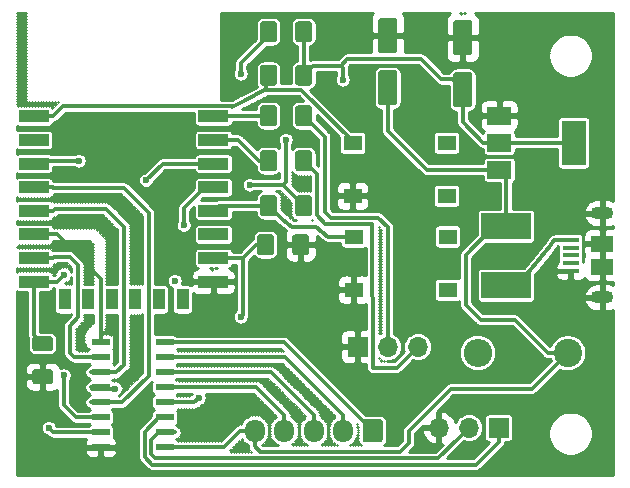
<source format=gbr>
G04 #@! TF.GenerationSoftware,KiCad,Pcbnew,5.1.2-f72e74a~84~ubuntu16.04.1*
G04 #@! TF.CreationDate,2019-06-09T21:55:35+02:00*
G04 #@! TF.ProjectId,CameraMotor,43616d65-7261-44d6-9f74-6f722e6b6963,rev?*
G04 #@! TF.SameCoordinates,Original*
G04 #@! TF.FileFunction,Copper,L1,Top*
G04 #@! TF.FilePolarity,Positive*
%FSLAX46Y46*%
G04 Gerber Fmt 4.6, Leading zero omitted, Abs format (unit mm)*
G04 Created by KiCad (PCBNEW 5.1.2-f72e74a~84~ubuntu16.04.1) date 2019-06-09 21:55:35*
%MOMM*%
%LPD*%
G04 APERTURE LIST*
%ADD10R,1.500000X0.600000*%
%ADD11R,1.550000X1.300000*%
%ADD12O,1.700000X1.700000*%
%ADD13R,1.700000X1.700000*%
%ADD14R,2.500000X1.000000*%
%ADD15R,1.000000X1.800000*%
%ADD16C,0.100000*%
%ADD17C,1.700000*%
%ADD18O,1.700000X1.950000*%
%ADD19R,4.200000X2.200000*%
%ADD20O,1.900000X1.100000*%
%ADD21R,1.900000X1.400000*%
%ADD22R,1.380000X0.450000*%
%ADD23C,1.425000*%
%ADD24C,1.250000*%
%ADD25R,2.000000X3.800000*%
%ADD26R,2.000000X1.500000*%
%ADD27C,1.600000*%
%ADD28C,2.400000*%
%ADD29O,2.400000X2.400000*%
%ADD30C,0.600000*%
%ADD31C,0.350000*%
%ADD32C,0.254000*%
G04 APERTURE END LIST*
D10*
X137762000Y-121031000D03*
X137762000Y-122301000D03*
X137762000Y-123571000D03*
X137762000Y-124841000D03*
X137762000Y-126111000D03*
X137762000Y-127381000D03*
X137762000Y-128651000D03*
X137762000Y-129921000D03*
X143162000Y-129921000D03*
X143162000Y-128651000D03*
X143162000Y-127381000D03*
X143162000Y-126111000D03*
X143162000Y-124841000D03*
X143162000Y-123571000D03*
X143162000Y-122301000D03*
X143162000Y-121031000D03*
D11*
X167043000Y-108640000D03*
X167043000Y-104140000D03*
X159093000Y-104140000D03*
X159093000Y-108640000D03*
X159182000Y-116586000D03*
X159182000Y-112086000D03*
X167132000Y-112086000D03*
X167132000Y-116586000D03*
D12*
X166370000Y-128270000D03*
X168910000Y-128270000D03*
D13*
X171450000Y-128270000D03*
D14*
X132100000Y-101910000D03*
X132100000Y-103910000D03*
X132100000Y-105910000D03*
X132100000Y-107910000D03*
X132100000Y-109910000D03*
X132100000Y-111910000D03*
X132100000Y-113910000D03*
X132100000Y-115910000D03*
D15*
X134700000Y-117410000D03*
X136700000Y-117410000D03*
X138700000Y-117410000D03*
X140700000Y-117410000D03*
X142700000Y-117410000D03*
X144700000Y-117410000D03*
D14*
X147300000Y-115910000D03*
X147300000Y-113910000D03*
X147300000Y-111910000D03*
X147300000Y-109910000D03*
X147300000Y-107910000D03*
X147300000Y-105910000D03*
X147300000Y-103910000D03*
X147300000Y-101910000D03*
D16*
G36*
X161406504Y-127550204D02*
G01*
X161430773Y-127553804D01*
X161454571Y-127559765D01*
X161477671Y-127568030D01*
X161499849Y-127578520D01*
X161520893Y-127591133D01*
X161540598Y-127605747D01*
X161558777Y-127622223D01*
X161575253Y-127640402D01*
X161589867Y-127660107D01*
X161602480Y-127681151D01*
X161612970Y-127703329D01*
X161621235Y-127726429D01*
X161627196Y-127750227D01*
X161630796Y-127774496D01*
X161632000Y-127799000D01*
X161632000Y-129249000D01*
X161630796Y-129273504D01*
X161627196Y-129297773D01*
X161621235Y-129321571D01*
X161612970Y-129344671D01*
X161602480Y-129366849D01*
X161589867Y-129387893D01*
X161575253Y-129407598D01*
X161558777Y-129425777D01*
X161540598Y-129442253D01*
X161520893Y-129456867D01*
X161499849Y-129469480D01*
X161477671Y-129479970D01*
X161454571Y-129488235D01*
X161430773Y-129494196D01*
X161406504Y-129497796D01*
X161382000Y-129499000D01*
X160182000Y-129499000D01*
X160157496Y-129497796D01*
X160133227Y-129494196D01*
X160109429Y-129488235D01*
X160086329Y-129479970D01*
X160064151Y-129469480D01*
X160043107Y-129456867D01*
X160023402Y-129442253D01*
X160005223Y-129425777D01*
X159988747Y-129407598D01*
X159974133Y-129387893D01*
X159961520Y-129366849D01*
X159951030Y-129344671D01*
X159942765Y-129321571D01*
X159936804Y-129297773D01*
X159933204Y-129273504D01*
X159932000Y-129249000D01*
X159932000Y-127799000D01*
X159933204Y-127774496D01*
X159936804Y-127750227D01*
X159942765Y-127726429D01*
X159951030Y-127703329D01*
X159961520Y-127681151D01*
X159974133Y-127660107D01*
X159988747Y-127640402D01*
X160005223Y-127622223D01*
X160023402Y-127605747D01*
X160043107Y-127591133D01*
X160064151Y-127578520D01*
X160086329Y-127568030D01*
X160109429Y-127559765D01*
X160133227Y-127553804D01*
X160157496Y-127550204D01*
X160182000Y-127549000D01*
X161382000Y-127549000D01*
X161406504Y-127550204D01*
X161406504Y-127550204D01*
G37*
D17*
X160782000Y-128524000D03*
D18*
X158282000Y-128524000D03*
X155782000Y-128524000D03*
X153282000Y-128524000D03*
X150782000Y-128524000D03*
D19*
X172085000Y-111205000D03*
X172085000Y-116205000D03*
D20*
X180216000Y-117245000D03*
D21*
X180216000Y-112715000D03*
D20*
X180216000Y-110105000D03*
D22*
X177546000Y-112375000D03*
X177546000Y-113025000D03*
X177546000Y-113675000D03*
X177546000Y-114325000D03*
X177546000Y-114985000D03*
D21*
X180216000Y-114625000D03*
D13*
X159512000Y-121412000D03*
D12*
X162052000Y-121412000D03*
X164592000Y-121412000D03*
D16*
G36*
X152452004Y-108600204D02*
G01*
X152476273Y-108603804D01*
X152500071Y-108609765D01*
X152523171Y-108618030D01*
X152545349Y-108628520D01*
X152566393Y-108641133D01*
X152586098Y-108655747D01*
X152604277Y-108672223D01*
X152620753Y-108690402D01*
X152635367Y-108710107D01*
X152647980Y-108731151D01*
X152658470Y-108753329D01*
X152666735Y-108776429D01*
X152672696Y-108800227D01*
X152676296Y-108824496D01*
X152677500Y-108849000D01*
X152677500Y-110099000D01*
X152676296Y-110123504D01*
X152672696Y-110147773D01*
X152666735Y-110171571D01*
X152658470Y-110194671D01*
X152647980Y-110216849D01*
X152635367Y-110237893D01*
X152620753Y-110257598D01*
X152604277Y-110275777D01*
X152586098Y-110292253D01*
X152566393Y-110306867D01*
X152545349Y-110319480D01*
X152523171Y-110329970D01*
X152500071Y-110338235D01*
X152476273Y-110344196D01*
X152452004Y-110347796D01*
X152427500Y-110349000D01*
X151502500Y-110349000D01*
X151477996Y-110347796D01*
X151453727Y-110344196D01*
X151429929Y-110338235D01*
X151406829Y-110329970D01*
X151384651Y-110319480D01*
X151363607Y-110306867D01*
X151343902Y-110292253D01*
X151325723Y-110275777D01*
X151309247Y-110257598D01*
X151294633Y-110237893D01*
X151282020Y-110216849D01*
X151271530Y-110194671D01*
X151263265Y-110171571D01*
X151257304Y-110147773D01*
X151253704Y-110123504D01*
X151252500Y-110099000D01*
X151252500Y-108849000D01*
X151253704Y-108824496D01*
X151257304Y-108800227D01*
X151263265Y-108776429D01*
X151271530Y-108753329D01*
X151282020Y-108731151D01*
X151294633Y-108710107D01*
X151309247Y-108690402D01*
X151325723Y-108672223D01*
X151343902Y-108655747D01*
X151363607Y-108641133D01*
X151384651Y-108628520D01*
X151406829Y-108618030D01*
X151429929Y-108609765D01*
X151453727Y-108603804D01*
X151477996Y-108600204D01*
X151502500Y-108599000D01*
X152427500Y-108599000D01*
X152452004Y-108600204D01*
X152452004Y-108600204D01*
G37*
D23*
X151965000Y-109474000D03*
D16*
G36*
X155427004Y-108600204D02*
G01*
X155451273Y-108603804D01*
X155475071Y-108609765D01*
X155498171Y-108618030D01*
X155520349Y-108628520D01*
X155541393Y-108641133D01*
X155561098Y-108655747D01*
X155579277Y-108672223D01*
X155595753Y-108690402D01*
X155610367Y-108710107D01*
X155622980Y-108731151D01*
X155633470Y-108753329D01*
X155641735Y-108776429D01*
X155647696Y-108800227D01*
X155651296Y-108824496D01*
X155652500Y-108849000D01*
X155652500Y-110099000D01*
X155651296Y-110123504D01*
X155647696Y-110147773D01*
X155641735Y-110171571D01*
X155633470Y-110194671D01*
X155622980Y-110216849D01*
X155610367Y-110237893D01*
X155595753Y-110257598D01*
X155579277Y-110275777D01*
X155561098Y-110292253D01*
X155541393Y-110306867D01*
X155520349Y-110319480D01*
X155498171Y-110329970D01*
X155475071Y-110338235D01*
X155451273Y-110344196D01*
X155427004Y-110347796D01*
X155402500Y-110349000D01*
X154477500Y-110349000D01*
X154452996Y-110347796D01*
X154428727Y-110344196D01*
X154404929Y-110338235D01*
X154381829Y-110329970D01*
X154359651Y-110319480D01*
X154338607Y-110306867D01*
X154318902Y-110292253D01*
X154300723Y-110275777D01*
X154284247Y-110257598D01*
X154269633Y-110237893D01*
X154257020Y-110216849D01*
X154246530Y-110194671D01*
X154238265Y-110171571D01*
X154232304Y-110147773D01*
X154228704Y-110123504D01*
X154227500Y-110099000D01*
X154227500Y-108849000D01*
X154228704Y-108824496D01*
X154232304Y-108800227D01*
X154238265Y-108776429D01*
X154246530Y-108753329D01*
X154257020Y-108731151D01*
X154269633Y-108710107D01*
X154284247Y-108690402D01*
X154300723Y-108672223D01*
X154318902Y-108655747D01*
X154338607Y-108641133D01*
X154359651Y-108628520D01*
X154381829Y-108618030D01*
X154404929Y-108609765D01*
X154428727Y-108603804D01*
X154452996Y-108600204D01*
X154477500Y-108599000D01*
X155402500Y-108599000D01*
X155427004Y-108600204D01*
X155427004Y-108600204D01*
G37*
D23*
X154940000Y-109474000D03*
D16*
G36*
X155427004Y-104790204D02*
G01*
X155451273Y-104793804D01*
X155475071Y-104799765D01*
X155498171Y-104808030D01*
X155520349Y-104818520D01*
X155541393Y-104831133D01*
X155561098Y-104845747D01*
X155579277Y-104862223D01*
X155595753Y-104880402D01*
X155610367Y-104900107D01*
X155622980Y-104921151D01*
X155633470Y-104943329D01*
X155641735Y-104966429D01*
X155647696Y-104990227D01*
X155651296Y-105014496D01*
X155652500Y-105039000D01*
X155652500Y-106289000D01*
X155651296Y-106313504D01*
X155647696Y-106337773D01*
X155641735Y-106361571D01*
X155633470Y-106384671D01*
X155622980Y-106406849D01*
X155610367Y-106427893D01*
X155595753Y-106447598D01*
X155579277Y-106465777D01*
X155561098Y-106482253D01*
X155541393Y-106496867D01*
X155520349Y-106509480D01*
X155498171Y-106519970D01*
X155475071Y-106528235D01*
X155451273Y-106534196D01*
X155427004Y-106537796D01*
X155402500Y-106539000D01*
X154477500Y-106539000D01*
X154452996Y-106537796D01*
X154428727Y-106534196D01*
X154404929Y-106528235D01*
X154381829Y-106519970D01*
X154359651Y-106509480D01*
X154338607Y-106496867D01*
X154318902Y-106482253D01*
X154300723Y-106465777D01*
X154284247Y-106447598D01*
X154269633Y-106427893D01*
X154257020Y-106406849D01*
X154246530Y-106384671D01*
X154238265Y-106361571D01*
X154232304Y-106337773D01*
X154228704Y-106313504D01*
X154227500Y-106289000D01*
X154227500Y-105039000D01*
X154228704Y-105014496D01*
X154232304Y-104990227D01*
X154238265Y-104966429D01*
X154246530Y-104943329D01*
X154257020Y-104921151D01*
X154269633Y-104900107D01*
X154284247Y-104880402D01*
X154300723Y-104862223D01*
X154318902Y-104845747D01*
X154338607Y-104831133D01*
X154359651Y-104818520D01*
X154381829Y-104808030D01*
X154404929Y-104799765D01*
X154428727Y-104793804D01*
X154452996Y-104790204D01*
X154477500Y-104789000D01*
X155402500Y-104789000D01*
X155427004Y-104790204D01*
X155427004Y-104790204D01*
G37*
D23*
X154940000Y-105664000D03*
D16*
G36*
X152452004Y-104790204D02*
G01*
X152476273Y-104793804D01*
X152500071Y-104799765D01*
X152523171Y-104808030D01*
X152545349Y-104818520D01*
X152566393Y-104831133D01*
X152586098Y-104845747D01*
X152604277Y-104862223D01*
X152620753Y-104880402D01*
X152635367Y-104900107D01*
X152647980Y-104921151D01*
X152658470Y-104943329D01*
X152666735Y-104966429D01*
X152672696Y-104990227D01*
X152676296Y-105014496D01*
X152677500Y-105039000D01*
X152677500Y-106289000D01*
X152676296Y-106313504D01*
X152672696Y-106337773D01*
X152666735Y-106361571D01*
X152658470Y-106384671D01*
X152647980Y-106406849D01*
X152635367Y-106427893D01*
X152620753Y-106447598D01*
X152604277Y-106465777D01*
X152586098Y-106482253D01*
X152566393Y-106496867D01*
X152545349Y-106509480D01*
X152523171Y-106519970D01*
X152500071Y-106528235D01*
X152476273Y-106534196D01*
X152452004Y-106537796D01*
X152427500Y-106539000D01*
X151502500Y-106539000D01*
X151477996Y-106537796D01*
X151453727Y-106534196D01*
X151429929Y-106528235D01*
X151406829Y-106519970D01*
X151384651Y-106509480D01*
X151363607Y-106496867D01*
X151343902Y-106482253D01*
X151325723Y-106465777D01*
X151309247Y-106447598D01*
X151294633Y-106427893D01*
X151282020Y-106406849D01*
X151271530Y-106384671D01*
X151263265Y-106361571D01*
X151257304Y-106337773D01*
X151253704Y-106313504D01*
X151252500Y-106289000D01*
X151252500Y-105039000D01*
X151253704Y-105014496D01*
X151257304Y-104990227D01*
X151263265Y-104966429D01*
X151271530Y-104943329D01*
X151282020Y-104921151D01*
X151294633Y-104900107D01*
X151309247Y-104880402D01*
X151325723Y-104862223D01*
X151343902Y-104845747D01*
X151363607Y-104831133D01*
X151384651Y-104818520D01*
X151406829Y-104808030D01*
X151429929Y-104799765D01*
X151453727Y-104793804D01*
X151477996Y-104790204D01*
X151502500Y-104789000D01*
X152427500Y-104789000D01*
X152452004Y-104790204D01*
X152452004Y-104790204D01*
G37*
D23*
X151965000Y-105664000D03*
D16*
G36*
X152452004Y-100980204D02*
G01*
X152476273Y-100983804D01*
X152500071Y-100989765D01*
X152523171Y-100998030D01*
X152545349Y-101008520D01*
X152566393Y-101021133D01*
X152586098Y-101035747D01*
X152604277Y-101052223D01*
X152620753Y-101070402D01*
X152635367Y-101090107D01*
X152647980Y-101111151D01*
X152658470Y-101133329D01*
X152666735Y-101156429D01*
X152672696Y-101180227D01*
X152676296Y-101204496D01*
X152677500Y-101229000D01*
X152677500Y-102479000D01*
X152676296Y-102503504D01*
X152672696Y-102527773D01*
X152666735Y-102551571D01*
X152658470Y-102574671D01*
X152647980Y-102596849D01*
X152635367Y-102617893D01*
X152620753Y-102637598D01*
X152604277Y-102655777D01*
X152586098Y-102672253D01*
X152566393Y-102686867D01*
X152545349Y-102699480D01*
X152523171Y-102709970D01*
X152500071Y-102718235D01*
X152476273Y-102724196D01*
X152452004Y-102727796D01*
X152427500Y-102729000D01*
X151502500Y-102729000D01*
X151477996Y-102727796D01*
X151453727Y-102724196D01*
X151429929Y-102718235D01*
X151406829Y-102709970D01*
X151384651Y-102699480D01*
X151363607Y-102686867D01*
X151343902Y-102672253D01*
X151325723Y-102655777D01*
X151309247Y-102637598D01*
X151294633Y-102617893D01*
X151282020Y-102596849D01*
X151271530Y-102574671D01*
X151263265Y-102551571D01*
X151257304Y-102527773D01*
X151253704Y-102503504D01*
X151252500Y-102479000D01*
X151252500Y-101229000D01*
X151253704Y-101204496D01*
X151257304Y-101180227D01*
X151263265Y-101156429D01*
X151271530Y-101133329D01*
X151282020Y-101111151D01*
X151294633Y-101090107D01*
X151309247Y-101070402D01*
X151325723Y-101052223D01*
X151343902Y-101035747D01*
X151363607Y-101021133D01*
X151384651Y-101008520D01*
X151406829Y-100998030D01*
X151429929Y-100989765D01*
X151453727Y-100983804D01*
X151477996Y-100980204D01*
X151502500Y-100979000D01*
X152427500Y-100979000D01*
X152452004Y-100980204D01*
X152452004Y-100980204D01*
G37*
D23*
X151965000Y-101854000D03*
D16*
G36*
X155427004Y-100980204D02*
G01*
X155451273Y-100983804D01*
X155475071Y-100989765D01*
X155498171Y-100998030D01*
X155520349Y-101008520D01*
X155541393Y-101021133D01*
X155561098Y-101035747D01*
X155579277Y-101052223D01*
X155595753Y-101070402D01*
X155610367Y-101090107D01*
X155622980Y-101111151D01*
X155633470Y-101133329D01*
X155641735Y-101156429D01*
X155647696Y-101180227D01*
X155651296Y-101204496D01*
X155652500Y-101229000D01*
X155652500Y-102479000D01*
X155651296Y-102503504D01*
X155647696Y-102527773D01*
X155641735Y-102551571D01*
X155633470Y-102574671D01*
X155622980Y-102596849D01*
X155610367Y-102617893D01*
X155595753Y-102637598D01*
X155579277Y-102655777D01*
X155561098Y-102672253D01*
X155541393Y-102686867D01*
X155520349Y-102699480D01*
X155498171Y-102709970D01*
X155475071Y-102718235D01*
X155451273Y-102724196D01*
X155427004Y-102727796D01*
X155402500Y-102729000D01*
X154477500Y-102729000D01*
X154452996Y-102727796D01*
X154428727Y-102724196D01*
X154404929Y-102718235D01*
X154381829Y-102709970D01*
X154359651Y-102699480D01*
X154338607Y-102686867D01*
X154318902Y-102672253D01*
X154300723Y-102655777D01*
X154284247Y-102637598D01*
X154269633Y-102617893D01*
X154257020Y-102596849D01*
X154246530Y-102574671D01*
X154238265Y-102551571D01*
X154232304Y-102527773D01*
X154228704Y-102503504D01*
X154227500Y-102479000D01*
X154227500Y-101229000D01*
X154228704Y-101204496D01*
X154232304Y-101180227D01*
X154238265Y-101156429D01*
X154246530Y-101133329D01*
X154257020Y-101111151D01*
X154269633Y-101090107D01*
X154284247Y-101070402D01*
X154300723Y-101052223D01*
X154318902Y-101035747D01*
X154338607Y-101021133D01*
X154359651Y-101008520D01*
X154381829Y-100998030D01*
X154404929Y-100989765D01*
X154428727Y-100983804D01*
X154452996Y-100980204D01*
X154477500Y-100979000D01*
X155402500Y-100979000D01*
X155427004Y-100980204D01*
X155427004Y-100980204D01*
G37*
D23*
X154940000Y-101854000D03*
D16*
G36*
X155427004Y-93868204D02*
G01*
X155451273Y-93871804D01*
X155475071Y-93877765D01*
X155498171Y-93886030D01*
X155520349Y-93896520D01*
X155541393Y-93909133D01*
X155561098Y-93923747D01*
X155579277Y-93940223D01*
X155595753Y-93958402D01*
X155610367Y-93978107D01*
X155622980Y-93999151D01*
X155633470Y-94021329D01*
X155641735Y-94044429D01*
X155647696Y-94068227D01*
X155651296Y-94092496D01*
X155652500Y-94117000D01*
X155652500Y-95367000D01*
X155651296Y-95391504D01*
X155647696Y-95415773D01*
X155641735Y-95439571D01*
X155633470Y-95462671D01*
X155622980Y-95484849D01*
X155610367Y-95505893D01*
X155595753Y-95525598D01*
X155579277Y-95543777D01*
X155561098Y-95560253D01*
X155541393Y-95574867D01*
X155520349Y-95587480D01*
X155498171Y-95597970D01*
X155475071Y-95606235D01*
X155451273Y-95612196D01*
X155427004Y-95615796D01*
X155402500Y-95617000D01*
X154477500Y-95617000D01*
X154452996Y-95615796D01*
X154428727Y-95612196D01*
X154404929Y-95606235D01*
X154381829Y-95597970D01*
X154359651Y-95587480D01*
X154338607Y-95574867D01*
X154318902Y-95560253D01*
X154300723Y-95543777D01*
X154284247Y-95525598D01*
X154269633Y-95505893D01*
X154257020Y-95484849D01*
X154246530Y-95462671D01*
X154238265Y-95439571D01*
X154232304Y-95415773D01*
X154228704Y-95391504D01*
X154227500Y-95367000D01*
X154227500Y-94117000D01*
X154228704Y-94092496D01*
X154232304Y-94068227D01*
X154238265Y-94044429D01*
X154246530Y-94021329D01*
X154257020Y-93999151D01*
X154269633Y-93978107D01*
X154284247Y-93958402D01*
X154300723Y-93940223D01*
X154318902Y-93923747D01*
X154338607Y-93909133D01*
X154359651Y-93896520D01*
X154381829Y-93886030D01*
X154404929Y-93877765D01*
X154428727Y-93871804D01*
X154452996Y-93868204D01*
X154477500Y-93867000D01*
X155402500Y-93867000D01*
X155427004Y-93868204D01*
X155427004Y-93868204D01*
G37*
D23*
X154940000Y-94742000D03*
D16*
G36*
X152452004Y-93868204D02*
G01*
X152476273Y-93871804D01*
X152500071Y-93877765D01*
X152523171Y-93886030D01*
X152545349Y-93896520D01*
X152566393Y-93909133D01*
X152586098Y-93923747D01*
X152604277Y-93940223D01*
X152620753Y-93958402D01*
X152635367Y-93978107D01*
X152647980Y-93999151D01*
X152658470Y-94021329D01*
X152666735Y-94044429D01*
X152672696Y-94068227D01*
X152676296Y-94092496D01*
X152677500Y-94117000D01*
X152677500Y-95367000D01*
X152676296Y-95391504D01*
X152672696Y-95415773D01*
X152666735Y-95439571D01*
X152658470Y-95462671D01*
X152647980Y-95484849D01*
X152635367Y-95505893D01*
X152620753Y-95525598D01*
X152604277Y-95543777D01*
X152586098Y-95560253D01*
X152566393Y-95574867D01*
X152545349Y-95587480D01*
X152523171Y-95597970D01*
X152500071Y-95606235D01*
X152476273Y-95612196D01*
X152452004Y-95615796D01*
X152427500Y-95617000D01*
X151502500Y-95617000D01*
X151477996Y-95615796D01*
X151453727Y-95612196D01*
X151429929Y-95606235D01*
X151406829Y-95597970D01*
X151384651Y-95587480D01*
X151363607Y-95574867D01*
X151343902Y-95560253D01*
X151325723Y-95543777D01*
X151309247Y-95525598D01*
X151294633Y-95505893D01*
X151282020Y-95484849D01*
X151271530Y-95462671D01*
X151263265Y-95439571D01*
X151257304Y-95415773D01*
X151253704Y-95391504D01*
X151252500Y-95367000D01*
X151252500Y-94117000D01*
X151253704Y-94092496D01*
X151257304Y-94068227D01*
X151263265Y-94044429D01*
X151271530Y-94021329D01*
X151282020Y-93999151D01*
X151294633Y-93978107D01*
X151309247Y-93958402D01*
X151325723Y-93940223D01*
X151343902Y-93923747D01*
X151363607Y-93909133D01*
X151384651Y-93896520D01*
X151406829Y-93886030D01*
X151429929Y-93877765D01*
X151453727Y-93871804D01*
X151477996Y-93868204D01*
X151502500Y-93867000D01*
X152427500Y-93867000D01*
X152452004Y-93868204D01*
X152452004Y-93868204D01*
G37*
D23*
X151965000Y-94742000D03*
D16*
G36*
X152452004Y-97551204D02*
G01*
X152476273Y-97554804D01*
X152500071Y-97560765D01*
X152523171Y-97569030D01*
X152545349Y-97579520D01*
X152566393Y-97592133D01*
X152586098Y-97606747D01*
X152604277Y-97623223D01*
X152620753Y-97641402D01*
X152635367Y-97661107D01*
X152647980Y-97682151D01*
X152658470Y-97704329D01*
X152666735Y-97727429D01*
X152672696Y-97751227D01*
X152676296Y-97775496D01*
X152677500Y-97800000D01*
X152677500Y-99050000D01*
X152676296Y-99074504D01*
X152672696Y-99098773D01*
X152666735Y-99122571D01*
X152658470Y-99145671D01*
X152647980Y-99167849D01*
X152635367Y-99188893D01*
X152620753Y-99208598D01*
X152604277Y-99226777D01*
X152586098Y-99243253D01*
X152566393Y-99257867D01*
X152545349Y-99270480D01*
X152523171Y-99280970D01*
X152500071Y-99289235D01*
X152476273Y-99295196D01*
X152452004Y-99298796D01*
X152427500Y-99300000D01*
X151502500Y-99300000D01*
X151477996Y-99298796D01*
X151453727Y-99295196D01*
X151429929Y-99289235D01*
X151406829Y-99280970D01*
X151384651Y-99270480D01*
X151363607Y-99257867D01*
X151343902Y-99243253D01*
X151325723Y-99226777D01*
X151309247Y-99208598D01*
X151294633Y-99188893D01*
X151282020Y-99167849D01*
X151271530Y-99145671D01*
X151263265Y-99122571D01*
X151257304Y-99098773D01*
X151253704Y-99074504D01*
X151252500Y-99050000D01*
X151252500Y-97800000D01*
X151253704Y-97775496D01*
X151257304Y-97751227D01*
X151263265Y-97727429D01*
X151271530Y-97704329D01*
X151282020Y-97682151D01*
X151294633Y-97661107D01*
X151309247Y-97641402D01*
X151325723Y-97623223D01*
X151343902Y-97606747D01*
X151363607Y-97592133D01*
X151384651Y-97579520D01*
X151406829Y-97569030D01*
X151429929Y-97560765D01*
X151453727Y-97554804D01*
X151477996Y-97551204D01*
X151502500Y-97550000D01*
X152427500Y-97550000D01*
X152452004Y-97551204D01*
X152452004Y-97551204D01*
G37*
D23*
X151965000Y-98425000D03*
D16*
G36*
X155427004Y-97551204D02*
G01*
X155451273Y-97554804D01*
X155475071Y-97560765D01*
X155498171Y-97569030D01*
X155520349Y-97579520D01*
X155541393Y-97592133D01*
X155561098Y-97606747D01*
X155579277Y-97623223D01*
X155595753Y-97641402D01*
X155610367Y-97661107D01*
X155622980Y-97682151D01*
X155633470Y-97704329D01*
X155641735Y-97727429D01*
X155647696Y-97751227D01*
X155651296Y-97775496D01*
X155652500Y-97800000D01*
X155652500Y-99050000D01*
X155651296Y-99074504D01*
X155647696Y-99098773D01*
X155641735Y-99122571D01*
X155633470Y-99145671D01*
X155622980Y-99167849D01*
X155610367Y-99188893D01*
X155595753Y-99208598D01*
X155579277Y-99226777D01*
X155561098Y-99243253D01*
X155541393Y-99257867D01*
X155520349Y-99270480D01*
X155498171Y-99280970D01*
X155475071Y-99289235D01*
X155451273Y-99295196D01*
X155427004Y-99298796D01*
X155402500Y-99300000D01*
X154477500Y-99300000D01*
X154452996Y-99298796D01*
X154428727Y-99295196D01*
X154404929Y-99289235D01*
X154381829Y-99280970D01*
X154359651Y-99270480D01*
X154338607Y-99257867D01*
X154318902Y-99243253D01*
X154300723Y-99226777D01*
X154284247Y-99208598D01*
X154269633Y-99188893D01*
X154257020Y-99167849D01*
X154246530Y-99145671D01*
X154238265Y-99122571D01*
X154232304Y-99098773D01*
X154228704Y-99074504D01*
X154227500Y-99050000D01*
X154227500Y-97800000D01*
X154228704Y-97775496D01*
X154232304Y-97751227D01*
X154238265Y-97727429D01*
X154246530Y-97704329D01*
X154257020Y-97682151D01*
X154269633Y-97661107D01*
X154284247Y-97641402D01*
X154300723Y-97623223D01*
X154318902Y-97606747D01*
X154338607Y-97592133D01*
X154359651Y-97579520D01*
X154381829Y-97569030D01*
X154404929Y-97560765D01*
X154428727Y-97554804D01*
X154452996Y-97551204D01*
X154477500Y-97550000D01*
X155402500Y-97550000D01*
X155427004Y-97551204D01*
X155427004Y-97551204D01*
G37*
D23*
X154940000Y-98425000D03*
D16*
G36*
X152198004Y-111902204D02*
G01*
X152222273Y-111905804D01*
X152246071Y-111911765D01*
X152269171Y-111920030D01*
X152291349Y-111930520D01*
X152312393Y-111943133D01*
X152332098Y-111957747D01*
X152350277Y-111974223D01*
X152366753Y-111992402D01*
X152381367Y-112012107D01*
X152393980Y-112033151D01*
X152404470Y-112055329D01*
X152412735Y-112078429D01*
X152418696Y-112102227D01*
X152422296Y-112126496D01*
X152423500Y-112151000D01*
X152423500Y-113401000D01*
X152422296Y-113425504D01*
X152418696Y-113449773D01*
X152412735Y-113473571D01*
X152404470Y-113496671D01*
X152393980Y-113518849D01*
X152381367Y-113539893D01*
X152366753Y-113559598D01*
X152350277Y-113577777D01*
X152332098Y-113594253D01*
X152312393Y-113608867D01*
X152291349Y-113621480D01*
X152269171Y-113631970D01*
X152246071Y-113640235D01*
X152222273Y-113646196D01*
X152198004Y-113649796D01*
X152173500Y-113651000D01*
X151248500Y-113651000D01*
X151223996Y-113649796D01*
X151199727Y-113646196D01*
X151175929Y-113640235D01*
X151152829Y-113631970D01*
X151130651Y-113621480D01*
X151109607Y-113608867D01*
X151089902Y-113594253D01*
X151071723Y-113577777D01*
X151055247Y-113559598D01*
X151040633Y-113539893D01*
X151028020Y-113518849D01*
X151017530Y-113496671D01*
X151009265Y-113473571D01*
X151003304Y-113449773D01*
X150999704Y-113425504D01*
X150998500Y-113401000D01*
X150998500Y-112151000D01*
X150999704Y-112126496D01*
X151003304Y-112102227D01*
X151009265Y-112078429D01*
X151017530Y-112055329D01*
X151028020Y-112033151D01*
X151040633Y-112012107D01*
X151055247Y-111992402D01*
X151071723Y-111974223D01*
X151089902Y-111957747D01*
X151109607Y-111943133D01*
X151130651Y-111930520D01*
X151152829Y-111920030D01*
X151175929Y-111911765D01*
X151199727Y-111905804D01*
X151223996Y-111902204D01*
X151248500Y-111901000D01*
X152173500Y-111901000D01*
X152198004Y-111902204D01*
X152198004Y-111902204D01*
G37*
D23*
X151711000Y-112776000D03*
D16*
G36*
X155173004Y-111902204D02*
G01*
X155197273Y-111905804D01*
X155221071Y-111911765D01*
X155244171Y-111920030D01*
X155266349Y-111930520D01*
X155287393Y-111943133D01*
X155307098Y-111957747D01*
X155325277Y-111974223D01*
X155341753Y-111992402D01*
X155356367Y-112012107D01*
X155368980Y-112033151D01*
X155379470Y-112055329D01*
X155387735Y-112078429D01*
X155393696Y-112102227D01*
X155397296Y-112126496D01*
X155398500Y-112151000D01*
X155398500Y-113401000D01*
X155397296Y-113425504D01*
X155393696Y-113449773D01*
X155387735Y-113473571D01*
X155379470Y-113496671D01*
X155368980Y-113518849D01*
X155356367Y-113539893D01*
X155341753Y-113559598D01*
X155325277Y-113577777D01*
X155307098Y-113594253D01*
X155287393Y-113608867D01*
X155266349Y-113621480D01*
X155244171Y-113631970D01*
X155221071Y-113640235D01*
X155197273Y-113646196D01*
X155173004Y-113649796D01*
X155148500Y-113651000D01*
X154223500Y-113651000D01*
X154198996Y-113649796D01*
X154174727Y-113646196D01*
X154150929Y-113640235D01*
X154127829Y-113631970D01*
X154105651Y-113621480D01*
X154084607Y-113608867D01*
X154064902Y-113594253D01*
X154046723Y-113577777D01*
X154030247Y-113559598D01*
X154015633Y-113539893D01*
X154003020Y-113518849D01*
X153992530Y-113496671D01*
X153984265Y-113473571D01*
X153978304Y-113449773D01*
X153974704Y-113425504D01*
X153973500Y-113401000D01*
X153973500Y-112151000D01*
X153974704Y-112126496D01*
X153978304Y-112102227D01*
X153984265Y-112078429D01*
X153992530Y-112055329D01*
X154003020Y-112033151D01*
X154015633Y-112012107D01*
X154030247Y-111992402D01*
X154046723Y-111974223D01*
X154064902Y-111957747D01*
X154084607Y-111943133D01*
X154105651Y-111930520D01*
X154127829Y-111920030D01*
X154150929Y-111911765D01*
X154174727Y-111905804D01*
X154198996Y-111902204D01*
X154223500Y-111901000D01*
X155148500Y-111901000D01*
X155173004Y-111902204D01*
X155173004Y-111902204D01*
G37*
D23*
X154686000Y-112776000D03*
D16*
G36*
X133491504Y-120528204D02*
G01*
X133515773Y-120531804D01*
X133539571Y-120537765D01*
X133562671Y-120546030D01*
X133584849Y-120556520D01*
X133605893Y-120569133D01*
X133625598Y-120583747D01*
X133643777Y-120600223D01*
X133660253Y-120618402D01*
X133674867Y-120638107D01*
X133687480Y-120659151D01*
X133697970Y-120681329D01*
X133706235Y-120704429D01*
X133712196Y-120728227D01*
X133715796Y-120752496D01*
X133717000Y-120777000D01*
X133717000Y-121527000D01*
X133715796Y-121551504D01*
X133712196Y-121575773D01*
X133706235Y-121599571D01*
X133697970Y-121622671D01*
X133687480Y-121644849D01*
X133674867Y-121665893D01*
X133660253Y-121685598D01*
X133643777Y-121703777D01*
X133625598Y-121720253D01*
X133605893Y-121734867D01*
X133584849Y-121747480D01*
X133562671Y-121757970D01*
X133539571Y-121766235D01*
X133515773Y-121772196D01*
X133491504Y-121775796D01*
X133467000Y-121777000D01*
X132217000Y-121777000D01*
X132192496Y-121775796D01*
X132168227Y-121772196D01*
X132144429Y-121766235D01*
X132121329Y-121757970D01*
X132099151Y-121747480D01*
X132078107Y-121734867D01*
X132058402Y-121720253D01*
X132040223Y-121703777D01*
X132023747Y-121685598D01*
X132009133Y-121665893D01*
X131996520Y-121644849D01*
X131986030Y-121622671D01*
X131977765Y-121599571D01*
X131971804Y-121575773D01*
X131968204Y-121551504D01*
X131967000Y-121527000D01*
X131967000Y-120777000D01*
X131968204Y-120752496D01*
X131971804Y-120728227D01*
X131977765Y-120704429D01*
X131986030Y-120681329D01*
X131996520Y-120659151D01*
X132009133Y-120638107D01*
X132023747Y-120618402D01*
X132040223Y-120600223D01*
X132058402Y-120583747D01*
X132078107Y-120569133D01*
X132099151Y-120556520D01*
X132121329Y-120546030D01*
X132144429Y-120537765D01*
X132168227Y-120531804D01*
X132192496Y-120528204D01*
X132217000Y-120527000D01*
X133467000Y-120527000D01*
X133491504Y-120528204D01*
X133491504Y-120528204D01*
G37*
D24*
X132842000Y-121152000D03*
D16*
G36*
X133491504Y-123328204D02*
G01*
X133515773Y-123331804D01*
X133539571Y-123337765D01*
X133562671Y-123346030D01*
X133584849Y-123356520D01*
X133605893Y-123369133D01*
X133625598Y-123383747D01*
X133643777Y-123400223D01*
X133660253Y-123418402D01*
X133674867Y-123438107D01*
X133687480Y-123459151D01*
X133697970Y-123481329D01*
X133706235Y-123504429D01*
X133712196Y-123528227D01*
X133715796Y-123552496D01*
X133717000Y-123577000D01*
X133717000Y-124327000D01*
X133715796Y-124351504D01*
X133712196Y-124375773D01*
X133706235Y-124399571D01*
X133697970Y-124422671D01*
X133687480Y-124444849D01*
X133674867Y-124465893D01*
X133660253Y-124485598D01*
X133643777Y-124503777D01*
X133625598Y-124520253D01*
X133605893Y-124534867D01*
X133584849Y-124547480D01*
X133562671Y-124557970D01*
X133539571Y-124566235D01*
X133515773Y-124572196D01*
X133491504Y-124575796D01*
X133467000Y-124577000D01*
X132217000Y-124577000D01*
X132192496Y-124575796D01*
X132168227Y-124572196D01*
X132144429Y-124566235D01*
X132121329Y-124557970D01*
X132099151Y-124547480D01*
X132078107Y-124534867D01*
X132058402Y-124520253D01*
X132040223Y-124503777D01*
X132023747Y-124485598D01*
X132009133Y-124465893D01*
X131996520Y-124444849D01*
X131986030Y-124422671D01*
X131977765Y-124399571D01*
X131971804Y-124375773D01*
X131968204Y-124351504D01*
X131967000Y-124327000D01*
X131967000Y-123577000D01*
X131968204Y-123552496D01*
X131971804Y-123528227D01*
X131977765Y-123504429D01*
X131986030Y-123481329D01*
X131996520Y-123459151D01*
X132009133Y-123438107D01*
X132023747Y-123418402D01*
X132040223Y-123400223D01*
X132058402Y-123383747D01*
X132078107Y-123369133D01*
X132099151Y-123356520D01*
X132121329Y-123346030D01*
X132144429Y-123337765D01*
X132168227Y-123331804D01*
X132192496Y-123328204D01*
X132217000Y-123327000D01*
X133467000Y-123327000D01*
X133491504Y-123328204D01*
X133491504Y-123328204D01*
G37*
D24*
X132842000Y-123952000D03*
D25*
X177800000Y-104140000D03*
D26*
X171500000Y-104140000D03*
X171500000Y-106440000D03*
X171500000Y-101840000D03*
D16*
G36*
X162626504Y-93583204D02*
G01*
X162650773Y-93586804D01*
X162674571Y-93592765D01*
X162697671Y-93601030D01*
X162719849Y-93611520D01*
X162740893Y-93624133D01*
X162760598Y-93638747D01*
X162778777Y-93655223D01*
X162795253Y-93673402D01*
X162809867Y-93693107D01*
X162822480Y-93714151D01*
X162832970Y-93736329D01*
X162841235Y-93759429D01*
X162847196Y-93783227D01*
X162850796Y-93807496D01*
X162852000Y-93832000D01*
X162852000Y-96332000D01*
X162850796Y-96356504D01*
X162847196Y-96380773D01*
X162841235Y-96404571D01*
X162832970Y-96427671D01*
X162822480Y-96449849D01*
X162809867Y-96470893D01*
X162795253Y-96490598D01*
X162778777Y-96508777D01*
X162760598Y-96525253D01*
X162740893Y-96539867D01*
X162719849Y-96552480D01*
X162697671Y-96562970D01*
X162674571Y-96571235D01*
X162650773Y-96577196D01*
X162626504Y-96580796D01*
X162602000Y-96582000D01*
X161502000Y-96582000D01*
X161477496Y-96580796D01*
X161453227Y-96577196D01*
X161429429Y-96571235D01*
X161406329Y-96562970D01*
X161384151Y-96552480D01*
X161363107Y-96539867D01*
X161343402Y-96525253D01*
X161325223Y-96508777D01*
X161308747Y-96490598D01*
X161294133Y-96470893D01*
X161281520Y-96449849D01*
X161271030Y-96427671D01*
X161262765Y-96404571D01*
X161256804Y-96380773D01*
X161253204Y-96356504D01*
X161252000Y-96332000D01*
X161252000Y-93832000D01*
X161253204Y-93807496D01*
X161256804Y-93783227D01*
X161262765Y-93759429D01*
X161271030Y-93736329D01*
X161281520Y-93714151D01*
X161294133Y-93693107D01*
X161308747Y-93673402D01*
X161325223Y-93655223D01*
X161343402Y-93638747D01*
X161363107Y-93624133D01*
X161384151Y-93611520D01*
X161406329Y-93601030D01*
X161429429Y-93592765D01*
X161453227Y-93586804D01*
X161477496Y-93583204D01*
X161502000Y-93582000D01*
X162602000Y-93582000D01*
X162626504Y-93583204D01*
X162626504Y-93583204D01*
G37*
D27*
X162052000Y-95082000D03*
D16*
G36*
X162626504Y-97983204D02*
G01*
X162650773Y-97986804D01*
X162674571Y-97992765D01*
X162697671Y-98001030D01*
X162719849Y-98011520D01*
X162740893Y-98024133D01*
X162760598Y-98038747D01*
X162778777Y-98055223D01*
X162795253Y-98073402D01*
X162809867Y-98093107D01*
X162822480Y-98114151D01*
X162832970Y-98136329D01*
X162841235Y-98159429D01*
X162847196Y-98183227D01*
X162850796Y-98207496D01*
X162852000Y-98232000D01*
X162852000Y-100732000D01*
X162850796Y-100756504D01*
X162847196Y-100780773D01*
X162841235Y-100804571D01*
X162832970Y-100827671D01*
X162822480Y-100849849D01*
X162809867Y-100870893D01*
X162795253Y-100890598D01*
X162778777Y-100908777D01*
X162760598Y-100925253D01*
X162740893Y-100939867D01*
X162719849Y-100952480D01*
X162697671Y-100962970D01*
X162674571Y-100971235D01*
X162650773Y-100977196D01*
X162626504Y-100980796D01*
X162602000Y-100982000D01*
X161502000Y-100982000D01*
X161477496Y-100980796D01*
X161453227Y-100977196D01*
X161429429Y-100971235D01*
X161406329Y-100962970D01*
X161384151Y-100952480D01*
X161363107Y-100939867D01*
X161343402Y-100925253D01*
X161325223Y-100908777D01*
X161308747Y-100890598D01*
X161294133Y-100870893D01*
X161281520Y-100849849D01*
X161271030Y-100827671D01*
X161262765Y-100804571D01*
X161256804Y-100780773D01*
X161253204Y-100756504D01*
X161252000Y-100732000D01*
X161252000Y-98232000D01*
X161253204Y-98207496D01*
X161256804Y-98183227D01*
X161262765Y-98159429D01*
X161271030Y-98136329D01*
X161281520Y-98114151D01*
X161294133Y-98093107D01*
X161308747Y-98073402D01*
X161325223Y-98055223D01*
X161343402Y-98038747D01*
X161363107Y-98024133D01*
X161384151Y-98011520D01*
X161406329Y-98001030D01*
X161429429Y-97992765D01*
X161453227Y-97986804D01*
X161477496Y-97983204D01*
X161502000Y-97982000D01*
X162602000Y-97982000D01*
X162626504Y-97983204D01*
X162626504Y-97983204D01*
G37*
D27*
X162052000Y-99482000D03*
D16*
G36*
X168976504Y-98151204D02*
G01*
X169000773Y-98154804D01*
X169024571Y-98160765D01*
X169047671Y-98169030D01*
X169069849Y-98179520D01*
X169090893Y-98192133D01*
X169110598Y-98206747D01*
X169128777Y-98223223D01*
X169145253Y-98241402D01*
X169159867Y-98261107D01*
X169172480Y-98282151D01*
X169182970Y-98304329D01*
X169191235Y-98327429D01*
X169197196Y-98351227D01*
X169200796Y-98375496D01*
X169202000Y-98400000D01*
X169202000Y-100900000D01*
X169200796Y-100924504D01*
X169197196Y-100948773D01*
X169191235Y-100972571D01*
X169182970Y-100995671D01*
X169172480Y-101017849D01*
X169159867Y-101038893D01*
X169145253Y-101058598D01*
X169128777Y-101076777D01*
X169110598Y-101093253D01*
X169090893Y-101107867D01*
X169069849Y-101120480D01*
X169047671Y-101130970D01*
X169024571Y-101139235D01*
X169000773Y-101145196D01*
X168976504Y-101148796D01*
X168952000Y-101150000D01*
X167852000Y-101150000D01*
X167827496Y-101148796D01*
X167803227Y-101145196D01*
X167779429Y-101139235D01*
X167756329Y-101130970D01*
X167734151Y-101120480D01*
X167713107Y-101107867D01*
X167693402Y-101093253D01*
X167675223Y-101076777D01*
X167658747Y-101058598D01*
X167644133Y-101038893D01*
X167631520Y-101017849D01*
X167621030Y-100995671D01*
X167612765Y-100972571D01*
X167606804Y-100948773D01*
X167603204Y-100924504D01*
X167602000Y-100900000D01*
X167602000Y-98400000D01*
X167603204Y-98375496D01*
X167606804Y-98351227D01*
X167612765Y-98327429D01*
X167621030Y-98304329D01*
X167631520Y-98282151D01*
X167644133Y-98261107D01*
X167658747Y-98241402D01*
X167675223Y-98223223D01*
X167693402Y-98206747D01*
X167713107Y-98192133D01*
X167734151Y-98179520D01*
X167756329Y-98169030D01*
X167779429Y-98160765D01*
X167803227Y-98154804D01*
X167827496Y-98151204D01*
X167852000Y-98150000D01*
X168952000Y-98150000D01*
X168976504Y-98151204D01*
X168976504Y-98151204D01*
G37*
D27*
X168402000Y-99650000D03*
D16*
G36*
X168976504Y-93751204D02*
G01*
X169000773Y-93754804D01*
X169024571Y-93760765D01*
X169047671Y-93769030D01*
X169069849Y-93779520D01*
X169090893Y-93792133D01*
X169110598Y-93806747D01*
X169128777Y-93823223D01*
X169145253Y-93841402D01*
X169159867Y-93861107D01*
X169172480Y-93882151D01*
X169182970Y-93904329D01*
X169191235Y-93927429D01*
X169197196Y-93951227D01*
X169200796Y-93975496D01*
X169202000Y-94000000D01*
X169202000Y-96500000D01*
X169200796Y-96524504D01*
X169197196Y-96548773D01*
X169191235Y-96572571D01*
X169182970Y-96595671D01*
X169172480Y-96617849D01*
X169159867Y-96638893D01*
X169145253Y-96658598D01*
X169128777Y-96676777D01*
X169110598Y-96693253D01*
X169090893Y-96707867D01*
X169069849Y-96720480D01*
X169047671Y-96730970D01*
X169024571Y-96739235D01*
X169000773Y-96745196D01*
X168976504Y-96748796D01*
X168952000Y-96750000D01*
X167852000Y-96750000D01*
X167827496Y-96748796D01*
X167803227Y-96745196D01*
X167779429Y-96739235D01*
X167756329Y-96730970D01*
X167734151Y-96720480D01*
X167713107Y-96707867D01*
X167693402Y-96693253D01*
X167675223Y-96676777D01*
X167658747Y-96658598D01*
X167644133Y-96638893D01*
X167631520Y-96617849D01*
X167621030Y-96595671D01*
X167612765Y-96572571D01*
X167606804Y-96548773D01*
X167603204Y-96524504D01*
X167602000Y-96500000D01*
X167602000Y-94000000D01*
X167603204Y-93975496D01*
X167606804Y-93951227D01*
X167612765Y-93927429D01*
X167621030Y-93904329D01*
X167631520Y-93882151D01*
X167644133Y-93861107D01*
X167658747Y-93841402D01*
X167675223Y-93823223D01*
X167693402Y-93806747D01*
X167713107Y-93792133D01*
X167734151Y-93779520D01*
X167756329Y-93769030D01*
X167779429Y-93760765D01*
X167803227Y-93754804D01*
X167827496Y-93751204D01*
X167852000Y-93750000D01*
X168952000Y-93750000D01*
X168976504Y-93751204D01*
X168976504Y-93751204D01*
G37*
D27*
X168402000Y-95250000D03*
D28*
X177292000Y-121920000D03*
D29*
X169672000Y-121920000D03*
D30*
X150368000Y-107696000D03*
X144018000Y-115824000D03*
X134620000Y-115316000D03*
X153416000Y-103886000D03*
X158242000Y-98806000D03*
X149606000Y-98298000D03*
X135890000Y-105664000D03*
X149606000Y-118872000D03*
X138938000Y-124968000D03*
X146050000Y-125730000D03*
X134620000Y-123825000D03*
X144780000Y-111125000D03*
X133350000Y-128270000D03*
X141605000Y-107315000D03*
D31*
X172085000Y-107025000D02*
X171500000Y-106440000D01*
X172085000Y-111205000D02*
X172085000Y-107025000D01*
X162052000Y-103124000D02*
X162052000Y-99482000D01*
X165354000Y-106426000D02*
X162052000Y-103124000D01*
X170136000Y-106426000D02*
X165354000Y-106426000D01*
X171500000Y-106440000D02*
X170150000Y-106440000D01*
X170150000Y-106440000D02*
X170136000Y-106426000D01*
X175594944Y-121920000D02*
X172800944Y-119126000D01*
X177292000Y-121920000D02*
X175594944Y-121920000D01*
X172800944Y-119126000D02*
X169926000Y-119126000D01*
X169926000Y-119126000D02*
X168656000Y-117856000D01*
X171085000Y-111205000D02*
X172085000Y-111205000D01*
X168656000Y-113634000D02*
X171085000Y-111205000D01*
X168656000Y-117856000D02*
X168656000Y-113634000D01*
X167386000Y-124968000D02*
X174244000Y-124968000D01*
X150782000Y-129849000D02*
X151235000Y-130302000D01*
X150782000Y-128524000D02*
X150782000Y-129849000D01*
X174244000Y-124968000D02*
X177292000Y-121920000D01*
X151235000Y-130302000D02*
X163068000Y-130302000D01*
X163068000Y-130302000D02*
X163830000Y-129540000D01*
X163830000Y-129540000D02*
X163830000Y-128524000D01*
X163830000Y-128524000D02*
X167386000Y-124968000D01*
X148185000Y-129921000D02*
X143162000Y-129921000D01*
X149582000Y-128524000D02*
X148185000Y-129921000D01*
X150782000Y-128524000D02*
X149582000Y-128524000D01*
X173085000Y-116205000D02*
X172085000Y-116205000D01*
X175768000Y-112923000D02*
X173085000Y-116205000D01*
X177546000Y-112375000D02*
X176169000Y-112375000D01*
X176169000Y-112375000D02*
X175768000Y-112923000D01*
X154940000Y-95717000D02*
X154940000Y-98425000D01*
X154940000Y-94742000D02*
X154940000Y-95717000D01*
X155711347Y-97653653D02*
X154940000Y-98425000D01*
X155758010Y-97606990D02*
X155711347Y-97653653D01*
X168402000Y-101250000D02*
X168402000Y-99650000D01*
X168402000Y-102392000D02*
X168402000Y-101250000D01*
X170150000Y-104140000D02*
X168402000Y-102392000D01*
X171500000Y-104140000D02*
X170150000Y-104140000D01*
X176450000Y-104140000D02*
X171500000Y-104140000D01*
X177800000Y-104140000D02*
X176450000Y-104140000D01*
X132100000Y-120410000D02*
X132100000Y-115910000D01*
X132842000Y-121152000D02*
X132100000Y-120410000D01*
X154940000Y-109474000D02*
X153162000Y-107696000D01*
X153162000Y-107696000D02*
X150368000Y-107696000D01*
X134026000Y-115910000D02*
X132100000Y-115910000D01*
X134620000Y-115316000D02*
X134026000Y-115910000D01*
X153162000Y-107696000D02*
X153416000Y-107442000D01*
X153416000Y-107442000D02*
X153416000Y-103886000D01*
X158242000Y-97790000D02*
X158058990Y-97606990D01*
X158242000Y-98806000D02*
X158242000Y-97790000D01*
X158058990Y-97606990D02*
X155758010Y-97606990D01*
X158637980Y-97028000D02*
X158058990Y-97606990D01*
X164846000Y-97028000D02*
X158637980Y-97028000D01*
X166597290Y-98779290D02*
X164846000Y-97028000D01*
X168402000Y-99650000D02*
X167531290Y-98779290D01*
X167531290Y-98779290D02*
X166597290Y-98779290D01*
X147736000Y-109474000D02*
X147300000Y-109910000D01*
X151965000Y-109474000D02*
X147736000Y-109474000D01*
X153162000Y-110671000D02*
X151965000Y-109474000D01*
X153924000Y-111252000D02*
X153162000Y-110671000D01*
X155956000Y-111252000D02*
X153924000Y-111252000D01*
X158166000Y-112086000D02*
X157041000Y-112086000D01*
X157041000Y-112086000D02*
X155956000Y-111252000D01*
X158166000Y-112086000D02*
X159182000Y-112086000D01*
X148900000Y-103910000D02*
X147300000Y-103910000D01*
X149398500Y-103910000D02*
X148900000Y-103910000D01*
X151152500Y-105664000D02*
X149398500Y-103910000D01*
X151965000Y-105664000D02*
X151152500Y-105664000D01*
X164592000Y-121412000D02*
X162814000Y-123190000D01*
X156027510Y-106751510D02*
X155711347Y-106435347D01*
X160737157Y-111040011D02*
X156772841Y-111040011D01*
X155711347Y-106435347D02*
X154940000Y-105664000D01*
X156027510Y-110294680D02*
X156027510Y-106751510D01*
X156772841Y-111040011D02*
X156027510Y-110294680D01*
X160782000Y-123190000D02*
X160737157Y-111040011D01*
X162814000Y-123190000D02*
X160782000Y-123190000D01*
X133700000Y-101910000D02*
X132100000Y-101910000D01*
X151765000Y-99628600D02*
X149860000Y-100584000D01*
X149860000Y-100584000D02*
X148907002Y-101092000D01*
X148907002Y-101092000D02*
X148850001Y-101034999D01*
X151765000Y-98425000D02*
X151765000Y-99628600D01*
X148850001Y-101034999D02*
X134575001Y-101034999D01*
X134575001Y-101034999D02*
X133700000Y-101910000D01*
X151811410Y-99675010D02*
X151765000Y-99628600D01*
X154732410Y-99675010D02*
X151811410Y-99675010D01*
X159093000Y-104035600D02*
X154732410Y-99675010D01*
X159093000Y-104140000D02*
X159093000Y-104035600D01*
X151765000Y-95250000D02*
X149606000Y-97409000D01*
X149606000Y-97409000D02*
X149606000Y-98298000D01*
X132346000Y-105664000D02*
X132100000Y-105910000D01*
X135890000Y-105664000D02*
X132346000Y-105664000D01*
X139573000Y-126111000D02*
X136912000Y-126111000D01*
X133700000Y-107910000D02*
X133740000Y-107950000D01*
X132100000Y-107910000D02*
X133700000Y-107910000D01*
X133740000Y-107950000D02*
X139700000Y-107950000D01*
X139700000Y-107950000D02*
X141824999Y-110074999D01*
X141824999Y-110074999D02*
X141824999Y-123859001D01*
X141824999Y-123859001D02*
X139573000Y-126111000D01*
X133700000Y-109910000D02*
X133882000Y-109728000D01*
X132100000Y-109910000D02*
X133700000Y-109910000D01*
X133882000Y-109728000D02*
X138176000Y-109728000D01*
X138176000Y-109728000D02*
X139700000Y-111252000D01*
X139700000Y-111252000D02*
X139700000Y-122936000D01*
X139065000Y-123571000D02*
X136912000Y-123571000D01*
X139700000Y-122936000D02*
X139065000Y-123571000D01*
X137762000Y-120381000D02*
X137762000Y-121031000D01*
X134023831Y-111910000D02*
X137762000Y-115648169D01*
X137762000Y-115648169D02*
X137762000Y-120381000D01*
X132100000Y-111910000D02*
X134023831Y-111910000D01*
X135128000Y-121920000D02*
X135509000Y-122301000D01*
X135509000Y-122301000D02*
X137762000Y-122301000D01*
X135128000Y-119634000D02*
X135128000Y-121920000D01*
X135824999Y-118937001D02*
X135128000Y-119634000D01*
X135824999Y-114488999D02*
X135824999Y-118937001D01*
X132100000Y-113910000D02*
X133700000Y-113910000D01*
X133818000Y-113792000D02*
X135128000Y-113792000D01*
X133700000Y-113910000D02*
X133818000Y-113792000D01*
X135128000Y-113792000D02*
X135824999Y-114488999D01*
X148900000Y-113910000D02*
X147300000Y-113910000D01*
X149764500Y-113910000D02*
X148900000Y-113910000D01*
X150898500Y-112776000D02*
X149764500Y-113910000D01*
X151711000Y-112776000D02*
X150898500Y-112776000D01*
X149764500Y-113910000D02*
X149764500Y-118713500D01*
X149764500Y-118713500D02*
X149606000Y-118872000D01*
X137039000Y-124968000D02*
X136912000Y-124841000D01*
X138938000Y-124968000D02*
X137039000Y-124968000D01*
X147356000Y-101854000D02*
X147300000Y-101910000D01*
X151965000Y-101854000D02*
X147356000Y-101854000D01*
X144012000Y-128651000D02*
X143562000Y-128651000D01*
X143637000Y-128651000D02*
X143406498Y-128651000D01*
X168060001Y-129119999D02*
X168910000Y-128270000D01*
X166327990Y-130852010D02*
X168060001Y-129119999D01*
X142368008Y-130852010D02*
X166327990Y-130852010D01*
X142036999Y-129320999D02*
X142036999Y-130521001D01*
X142706998Y-128651000D02*
X142036999Y-129320999D01*
X142036999Y-130521001D02*
X142368008Y-130852010D01*
X143162000Y-128651000D02*
X142706998Y-128651000D01*
X143562000Y-126111000D02*
X144012000Y-126111000D01*
X143637000Y-126111000D02*
X143319500Y-126111000D01*
X143162000Y-126111000D02*
X145669000Y-126111000D01*
X145669000Y-126111000D02*
X146050000Y-125730000D01*
X156718000Y-103632000D02*
X155711347Y-102625347D01*
X162052000Y-111281166D02*
X161260834Y-110490000D01*
X155711347Y-102625347D02*
X154940000Y-101854000D01*
X162052000Y-121412000D02*
X162052000Y-111281166D01*
X161260834Y-110490000D02*
X157226000Y-110490000D01*
X157226000Y-110490000D02*
X156718000Y-109982000D01*
X156718000Y-109982000D02*
X156718000Y-103632000D01*
X153289000Y-121031000D02*
X143162000Y-121031000D01*
X160782000Y-128524000D02*
X153289000Y-121031000D01*
X153384000Y-122301000D02*
X143162000Y-122301000D01*
X158282000Y-127199000D02*
X153384000Y-122301000D01*
X158282000Y-128524000D02*
X158282000Y-127199000D01*
X145112000Y-123571000D02*
X143162000Y-123571000D01*
X152154000Y-123571000D02*
X145112000Y-123571000D01*
X155782000Y-127199000D02*
X152154000Y-123571000D01*
X155782000Y-128524000D02*
X155782000Y-127199000D01*
X150924000Y-124841000D02*
X143162000Y-124841000D01*
X153282000Y-127199000D02*
X150924000Y-124841000D01*
X153282000Y-128524000D02*
X153282000Y-127199000D01*
X146550000Y-107910000D02*
X147300000Y-107910000D01*
X144780000Y-109680000D02*
X146550000Y-107910000D01*
X144780000Y-111125000D02*
X144780000Y-109680000D01*
X134620000Y-126365000D02*
X134620000Y-123825000D01*
X135636000Y-127381000D02*
X134620000Y-126365000D01*
X137762000Y-127381000D02*
X135636000Y-127381000D01*
X143637000Y-127381000D02*
X143319500Y-127381000D01*
X169517980Y-131402020D02*
X171450000Y-129470000D01*
X142140187Y-131402020D02*
X169517980Y-131402020D01*
X141486989Y-130748822D02*
X142140187Y-131402020D01*
X171450000Y-129470000D02*
X171450000Y-128270000D01*
X141486989Y-128606011D02*
X141486989Y-130748822D01*
X142712000Y-127381000D02*
X141486989Y-128606011D01*
X143162000Y-127381000D02*
X142712000Y-127381000D01*
X143010000Y-105910000D02*
X147300000Y-105910000D01*
X141605000Y-107315000D02*
X143010000Y-105910000D01*
X133731000Y-128651000D02*
X133350000Y-128270000D01*
X137762000Y-128651000D02*
X133731000Y-128651000D01*
D32*
X147941378Y-93162000D02*
X160775222Y-93162000D01*
X163328778Y-93162000D02*
X167355010Y-93162000D01*
X169448990Y-93162000D02*
X181158000Y-93162000D01*
X147955000Y-93403300D02*
X160642635Y-93403300D01*
X163461366Y-93403300D02*
X167067297Y-93403300D01*
X169736704Y-93403300D02*
X181158000Y-93403300D01*
X147955000Y-93644600D02*
X151091673Y-93644600D01*
X152838328Y-93644600D02*
X154066673Y-93644600D01*
X155813328Y-93644600D02*
X160614086Y-93644600D01*
X163489913Y-93644600D02*
X166974309Y-93644600D01*
X169829692Y-93644600D02*
X181158000Y-93644600D01*
X147955000Y-93885900D02*
X150918648Y-93885900D01*
X153011353Y-93885900D02*
X153893648Y-93885900D01*
X155986353Y-93885900D02*
X160614696Y-93885900D01*
X163489303Y-93885900D02*
X166964271Y-93885900D01*
X169839728Y-93885900D02*
X181158000Y-93885900D01*
X147955000Y-94127200D02*
X150873676Y-94127200D01*
X153056324Y-94127200D02*
X153848676Y-94127200D01*
X156031324Y-94127200D02*
X160615307Y-94127200D01*
X163488692Y-94127200D02*
X166964882Y-94127200D01*
X169839117Y-94127200D02*
X181158000Y-94127200D01*
X147955000Y-94368500D02*
X150873676Y-94368500D01*
X153056324Y-94368500D02*
X153848676Y-94368500D01*
X156031324Y-94368500D02*
X160615917Y-94368500D01*
X163488082Y-94368500D02*
X166965492Y-94368500D01*
X169838507Y-94368500D02*
X181158000Y-94368500D01*
X147955000Y-94609800D02*
X150873676Y-94609800D01*
X153056324Y-94609800D02*
X153848676Y-94609800D01*
X156031324Y-94609800D02*
X160616528Y-94609800D01*
X163487471Y-94609800D02*
X166966103Y-94609800D01*
X169837896Y-94609800D02*
X181158000Y-94609800D01*
X147955000Y-94851100D02*
X150873676Y-94851100D01*
X153056324Y-94851100D02*
X153848676Y-94851100D01*
X156031324Y-94851100D02*
X160671850Y-94851100D01*
X163432150Y-94851100D02*
X166966713Y-94851100D01*
X169837286Y-94851100D02*
X181158000Y-94851100D01*
X147955000Y-95092400D02*
X150873676Y-95092400D01*
X153056324Y-95092400D02*
X153848676Y-95092400D01*
X156031324Y-95092400D02*
X167095150Y-95092400D01*
X169708850Y-95092400D02*
X176700904Y-95092400D01*
X178391097Y-95092400D02*
X181158000Y-95092400D01*
X147955000Y-95333700D02*
X150873676Y-95333700D01*
X153056324Y-95333700D02*
X153848676Y-95333700D01*
X156031324Y-95333700D02*
X160651050Y-95333700D01*
X163452950Y-95333700D02*
X176331821Y-95333700D01*
X178760179Y-95333700D02*
X181158000Y-95333700D01*
X147955000Y-95575000D02*
X150659355Y-95575000D01*
X153018359Y-95575000D02*
X153886640Y-95575000D01*
X155993359Y-95575000D02*
X160616476Y-95575000D01*
X163487525Y-95575000D02*
X166966901Y-95575000D01*
X168275000Y-95575000D02*
X168529000Y-95575000D01*
X169837100Y-95575000D02*
X176090521Y-95575000D01*
X179001479Y-95575000D02*
X181158000Y-95575000D01*
X147955000Y-95816300D02*
X150418055Y-95816300D01*
X152866475Y-95816300D02*
X154038524Y-95816300D01*
X155841475Y-95816300D02*
X160615866Y-95816300D01*
X163488135Y-95816300D02*
X166966291Y-95816300D01*
X168275000Y-95816300D02*
X168529000Y-95816300D01*
X169837711Y-95816300D02*
X175928466Y-95816300D01*
X179163535Y-95816300D02*
X181158000Y-95816300D01*
X147955000Y-96057600D02*
X150176755Y-96057600D01*
X151738045Y-96057600D02*
X154388000Y-96057600D01*
X155492000Y-96057600D02*
X160615255Y-96057600D01*
X163488746Y-96057600D02*
X166965680Y-96057600D01*
X168275000Y-96057600D02*
X168529000Y-96057600D01*
X169838321Y-96057600D02*
X175811093Y-96057600D01*
X179280908Y-96057600D02*
X181158000Y-96057600D01*
X147955000Y-96298900D02*
X149935456Y-96298900D01*
X151496745Y-96298900D02*
X154388000Y-96298900D01*
X155492000Y-96298900D02*
X160614645Y-96298900D01*
X163489356Y-96298900D02*
X166965070Y-96298900D01*
X168275000Y-96298900D02*
X168529000Y-96298900D01*
X169838932Y-96298900D02*
X175726731Y-96298900D01*
X179365270Y-96298900D02*
X181158000Y-96298900D01*
X147955000Y-96540200D02*
X149694156Y-96540200D01*
X151255445Y-96540200D02*
X154388000Y-96540200D01*
X155492000Y-96540200D02*
X158379604Y-96540200D01*
X165104377Y-96540200D02*
X166964459Y-96540200D01*
X168275000Y-96540200D02*
X168529000Y-96540200D01*
X169839543Y-96540200D02*
X175678734Y-96540200D01*
X179413267Y-96540200D02*
X181158000Y-96540200D01*
X147955000Y-96781500D02*
X149452856Y-96781500D01*
X151014145Y-96781500D02*
X154388000Y-96781500D01*
X155492000Y-96781500D02*
X158103835Y-96781500D01*
X165380146Y-96781500D02*
X166967030Y-96781500D01*
X168275000Y-96781500D02*
X168529000Y-96781500D01*
X169836969Y-96781500D02*
X175669000Y-96781500D01*
X179423000Y-96781500D02*
X181158000Y-96781500D01*
X147955000Y-97022800D02*
X149208856Y-97022800D01*
X150772844Y-97022800D02*
X154388000Y-97022800D01*
X155492000Y-97022800D02*
X157862535Y-97022800D01*
X165621446Y-97022800D02*
X167027795Y-97022800D01*
X168275000Y-97022800D02*
X168529000Y-97022800D01*
X169776204Y-97022800D02*
X175681716Y-97022800D01*
X179410283Y-97022800D02*
X181158000Y-97022800D01*
X147955000Y-97264100D02*
X149073118Y-97264100D01*
X150531544Y-97264100D02*
X151177563Y-97264100D01*
X152752438Y-97264100D02*
X154152563Y-97264100D01*
X165862746Y-97264100D02*
X167227477Y-97264100D01*
X168237150Y-97264100D02*
X168566850Y-97264100D01*
X169576522Y-97264100D02*
X175729714Y-97264100D01*
X179362285Y-97264100D02*
X181158000Y-97264100D01*
X147955000Y-97505400D02*
X149054000Y-97505400D01*
X150290244Y-97505400D02*
X150950384Y-97505400D01*
X152979617Y-97505400D02*
X153925384Y-97505400D01*
X166104046Y-97505400D02*
X175817305Y-97505400D01*
X179274694Y-97505400D02*
X181158000Y-97505400D01*
X147955000Y-97746700D02*
X149054000Y-97746700D01*
X150158000Y-97746700D02*
X150878926Y-97746700D01*
X153051075Y-97746700D02*
X153853926Y-97746700D01*
X158792406Y-97746700D02*
X161106892Y-97746700D01*
X162997109Y-97746700D02*
X164784055Y-97746700D01*
X166345346Y-97746700D02*
X175938488Y-97746700D01*
X179153511Y-97746700D02*
X181158000Y-97746700D01*
X147955000Y-97988000D02*
X149001627Y-97988000D01*
X150210374Y-97988000D02*
X150873676Y-97988000D01*
X153056324Y-97988000D02*
X153848676Y-97988000D01*
X158794000Y-97988000D02*
X160922838Y-97988000D01*
X163181163Y-97988000D02*
X165025355Y-97988000D01*
X166586646Y-97988000D02*
X167380563Y-97988000D01*
X169423438Y-97988000D02*
X176105521Y-97988000D01*
X178986479Y-97988000D02*
X181158000Y-97988000D01*
X147955000Y-98229300D02*
X148929402Y-98229300D01*
X150282599Y-98229300D02*
X150873676Y-98229300D01*
X153056324Y-98229300D02*
X153848676Y-98229300D01*
X156031324Y-98229300D02*
X157690001Y-98229300D01*
X158794000Y-98229300D02*
X160873442Y-98229300D01*
X163230559Y-98229300D02*
X165266655Y-98229300D01*
X169554174Y-98229300D02*
X176346821Y-98229300D01*
X178745179Y-98229300D02*
X181158000Y-98229300D01*
X147955000Y-98470600D02*
X148950068Y-98470600D01*
X150261931Y-98470600D02*
X150873676Y-98470600D01*
X153056324Y-98470600D02*
X153848676Y-98470600D01*
X156031324Y-98470600D02*
X157651886Y-98470600D01*
X158832115Y-98470600D02*
X160873176Y-98470600D01*
X163230824Y-98470600D02*
X165507954Y-98470600D01*
X169580824Y-98470600D02*
X176737116Y-98470600D01*
X178354883Y-98470600D02*
X181158000Y-98470600D01*
X147955000Y-98711900D02*
X149068337Y-98711900D01*
X150143662Y-98711900D02*
X150873676Y-98711900D01*
X153056324Y-98711900D02*
X153848676Y-98711900D01*
X156031324Y-98711900D02*
X157570455Y-98711900D01*
X158913546Y-98711900D02*
X160873176Y-98711900D01*
X163230824Y-98711900D02*
X165749254Y-98711900D01*
X169580824Y-98711900D02*
X181158000Y-98711900D01*
X147955000Y-98953200D02*
X149429721Y-98953200D01*
X149782278Y-98953200D02*
X150873676Y-98953200D01*
X153056324Y-98953200D02*
X153848676Y-98953200D01*
X156031324Y-98953200D02*
X157581016Y-98953200D01*
X158902983Y-98953200D02*
X160873176Y-98953200D01*
X163230824Y-98953200D02*
X165990554Y-98953200D01*
X169580824Y-98953200D02*
X181158000Y-98953200D01*
X147955000Y-99194500D02*
X150892378Y-99194500D01*
X156012621Y-99194500D02*
X157687366Y-99194500D01*
X158796633Y-99194500D02*
X160873176Y-99194500D01*
X163230824Y-99194500D02*
X166233103Y-99194500D01*
X169580824Y-99194500D02*
X181158000Y-99194500D01*
X147955000Y-99435800D02*
X150918118Y-99435800D01*
X155895439Y-99435800D02*
X157993383Y-99435800D01*
X158490616Y-99435800D02*
X160873176Y-99435800D01*
X163230824Y-99435800D02*
X167223176Y-99435800D01*
X169580824Y-99435800D02*
X181158000Y-99435800D01*
X147955000Y-99677100D02*
X150436983Y-99677100D01*
X155515146Y-99677100D02*
X160873176Y-99677100D01*
X163230824Y-99677100D02*
X167223176Y-99677100D01*
X169580824Y-99677100D02*
X181158000Y-99677100D01*
X147955000Y-99918400D02*
X149955848Y-99918400D01*
X155756446Y-99918400D02*
X160873176Y-99918400D01*
X163230824Y-99918400D02*
X167223176Y-99918400D01*
X169580824Y-99918400D02*
X181158000Y-99918400D01*
X147955000Y-100159700D02*
X149482504Y-100159700D01*
X155997746Y-100159700D02*
X160873176Y-100159700D01*
X163230824Y-100159700D02*
X167223176Y-100159700D01*
X169580824Y-100159700D02*
X181158000Y-100159700D01*
X147955000Y-100401000D02*
X149029829Y-100401000D01*
X151456203Y-100401000D02*
X154677756Y-100401000D01*
X156239046Y-100401000D02*
X160873176Y-100401000D01*
X163230824Y-100401000D02*
X167223176Y-100401000D01*
X169580824Y-100401000D02*
X181158000Y-100401000D01*
X150975067Y-100642300D02*
X151280789Y-100642300D01*
X152649212Y-100642300D02*
X154255789Y-100642300D01*
X156480346Y-100642300D02*
X160873176Y-100642300D01*
X163230824Y-100642300D02*
X167223176Y-100642300D01*
X169580824Y-100642300D02*
X170045955Y-100642300D01*
X171373000Y-100642300D02*
X171627000Y-100642300D01*
X172954046Y-100642300D02*
X181158000Y-100642300D01*
X150493932Y-100883600D02*
X150977538Y-100883600D01*
X152952463Y-100883600D02*
X153952538Y-100883600D01*
X156721646Y-100883600D02*
X160894032Y-100883600D01*
X163209967Y-100883600D02*
X167223176Y-100883600D01*
X169580824Y-100883600D02*
X169899038Y-100883600D01*
X171373000Y-100883600D02*
X171627000Y-100883600D01*
X173100963Y-100883600D02*
X181158000Y-100883600D01*
X150018760Y-101124900D02*
X150883930Y-101124900D01*
X153046071Y-101124900D02*
X153858930Y-101124900D01*
X156962946Y-101124900D02*
X161014887Y-101124900D01*
X163089112Y-101124900D02*
X167266267Y-101124900D01*
X169537732Y-101124900D02*
X169862158Y-101124900D01*
X171373000Y-101124900D02*
X171627000Y-101124900D01*
X173137841Y-101124900D02*
X181158000Y-101124900D01*
X153056324Y-101366200D02*
X153848676Y-101366200D01*
X157204246Y-101366200D02*
X161500000Y-101366200D01*
X162604000Y-101366200D02*
X167433617Y-101366200D01*
X169370382Y-101366200D02*
X169863755Y-101366200D01*
X171373000Y-101366200D02*
X171627000Y-101366200D01*
X173136244Y-101366200D02*
X181158000Y-101366200D01*
X134783145Y-101607500D02*
X145671176Y-101607500D01*
X153056324Y-101607500D02*
X153848676Y-101607500D01*
X157445546Y-101607500D02*
X161500000Y-101607500D01*
X162604000Y-101607500D02*
X167850001Y-101607500D01*
X168954000Y-101607500D02*
X169918250Y-101607500D01*
X171373000Y-101607500D02*
X171627000Y-101607500D01*
X173081750Y-101607500D02*
X181158000Y-101607500D01*
X134541845Y-101848800D02*
X145671176Y-101848800D01*
X153056324Y-101848800D02*
X153848676Y-101848800D01*
X156031324Y-101848800D02*
X156125554Y-101848800D01*
X157686846Y-101848800D02*
X161500000Y-101848800D01*
X162604000Y-101848800D02*
X167850001Y-101848800D01*
X168954000Y-101848800D02*
X181158000Y-101848800D01*
X134300544Y-102090100D02*
X145671176Y-102090100D01*
X153056324Y-102090100D02*
X153848676Y-102090100D01*
X156031324Y-102090100D02*
X156366854Y-102090100D01*
X157928146Y-102090100D02*
X161500000Y-102090100D01*
X162604000Y-102090100D02*
X167850001Y-102090100D01*
X168954000Y-102090100D02*
X169900650Y-102090100D01*
X173099350Y-102090100D02*
X176452648Y-102090100D01*
X179147353Y-102090100D02*
X181158000Y-102090100D01*
X134056643Y-102331400D02*
X145671176Y-102331400D01*
X153056324Y-102331400D02*
X153848676Y-102331400D01*
X156198045Y-102331400D02*
X156608154Y-102331400D01*
X158169446Y-102331400D02*
X161500000Y-102331400D01*
X162604000Y-102331400D02*
X167850001Y-102331400D01*
X169122045Y-102331400D02*
X169863640Y-102331400D01*
X173136361Y-102331400D02*
X176421176Y-102331400D01*
X179178824Y-102331400D02*
X181158000Y-102331400D01*
X133690511Y-102572700D02*
X145709488Y-102572700D01*
X148890511Y-102572700D02*
X150882904Y-102572700D01*
X153047095Y-102572700D02*
X153857904Y-102572700D01*
X156439345Y-102572700D02*
X156849454Y-102572700D01*
X158410746Y-102572700D02*
X161500000Y-102572700D01*
X162604000Y-102572700D02*
X167879977Y-102572700D01*
X169363345Y-102572700D02*
X169862043Y-102572700D01*
X173137958Y-102572700D02*
X176421176Y-102572700D01*
X179178824Y-102572700D02*
X181158000Y-102572700D01*
X130627000Y-102814000D02*
X150971978Y-102814000D01*
X152958021Y-102814000D02*
X153946978Y-102814000D01*
X156680646Y-102814000D02*
X157090754Y-102814000D01*
X158652046Y-102814000D02*
X161500000Y-102814000D01*
X162604000Y-102814000D02*
X168043355Y-102814000D01*
X169604645Y-102814000D02*
X169904376Y-102814000D01*
X173095623Y-102814000D02*
X176421176Y-102814000D01*
X179178824Y-102814000D02*
X181158000Y-102814000D01*
X130627000Y-103055300D02*
X130720564Y-103055300D01*
X133479437Y-103055300D02*
X145920564Y-103055300D01*
X148679437Y-103055300D02*
X151253144Y-103055300D01*
X152676855Y-103055300D02*
X154228144Y-103055300D01*
X156921946Y-103055300D02*
X157332054Y-103055300D01*
X158893346Y-103055300D02*
X161500000Y-103055300D01*
X162763945Y-103055300D02*
X168284655Y-103055300D01*
X169845945Y-103055300D02*
X170066014Y-103055300D01*
X172933985Y-103055300D02*
X176421176Y-103055300D01*
X179178824Y-103055300D02*
X181158000Y-103055300D01*
X133709565Y-103296600D02*
X145690436Y-103296600D01*
X148909565Y-103296600D02*
X153079531Y-103296600D01*
X153752470Y-103296600D02*
X155601955Y-103296600D01*
X157156835Y-103296600D02*
X157573354Y-103296600D01*
X160192102Y-103296600D02*
X161527520Y-103296600D01*
X163005245Y-103296600D02*
X165943899Y-103296600D01*
X168142102Y-103296600D02*
X168525955Y-103296600D01*
X170087245Y-103296600D02*
X170134369Y-103296600D01*
X172865632Y-103296600D02*
X176421176Y-103296600D01*
X179178824Y-103296600D02*
X181158000Y-103296600D01*
X133728824Y-103537900D02*
X145671176Y-103537900D01*
X149807216Y-103537900D02*
X152834372Y-103537900D01*
X153997629Y-103537900D02*
X155843254Y-103537900D01*
X157263402Y-103537900D02*
X157814654Y-103537900D01*
X160246824Y-103537900D02*
X161685254Y-103537900D01*
X163246546Y-103537900D02*
X165889176Y-103537900D01*
X168196824Y-103537900D02*
X168767255Y-103537900D01*
X172878824Y-103537900D02*
X176421176Y-103537900D01*
X179178824Y-103537900D02*
X181158000Y-103537900D01*
X133728824Y-103779200D02*
X145671176Y-103779200D01*
X150048345Y-103779200D02*
X152746981Y-103779200D01*
X154085020Y-103779200D02*
X156084554Y-103779200D01*
X157270000Y-103779200D02*
X157939176Y-103779200D01*
X160246824Y-103779200D02*
X161926554Y-103779200D01*
X163487846Y-103779200D02*
X165889176Y-103779200D01*
X168196824Y-103779200D02*
X169008554Y-103779200D01*
X179178824Y-103779200D02*
X181158000Y-103779200D01*
X133728824Y-104020500D02*
X145671176Y-104020500D01*
X150289645Y-104020500D02*
X152752490Y-104020500D01*
X154079509Y-104020500D02*
X156166001Y-104020500D01*
X157270000Y-104020500D02*
X157939176Y-104020500D01*
X160246824Y-104020500D02*
X162167854Y-104020500D01*
X163729146Y-104020500D02*
X165889176Y-104020500D01*
X168196824Y-104020500D02*
X169249854Y-104020500D01*
X179178824Y-104020500D02*
X181158000Y-104020500D01*
X133728824Y-104261800D02*
X145671176Y-104261800D01*
X150530945Y-104261800D02*
X152852880Y-104261800D01*
X153979119Y-104261800D02*
X156166001Y-104261800D01*
X157270000Y-104261800D02*
X157939176Y-104261800D01*
X160246824Y-104261800D02*
X162409154Y-104261800D01*
X163970446Y-104261800D02*
X165889176Y-104261800D01*
X168196824Y-104261800D02*
X169491154Y-104261800D01*
X179178824Y-104261800D02*
X181158000Y-104261800D01*
X133715722Y-104503100D02*
X145684277Y-104503100D01*
X148915722Y-104503100D02*
X149210955Y-104503100D01*
X150772245Y-104503100D02*
X151177563Y-104503100D01*
X152752438Y-104503100D02*
X152864001Y-104503100D01*
X153968000Y-104503100D02*
X154152563Y-104503100D01*
X155727438Y-104503100D02*
X156166001Y-104503100D01*
X157270000Y-104503100D02*
X157939176Y-104503100D01*
X160246824Y-104503100D02*
X162650454Y-104503100D01*
X164211746Y-104503100D02*
X165889176Y-104503100D01*
X168196824Y-104503100D02*
X169732454Y-104503100D01*
X179178824Y-104503100D02*
X181158000Y-104503100D01*
X130627000Y-104744400D02*
X130675867Y-104744400D01*
X133524132Y-104744400D02*
X145875867Y-104744400D01*
X148724132Y-104744400D02*
X149452255Y-104744400D01*
X155954617Y-104744400D02*
X156166001Y-104744400D01*
X157270000Y-104744400D02*
X157939176Y-104744400D01*
X160246824Y-104744400D02*
X162891754Y-104744400D01*
X164453046Y-104744400D02*
X165889176Y-104744400D01*
X168196824Y-104744400D02*
X170121176Y-104744400D01*
X172878824Y-104744400D02*
X176421176Y-104744400D01*
X179178824Y-104744400D02*
X181158000Y-104744400D01*
X130627000Y-104985700D02*
X149693555Y-104985700D01*
X156026075Y-104985700D02*
X156166001Y-104985700D01*
X157270000Y-104985700D02*
X157995127Y-104985700D01*
X160190872Y-104985700D02*
X163133054Y-104985700D01*
X164694346Y-104985700D02*
X165945127Y-104985700D01*
X168140872Y-104985700D02*
X170135066Y-104985700D01*
X172864933Y-104985700D02*
X176421176Y-104985700D01*
X179178824Y-104985700D02*
X181158000Y-104985700D01*
X136410423Y-105227000D02*
X145720340Y-105227000D01*
X148879661Y-105227000D02*
X149934855Y-105227000D01*
X156031324Y-105227000D02*
X156166001Y-105227000D01*
X157270000Y-105227000D02*
X163374354Y-105227000D01*
X164935646Y-105227000D02*
X170330731Y-105227000D01*
X172669268Y-105227000D02*
X176421176Y-105227000D01*
X179178824Y-105227000D02*
X181158000Y-105227000D01*
X136541337Y-105468300D02*
X142678092Y-105468300D01*
X148928824Y-105468300D02*
X150176154Y-105468300D01*
X156031324Y-105468300D02*
X156166001Y-105468300D01*
X157270000Y-105468300D02*
X163615654Y-105468300D01*
X165176946Y-105468300D02*
X170194241Y-105468300D01*
X172805760Y-105468300D02*
X176421176Y-105468300D01*
X179178824Y-105468300D02*
X181158000Y-105468300D01*
X136567000Y-105709600D02*
X142429755Y-105709600D01*
X148928824Y-105709600D02*
X150417454Y-105709600D01*
X156031324Y-105709600D02*
X156166001Y-105709600D01*
X157270000Y-105709600D02*
X163856954Y-105709600D01*
X165418246Y-105709600D02*
X170121176Y-105709600D01*
X172878824Y-105709600D02*
X176421176Y-105709600D01*
X179178824Y-105709600D02*
X181158000Y-105709600D01*
X136503942Y-105950900D02*
X142188455Y-105950900D01*
X148928824Y-105950900D02*
X150658754Y-105950900D01*
X156031324Y-105950900D02*
X156166001Y-105950900D01*
X157270000Y-105950900D02*
X164098254Y-105950900D01*
X172878824Y-105950900D02*
X176421176Y-105950900D01*
X179178824Y-105950900D02*
X181158000Y-105950900D01*
X136318060Y-106192200D02*
X141947155Y-106192200D01*
X148928824Y-106192200D02*
X150873676Y-106192200D01*
X157270000Y-106192200D02*
X164339554Y-106192200D01*
X172878824Y-106192200D02*
X176453876Y-106192200D01*
X179146123Y-106192200D02*
X181158000Y-106192200D01*
X133726509Y-106433500D02*
X141705855Y-106433500D01*
X148926509Y-106433500D02*
X150892378Y-106433500D01*
X157270000Y-106433500D02*
X164580854Y-106433500D01*
X172878824Y-106433500D02*
X181158000Y-106433500D01*
X133620387Y-106674800D02*
X141381492Y-106674800D01*
X143025845Y-106674800D02*
X145779612Y-106674800D01*
X148820387Y-106674800D02*
X151009560Y-106674800D01*
X157270000Y-106674800D02*
X164822154Y-106674800D01*
X172878824Y-106674800D02*
X181158000Y-106674800D01*
X130627000Y-106916100D02*
X141057316Y-106916100D01*
X142784545Y-106916100D02*
X151484996Y-106916100D01*
X152445003Y-106916100D02*
X152864000Y-106916100D01*
X157270000Y-106916100D02*
X165099926Y-106916100D01*
X172878824Y-106916100D02*
X181158000Y-106916100D01*
X133630400Y-107157400D02*
X140946085Y-107157400D01*
X142543245Y-107157400D02*
X145769601Y-107157400D01*
X148830400Y-107157400D02*
X149955504Y-107157400D01*
X157270000Y-107157400D02*
X170121176Y-107157400D01*
X172878824Y-107157400D02*
X181158000Y-107157400D01*
X139734217Y-107398700D02*
X140931385Y-107398700D01*
X142301945Y-107398700D02*
X145672289Y-107398700D01*
X148927712Y-107398700D02*
X149758366Y-107398700D01*
X157270000Y-107398700D02*
X158079748Y-107398700D01*
X158850950Y-107398700D02*
X159335050Y-107398700D01*
X160106253Y-107398700D02*
X170184076Y-107398700D01*
X172815923Y-107398700D02*
X181158000Y-107398700D01*
X140170645Y-107640000D02*
X141007936Y-107640000D01*
X142202063Y-107640000D02*
X145671176Y-107640000D01*
X148928824Y-107640000D02*
X149691000Y-107640000D01*
X157270000Y-107640000D02*
X157785061Y-107640000D01*
X158966000Y-107640000D02*
X159220000Y-107640000D01*
X160400940Y-107640000D02*
X166123070Y-107640000D01*
X167962931Y-107640000D02*
X171533001Y-107640000D01*
X172637000Y-107640000D02*
X181158000Y-107640000D01*
X140411945Y-107881300D02*
X141233959Y-107881300D01*
X141976040Y-107881300D02*
X145671176Y-107881300D01*
X148928824Y-107881300D02*
X149714594Y-107881300D01*
X157270000Y-107881300D02*
X157690634Y-107881300D01*
X158966000Y-107881300D02*
X159220000Y-107881300D01*
X160495367Y-107881300D02*
X165907010Y-107881300D01*
X168178991Y-107881300D02*
X171533001Y-107881300D01*
X172637000Y-107881300D02*
X181158000Y-107881300D01*
X140653245Y-108122600D02*
X145556756Y-108122600D01*
X148928824Y-108122600D02*
X149838823Y-108122600D01*
X157270000Y-108122600D02*
X157681046Y-108122600D01*
X158966000Y-108122600D02*
X159220000Y-108122600D01*
X160504953Y-108122600D02*
X165889176Y-108122600D01*
X168196824Y-108122600D02*
X171533001Y-108122600D01*
X172637000Y-108122600D02*
X181158000Y-108122600D01*
X140894545Y-108363900D02*
X145315456Y-108363900D01*
X148928824Y-108363900D02*
X150255570Y-108363900D01*
X150480429Y-108363900D02*
X151107148Y-108363900D01*
X157270000Y-108363900D02*
X157692650Y-108363900D01*
X158966000Y-108363900D02*
X159220000Y-108363900D01*
X160493350Y-108363900D02*
X165889176Y-108363900D01*
X168196824Y-108363900D02*
X171533001Y-108363900D01*
X172637000Y-108363900D02*
X181158000Y-108363900D01*
X141135845Y-108605200D02*
X145074156Y-108605200D01*
X148873139Y-108605200D02*
X150923231Y-108605200D01*
X157270000Y-108605200D02*
X165889176Y-108605200D01*
X168196824Y-108605200D02*
X171533001Y-108605200D01*
X172637000Y-108605200D02*
X181158000Y-108605200D01*
X141377146Y-108846500D02*
X144832856Y-108846500D01*
X146394145Y-108846500D02*
X150873923Y-108846500D01*
X157270000Y-108846500D02*
X157762250Y-108846500D01*
X158966000Y-108846500D02*
X159220000Y-108846500D01*
X160423750Y-108846500D02*
X165889176Y-108846500D01*
X168196824Y-108846500D02*
X171533001Y-108846500D01*
X172637000Y-108846500D02*
X181158000Y-108846500D01*
X141618446Y-109087800D02*
X144591556Y-109087800D01*
X157270000Y-109087800D02*
X157681634Y-109087800D01*
X158966000Y-109087800D02*
X159220000Y-109087800D01*
X160504367Y-109087800D02*
X165889176Y-109087800D01*
X168196824Y-109087800D02*
X171533001Y-109087800D01*
X172637000Y-109087800D02*
X179202589Y-109087800D01*
X180089000Y-109087800D02*
X180343000Y-109087800D01*
X141859746Y-109329100D02*
X144353888Y-109329100D01*
X157270000Y-109329100D02*
X157683778Y-109329100D01*
X158966000Y-109329100D02*
X159220000Y-109329100D01*
X160502221Y-109329100D02*
X165893027Y-109329100D01*
X168192972Y-109329100D02*
X171533001Y-109329100D01*
X172637000Y-109329100D02*
X178915583Y-109329100D01*
X180089000Y-109329100D02*
X180343000Y-109329100D01*
X142101046Y-109570400D02*
X144236411Y-109570400D01*
X145670244Y-109570400D02*
X145671176Y-109570400D01*
X157270000Y-109570400D02*
X157747858Y-109570400D01*
X158966000Y-109570400D02*
X159220000Y-109570400D01*
X160438141Y-109570400D02*
X166015400Y-109570400D01*
X168070599Y-109570400D02*
X171533001Y-109570400D01*
X172637000Y-109570400D02*
X178752813Y-109570400D01*
X180089000Y-109570400D02*
X180343000Y-109570400D01*
X142310168Y-109811700D02*
X144228001Y-109811700D01*
X145428944Y-109811700D02*
X145671176Y-109811700D01*
X157328345Y-109811700D02*
X157952738Y-109811700D01*
X158920550Y-109811700D02*
X159265450Y-109811700D01*
X160233261Y-109811700D02*
X169748119Y-109811700D01*
X174421882Y-109811700D02*
X178683484Y-109811700D01*
X180089000Y-109811700D02*
X180343000Y-109811700D01*
X142377502Y-110053000D02*
X144228001Y-110053000D01*
X145332000Y-110053000D02*
X145671176Y-110053000D01*
X148928824Y-110053000D02*
X150873676Y-110053000D01*
X161598470Y-110053000D02*
X169611298Y-110053000D01*
X174558703Y-110053000D02*
X180363000Y-110053000D01*
X142376999Y-110294300D02*
X144228001Y-110294300D01*
X145332000Y-110294300D02*
X145671176Y-110294300D01*
X148928824Y-110294300D02*
X150907788Y-110294300D01*
X161845779Y-110294300D02*
X169606176Y-110294300D01*
X174563824Y-110294300D02*
X178754875Y-110294300D01*
X180089000Y-110294300D02*
X180343000Y-110294300D01*
X142376999Y-110535600D02*
X144228001Y-110535600D01*
X145332000Y-110535600D02*
X145694136Y-110535600D01*
X148905863Y-110535600D02*
X151051250Y-110535600D01*
X162087080Y-110535600D02*
X169606176Y-110535600D01*
X174563824Y-110535600D02*
X178710777Y-110535600D01*
X180089000Y-110535600D02*
X180343000Y-110535600D01*
X142376999Y-110776900D02*
X144198372Y-110776900D01*
X145361629Y-110776900D02*
X145960782Y-110776900D01*
X148639217Y-110776900D02*
X152487254Y-110776900D01*
X162328380Y-110776900D02*
X169606176Y-110776900D01*
X174563824Y-110776900D02*
X178838288Y-110776900D01*
X180089000Y-110776900D02*
X180343000Y-110776900D01*
X142376999Y-111018200D02*
X144110981Y-111018200D01*
X145449020Y-111018200D02*
X152728554Y-111018200D01*
X162537347Y-111018200D02*
X169606176Y-111018200D01*
X174563824Y-111018200D02*
X179050544Y-111018200D01*
X180089000Y-111018200D02*
X180343000Y-111018200D01*
X142376999Y-111259500D02*
X144116490Y-111259500D01*
X145443509Y-111259500D02*
X145702968Y-111259500D01*
X148897033Y-111259500D02*
X153023436Y-111259500D01*
X162604537Y-111259500D02*
X166023866Y-111259500D01*
X168240135Y-111259500D02*
X169606176Y-111259500D01*
X174563824Y-111259500D02*
X179542265Y-111259500D01*
X180089000Y-111259500D02*
X180343000Y-111259500D01*
X180889734Y-111259500D02*
X181158000Y-111259500D01*
X142376999Y-111500800D02*
X144216880Y-111500800D01*
X145343119Y-111500800D02*
X145671176Y-111500800D01*
X148928824Y-111500800D02*
X153339908Y-111500800D01*
X162604000Y-111500800D02*
X165978176Y-111500800D01*
X168285824Y-111500800D02*
X169606176Y-111500800D01*
X174563824Y-111500800D02*
X178891600Y-111500800D01*
X180051050Y-111500800D02*
X180380950Y-111500800D01*
X142376999Y-111742100D02*
X144500723Y-111742100D01*
X145059276Y-111742100D02*
X145671176Y-111742100D01*
X148928824Y-111742100D02*
X150774519Y-111742100D01*
X152647482Y-111742100D02*
X153358129Y-111742100D01*
X162604000Y-111742100D02*
X165978176Y-111742100D01*
X168285824Y-111742100D02*
X169606176Y-111742100D01*
X174563824Y-111742100D02*
X178691850Y-111742100D01*
X180089000Y-111742100D02*
X180343000Y-111742100D01*
X142376999Y-111983400D02*
X145671176Y-111983400D01*
X148928824Y-111983400D02*
X150645386Y-111983400D01*
X152776615Y-111983400D02*
X153335857Y-111983400D01*
X162604000Y-111983400D02*
X165978176Y-111983400D01*
X168285824Y-111983400D02*
X169525956Y-111983400D01*
X174563824Y-111983400D02*
X175776288Y-111983400D01*
X178574427Y-111983400D02*
X178631041Y-111983400D01*
X180089000Y-111983400D02*
X180343000Y-111983400D01*
X142376999Y-112224700D02*
X145671176Y-112224700D01*
X148928824Y-112224700D02*
X150619676Y-112224700D01*
X152802324Y-112224700D02*
X153337115Y-112224700D01*
X156034884Y-112224700D02*
X156315676Y-112224700D01*
X162604000Y-112224700D02*
X165978176Y-112224700D01*
X168285824Y-112224700D02*
X169284656Y-112224700D01*
X174563824Y-112224700D02*
X175594980Y-112224700D01*
X178614824Y-112224700D02*
X178629483Y-112224700D01*
X180089000Y-112224700D02*
X180343000Y-112224700D01*
X142376999Y-112466000D02*
X145676691Y-112466000D01*
X148923308Y-112466000D02*
X150427855Y-112466000D01*
X152802324Y-112466000D02*
X153338373Y-112466000D01*
X156033626Y-112466000D02*
X156629597Y-112466000D01*
X162604000Y-112466000D02*
X165978176Y-112466000D01*
X168285824Y-112466000D02*
X169043356Y-112466000D01*
X174526419Y-112466000D02*
X175418407Y-112466000D01*
X178614824Y-112466000D02*
X178667750Y-112466000D01*
X180089000Y-112466000D02*
X180343000Y-112466000D01*
X142376999Y-112707300D02*
X145817992Y-112707300D01*
X148782007Y-112707300D02*
X150186555Y-112707300D01*
X152802324Y-112707300D02*
X158028176Y-112707300D01*
X162604000Y-112707300D02*
X165978176Y-112707300D01*
X168285824Y-112707300D02*
X168802056Y-112707300D01*
X170363344Y-112707300D02*
X175231357Y-112707300D01*
X178601844Y-112707300D02*
X180363000Y-112707300D01*
X142376999Y-112948600D02*
X149945256Y-112948600D01*
X152802324Y-112948600D02*
X153451650Y-112948600D01*
X154559000Y-112948600D02*
X154813000Y-112948600D01*
X155920350Y-112948600D02*
X158093772Y-112948600D01*
X162604000Y-112948600D02*
X166043772Y-112948600D01*
X168220227Y-112948600D02*
X168560756Y-112948600D01*
X170122044Y-112948600D02*
X175034097Y-112948600D01*
X176433270Y-112948600D02*
X176477176Y-112948600D01*
X178614824Y-112948600D02*
X178683150Y-112948600D01*
X180089000Y-112948600D02*
X180343000Y-112948600D01*
X142376999Y-113189900D02*
X145742928Y-113189900D01*
X148857073Y-113189900D02*
X149703956Y-113189900D01*
X152802324Y-113189900D02*
X153337832Y-113189900D01*
X154559000Y-113189900D02*
X154813000Y-113189900D01*
X156034169Y-113189900D02*
X160193088Y-113189900D01*
X162604000Y-113189900D02*
X168319456Y-113189900D01*
X169880744Y-113189900D02*
X174836837Y-113189900D01*
X176256698Y-113189900D02*
X176477176Y-113189900D01*
X178614824Y-113189900D02*
X178629598Y-113189900D01*
X180089000Y-113189900D02*
X180343000Y-113189900D01*
X142376999Y-113431200D02*
X145671176Y-113431200D01*
X152799349Y-113431200D02*
X153336574Y-113431200D01*
X154559000Y-113431200D02*
X154813000Y-113431200D01*
X156035427Y-113431200D02*
X160193979Y-113431200D01*
X162604000Y-113431200D02*
X168140682Y-113431200D01*
X169639444Y-113431200D02*
X174639577Y-113431200D01*
X176065527Y-113431200D02*
X176479028Y-113431200D01*
X178612973Y-113431200D02*
X178629523Y-113431200D01*
X180089000Y-113431200D02*
X180343000Y-113431200D01*
X142376999Y-113672500D02*
X145671176Y-113672500D01*
X152737962Y-113672500D02*
X153337545Y-113672500D01*
X154559000Y-113672500D02*
X154813000Y-113672500D01*
X156034454Y-113672500D02*
X160194869Y-113672500D01*
X162604000Y-113672500D02*
X168104001Y-113672500D01*
X169398144Y-113672500D02*
X174442317Y-113672500D01*
X175868267Y-113672500D02*
X176477176Y-113672500D01*
X178614824Y-113672500D02*
X178680946Y-113672500D01*
X180089000Y-113672500D02*
X180343000Y-113672500D01*
X142376999Y-113913800D02*
X145671176Y-113913800D01*
X150541344Y-113913800D02*
X150886900Y-113913800D01*
X152535099Y-113913800D02*
X153393950Y-113913800D01*
X154559000Y-113913800D02*
X154813000Y-113913800D01*
X155978049Y-113913800D02*
X160195760Y-113913800D01*
X162604000Y-113913800D02*
X168104001Y-113913800D01*
X169208000Y-113913800D02*
X174245057Y-113913800D01*
X175671007Y-113913800D02*
X176478535Y-113913800D01*
X178613464Y-113913800D02*
X178629032Y-113913800D01*
X180089000Y-113913800D02*
X180343000Y-113913800D01*
X142376999Y-114155100D02*
X145671176Y-114155100D01*
X150316500Y-114155100D02*
X153586792Y-114155100D01*
X154531150Y-114155100D02*
X154840850Y-114155100D01*
X155785207Y-114155100D02*
X160196650Y-114155100D01*
X162604000Y-114155100D02*
X168104001Y-114155100D01*
X169208000Y-114155100D02*
X174047797Y-114155100D01*
X175473746Y-114155100D02*
X176477176Y-114155100D01*
X178614824Y-114155100D02*
X178629634Y-114155100D01*
X180089000Y-114155100D02*
X180343000Y-114155100D01*
X142376999Y-114396400D02*
X145671176Y-114396400D01*
X150316500Y-114396400D02*
X160197541Y-114396400D01*
X162604000Y-114396400D02*
X168104001Y-114396400D01*
X169208000Y-114396400D02*
X173850537Y-114396400D01*
X175276486Y-114396400D02*
X176331785Y-114396400D01*
X180089000Y-114396400D02*
X180343000Y-114396400D01*
X142376999Y-114637700D02*
X145749165Y-114637700D01*
X148850834Y-114637700D02*
X149212500Y-114637700D01*
X150316500Y-114637700D02*
X160198432Y-114637700D01*
X162604000Y-114637700D02*
X168104001Y-114637700D01*
X169208000Y-114637700D02*
X173653277Y-114637700D01*
X175079226Y-114637700D02*
X176230911Y-114637700D01*
X180069000Y-114637700D02*
X180363000Y-114637700D01*
X142376999Y-114879000D02*
X145696373Y-114879000D01*
X148903628Y-114879000D02*
X149212500Y-114879000D01*
X150316500Y-114879000D02*
X160199322Y-114879000D01*
X162604000Y-114879000D02*
X168104001Y-114879000D01*
X169208000Y-114879000D02*
X169682770Y-114879000D01*
X174881966Y-114879000D02*
X176371750Y-114879000D01*
X180089000Y-114879000D02*
X180343000Y-114879000D01*
X142376999Y-115120300D02*
X145484830Y-115120300D01*
X149115171Y-115120300D02*
X149212500Y-115120300D01*
X150316500Y-115120300D02*
X160200213Y-115120300D01*
X162604000Y-115120300D02*
X168104001Y-115120300D01*
X169208000Y-115120300D02*
X169606176Y-115120300D01*
X174684706Y-115120300D02*
X176342450Y-115120300D01*
X177419000Y-115120300D02*
X177673000Y-115120300D01*
X180089000Y-115120300D02*
X180343000Y-115120300D01*
X142376999Y-115361600D02*
X143522977Y-115361600D01*
X144513023Y-115361600D02*
X145416695Y-115361600D01*
X149183306Y-115361600D02*
X149212500Y-115361600D01*
X150316500Y-115361600D02*
X158134567Y-115361600D01*
X158956850Y-115361600D02*
X159407150Y-115361600D01*
X162604000Y-115361600D02*
X168104001Y-115361600D01*
X169208000Y-115361600D02*
X169606176Y-115361600D01*
X174563824Y-115361600D02*
X176237765Y-115361600D01*
X177419000Y-115361600D02*
X177673000Y-115361600D01*
X180089000Y-115361600D02*
X180343000Y-115361600D01*
X142376999Y-115602900D02*
X143376803Y-115602900D01*
X144659198Y-115602900D02*
X145414693Y-115602900D01*
X149185306Y-115602900D02*
X149212500Y-115602900D01*
X150316500Y-115602900D02*
X157865028Y-115602900D01*
X159055000Y-115602900D02*
X159309000Y-115602900D01*
X162604000Y-115602900D02*
X166180436Y-115602900D01*
X168083566Y-115602900D02*
X168104001Y-115602900D01*
X169208000Y-115602900D02*
X169606176Y-115602900D01*
X174563824Y-115602900D02*
X176356612Y-115602900D01*
X177419000Y-115602900D02*
X177673000Y-115602900D01*
X180089000Y-115602900D02*
X180343000Y-115602900D01*
X142376999Y-115844200D02*
X143341000Y-115844200D01*
X144695000Y-115844200D02*
X149212500Y-115844200D01*
X150316500Y-115844200D02*
X157777970Y-115844200D01*
X159055000Y-115844200D02*
X159309000Y-115844200D01*
X162604000Y-115844200D02*
X165990884Y-115844200D01*
X169208000Y-115844200D02*
X169606176Y-115844200D01*
X174563824Y-115844200D02*
X176820137Y-115844200D01*
X177261050Y-115844200D02*
X177830950Y-115844200D01*
X178271862Y-115844200D02*
X178897691Y-115844200D01*
X180046050Y-115844200D02*
X180385950Y-115844200D01*
X142376999Y-116085500D02*
X143393536Y-116085500D01*
X144642463Y-116085500D02*
X145525250Y-116085500D01*
X147173000Y-116085500D02*
X147427000Y-116085500D01*
X149074750Y-116085500D02*
X149212500Y-116085500D01*
X150316500Y-116085500D02*
X157770188Y-116085500D01*
X159055000Y-116085500D02*
X159309000Y-116085500D01*
X162604000Y-116085500D02*
X165978176Y-116085500D01*
X169208000Y-116085500D02*
X169606176Y-116085500D01*
X174563824Y-116085500D02*
X179566321Y-116085500D01*
X180089000Y-116085500D02*
X180343000Y-116085500D01*
X180865680Y-116085500D02*
X181158001Y-116085500D01*
X143529554Y-116326800D02*
X143563377Y-116326800D01*
X147173000Y-116326800D02*
X147427000Y-116326800D01*
X149186880Y-116326800D02*
X149212500Y-116326800D01*
X150316500Y-116326800D02*
X157798550Y-116326800D01*
X159055000Y-116326800D02*
X159309000Y-116326800D01*
X162604000Y-116326800D02*
X165978176Y-116326800D01*
X169208000Y-116326800D02*
X169606176Y-116326800D01*
X174563824Y-116326800D02*
X179057145Y-116326800D01*
X180089000Y-116326800D02*
X180343000Y-116326800D01*
X133692969Y-116568100D02*
X133821176Y-116568100D01*
X143578824Y-116568100D02*
X143821176Y-116568100D01*
X147173000Y-116568100D02*
X147427000Y-116568100D01*
X149165614Y-116568100D02*
X149212500Y-116568100D01*
X150316500Y-116568100D02*
X159329000Y-116568100D01*
X162604000Y-116568100D02*
X165978176Y-116568100D01*
X169208000Y-116568100D02*
X169606176Y-116568100D01*
X174563824Y-116568100D02*
X178841568Y-116568100D01*
X180089000Y-116568100D02*
X180343000Y-116568100D01*
X130627000Y-116809400D02*
X131548001Y-116809400D01*
X132652000Y-116809400D02*
X133821176Y-116809400D01*
X143578824Y-116809400D02*
X143821176Y-116809400D01*
X147173000Y-116809400D02*
X147427000Y-116809400D01*
X149043683Y-116809400D02*
X149212500Y-116809400D01*
X150316500Y-116809400D02*
X157834350Y-116809400D01*
X159055000Y-116809400D02*
X159309000Y-116809400D01*
X162604000Y-116809400D02*
X165978176Y-116809400D01*
X169208000Y-116809400D02*
X169606176Y-116809400D01*
X174563824Y-116809400D02*
X178712799Y-116809400D01*
X180089000Y-116809400D02*
X180343000Y-116809400D01*
X130627000Y-117050700D02*
X131548001Y-117050700D01*
X132652000Y-117050700D02*
X133821176Y-117050700D01*
X143578824Y-117050700D02*
X143821176Y-117050700D01*
X145578824Y-117050700D02*
X149212500Y-117050700D01*
X150316500Y-117050700D02*
X157770491Y-117050700D01*
X159055000Y-117050700D02*
X159309000Y-117050700D01*
X162604000Y-117050700D02*
X165978176Y-117050700D01*
X169208000Y-117050700D02*
X169606176Y-117050700D01*
X174563824Y-117050700D02*
X178751441Y-117050700D01*
X180089000Y-117050700D02*
X180343000Y-117050700D01*
X130627000Y-117292000D02*
X131548001Y-117292000D01*
X132652000Y-117292000D02*
X133821176Y-117292000D01*
X143578824Y-117292000D02*
X143821176Y-117292000D01*
X145578824Y-117292000D02*
X149212500Y-117292000D01*
X150316500Y-117292000D02*
X157774443Y-117292000D01*
X159055000Y-117292000D02*
X159309000Y-117292000D01*
X162604000Y-117292000D02*
X165983691Y-117292000D01*
X169208000Y-117292000D02*
X169606176Y-117292000D01*
X174563824Y-117292000D02*
X180363000Y-117292000D01*
X130627000Y-117533300D02*
X131548001Y-117533300D01*
X132652000Y-117533300D02*
X133821176Y-117533300D01*
X143578824Y-117533300D02*
X143821176Y-117533300D01*
X145578824Y-117533300D02*
X149212500Y-117533300D01*
X150316500Y-117533300D02*
X157845891Y-117533300D01*
X159055000Y-117533300D02*
X159309000Y-117533300D01*
X162604000Y-117533300D02*
X166124992Y-117533300D01*
X169208000Y-117533300D02*
X169684657Y-117533300D01*
X174485342Y-117533300D02*
X178686917Y-117533300D01*
X180089000Y-117533300D02*
X180343000Y-117533300D01*
X130627000Y-117774600D02*
X131548001Y-117774600D01*
X132652000Y-117774600D02*
X133821176Y-117774600D01*
X143578824Y-117774600D02*
X143821176Y-117774600D01*
X145578824Y-117774600D02*
X149212500Y-117774600D01*
X150316500Y-117774600D02*
X158067590Y-117774600D01*
X158992650Y-117774600D02*
X159371350Y-117774600D01*
X162604000Y-117774600D02*
X168104000Y-117774600D01*
X169355245Y-117774600D02*
X178750791Y-117774600D01*
X180089000Y-117774600D02*
X180343000Y-117774600D01*
X130627000Y-118015900D02*
X131548001Y-118015900D01*
X132652000Y-118015900D02*
X133821176Y-118015900D01*
X143578824Y-118015900D02*
X143821176Y-118015900D01*
X145578824Y-118015900D02*
X149212500Y-118015900D01*
X150316500Y-118015900D02*
X160210900Y-118015900D01*
X162604000Y-118015900D02*
X168127668Y-118015900D01*
X169596545Y-118015900D02*
X178910667Y-118015900D01*
X180089000Y-118015900D02*
X180343000Y-118015900D01*
X130627000Y-118257200D02*
X131548001Y-118257200D01*
X132652000Y-118257200D02*
X133821176Y-118257200D01*
X143578824Y-118257200D02*
X143821176Y-118257200D01*
X145578824Y-118257200D02*
X149212500Y-118257200D01*
X150316500Y-118257200D02*
X160211790Y-118257200D01*
X162604000Y-118257200D02*
X168274742Y-118257200D01*
X169837846Y-118257200D02*
X179195242Y-118257200D01*
X180089000Y-118257200D02*
X180343000Y-118257200D01*
X130627000Y-118498500D02*
X131548001Y-118498500D01*
X132652000Y-118498500D02*
X133873279Y-118498500D01*
X143526720Y-118498500D02*
X143873279Y-118498500D01*
X145526720Y-118498500D02*
X149041344Y-118498500D01*
X150316500Y-118498500D02*
X160212681Y-118498500D01*
X162604000Y-118498500D02*
X168517855Y-118498500D01*
X170079146Y-118498500D02*
X181158001Y-118498500D01*
X130627000Y-118739800D02*
X131548001Y-118739800D01*
X132652000Y-118739800D02*
X135241556Y-118739800D01*
X142376999Y-118739800D02*
X148942033Y-118739800D01*
X150316579Y-118739800D02*
X160213572Y-118739800D01*
X162604000Y-118739800D02*
X168759155Y-118739800D01*
X173198089Y-118739800D02*
X181158001Y-118739800D01*
X130627000Y-118981100D02*
X131548001Y-118981100D01*
X132652000Y-118981100D02*
X135000256Y-118981100D01*
X142376999Y-118981100D02*
X148937437Y-118981100D01*
X150274562Y-118981100D02*
X160214462Y-118981100D01*
X162604000Y-118981100D02*
X169000454Y-118981100D01*
X173436689Y-118981100D02*
X181158001Y-118981100D01*
X130627000Y-119222400D02*
X131548001Y-119222400D01*
X132652000Y-119222400D02*
X134758956Y-119222400D01*
X142376999Y-119222400D02*
X149025908Y-119222400D01*
X150186091Y-119222400D02*
X160215353Y-119222400D01*
X162604000Y-119222400D02*
X169241754Y-119222400D01*
X173677989Y-119222400D02*
X181158001Y-119222400D01*
X130627000Y-119463700D02*
X131548001Y-119463700D01*
X132652000Y-119463700D02*
X134602823Y-119463700D01*
X142376999Y-119463700D02*
X149272973Y-119463700D01*
X149939026Y-119463700D02*
X160216243Y-119463700D01*
X162604000Y-119463700D02*
X169483054Y-119463700D01*
X173919289Y-119463700D02*
X181158001Y-119463700D01*
X130627000Y-119705000D02*
X131548001Y-119705000D01*
X132652000Y-119705000D02*
X134576000Y-119705000D01*
X142376999Y-119705000D02*
X160217134Y-119705000D01*
X162604000Y-119705000D02*
X172599299Y-119705000D01*
X174160589Y-119705000D02*
X181158001Y-119705000D01*
X130627000Y-119946300D02*
X131548001Y-119946300D01*
X132652000Y-119946300D02*
X134576000Y-119946300D01*
X142376999Y-119946300D02*
X158504184Y-119946300D01*
X159245550Y-119946300D02*
X159778450Y-119946300D01*
X162604000Y-119946300D02*
X172840599Y-119946300D01*
X174401889Y-119946300D02*
X181158001Y-119946300D01*
X130627000Y-120187600D02*
X131548001Y-120187600D01*
X133679811Y-120187600D02*
X134576000Y-120187600D01*
X142376999Y-120187600D02*
X158147800Y-120187600D01*
X159385000Y-120187600D02*
X159639000Y-120187600D01*
X162604000Y-120187600D02*
X164505335Y-120187600D01*
X164678666Y-120187600D02*
X173081899Y-120187600D01*
X174643190Y-120187600D02*
X181158001Y-120187600D01*
X130627000Y-120428900D02*
X131547191Y-120428900D01*
X133990520Y-120428900D02*
X134576000Y-120428900D01*
X144138159Y-120428900D02*
X158038803Y-120428900D01*
X159385000Y-120428900D02*
X159639000Y-120428900D01*
X162788220Y-120428900D02*
X163855781Y-120428900D01*
X165328220Y-120428900D02*
X169154902Y-120428900D01*
X170189099Y-120428900D02*
X173323199Y-120428900D01*
X174884490Y-120428900D02*
X176770936Y-120428900D01*
X177813065Y-120428900D02*
X181158001Y-120428900D01*
X130627000Y-120670200D02*
X131598696Y-120670200D01*
X134085305Y-120670200D02*
X134576000Y-120670200D01*
X153708845Y-120670200D02*
X158024517Y-120670200D01*
X159385000Y-120670200D02*
X159639000Y-120670200D01*
X163030521Y-120670200D02*
X163613480Y-120670200D01*
X165570521Y-120670200D02*
X168709047Y-120670200D01*
X170634954Y-120670200D02*
X173564499Y-120670200D01*
X175125790Y-120670200D02*
X176323933Y-120670200D01*
X178260068Y-120670200D02*
X181158001Y-120670200D01*
X130627000Y-120911500D02*
X131588176Y-120911500D01*
X134095824Y-120911500D02*
X134576000Y-120911500D01*
X153950145Y-120911500D02*
X158025830Y-120911500D01*
X159385000Y-120911500D02*
X159639000Y-120911500D01*
X163175757Y-120911500D02*
X163468244Y-120911500D01*
X165715757Y-120911500D02*
X168459579Y-120911500D01*
X170884422Y-120911500D02*
X173805799Y-120911500D01*
X175367090Y-120911500D02*
X176070285Y-120911500D01*
X178513715Y-120911500D02*
X181158001Y-120911500D01*
X130627000Y-121152800D02*
X131588176Y-121152800D01*
X134095824Y-121152800D02*
X134576000Y-121152800D01*
X154191445Y-121152800D02*
X158053550Y-121152800D01*
X159385000Y-121152800D02*
X159639000Y-121152800D01*
X163255583Y-121152800D02*
X163388418Y-121152800D01*
X165795583Y-121152800D02*
X168293936Y-121152800D01*
X171050065Y-121152800D02*
X174047098Y-121152800D01*
X175608390Y-121152800D02*
X175907986Y-121152800D01*
X178676015Y-121152800D02*
X181158001Y-121152800D01*
X130627000Y-121394100D02*
X131588176Y-121394100D01*
X134095824Y-121394100D02*
X134576000Y-121394100D01*
X154432745Y-121394100D02*
X159659000Y-121394100D01*
X163283173Y-121394100D02*
X163360828Y-121394100D01*
X165823173Y-121394100D02*
X168183570Y-121394100D01*
X171160431Y-121394100D02*
X174288398Y-121394100D01*
X178781097Y-121394100D02*
X181158001Y-121394100D01*
X130627000Y-121635400D02*
X131598852Y-121635400D01*
X134085147Y-121635400D02*
X134576000Y-121635400D01*
X154674045Y-121635400D02*
X158089350Y-121635400D01*
X159385000Y-121635400D02*
X159639000Y-121635400D01*
X163262932Y-121635400D02*
X163381067Y-121635400D01*
X165802932Y-121635400D02*
X168115401Y-121635400D01*
X171228600Y-121635400D02*
X174529698Y-121635400D01*
X178843285Y-121635400D02*
X181158001Y-121635400D01*
X130627000Y-121876700D02*
X131694434Y-121876700D01*
X133989565Y-121876700D02*
X134576000Y-121876700D01*
X154915345Y-121876700D02*
X158026026Y-121876700D01*
X159385000Y-121876700D02*
X159639000Y-121876700D01*
X163193245Y-121876700D02*
X163346656Y-121876700D01*
X165733245Y-121876700D02*
X168091635Y-121876700D01*
X171252366Y-121876700D02*
X174770998Y-121876700D01*
X178869000Y-121876700D02*
X181158001Y-121876700D01*
X130627000Y-122118000D02*
X132009463Y-122118000D01*
X133674536Y-122118000D02*
X134611225Y-122118000D01*
X155156645Y-122118000D02*
X158024712Y-122118000D01*
X159385000Y-122118000D02*
X159639000Y-122118000D01*
X163059900Y-122118000D02*
X163105356Y-122118000D01*
X165599900Y-122118000D02*
X168106871Y-122118000D01*
X171237128Y-122118000D02*
X175012298Y-122118000D01*
X178860510Y-122118000D02*
X181158001Y-122118000D01*
X130627000Y-122359300D02*
X134786655Y-122359300D01*
X155397946Y-122359300D02*
X158033510Y-122359300D01*
X159385000Y-122359300D02*
X159639000Y-122359300D01*
X162831841Y-122359300D02*
X162864056Y-122359300D01*
X165371841Y-122359300D02*
X168157299Y-122359300D01*
X171186700Y-122359300D02*
X175260111Y-122359300D01*
X178812512Y-122359300D02*
X181158001Y-122359300D01*
X130627000Y-122600600D02*
X135027954Y-122600600D01*
X155639246Y-122600600D02*
X158122967Y-122600600D01*
X159385000Y-122600600D02*
X159639000Y-122600600D01*
X162360591Y-122600600D02*
X162622756Y-122600600D01*
X164184044Y-122600600D02*
X164283407Y-122600600D01*
X164900591Y-122600600D02*
X168247647Y-122600600D01*
X171096352Y-122600600D02*
X175830756Y-122600600D01*
X178717018Y-122600600D02*
X181158001Y-122600600D01*
X130627000Y-122841900D02*
X131557141Y-122841900D01*
X132706150Y-122841900D02*
X132977850Y-122841900D01*
X134126860Y-122841900D02*
X135390530Y-122841900D01*
X155880546Y-122841900D02*
X158399856Y-122841900D01*
X159281350Y-122841900D02*
X159742650Y-122841900D01*
X163942744Y-122841900D02*
X168388508Y-122841900D01*
X170955491Y-122841900D02*
X175589456Y-122841900D01*
X178572647Y-122841900D02*
X181158001Y-122841900D01*
X130627000Y-123083200D02*
X131377383Y-123083200D01*
X132715000Y-123083200D02*
X132969000Y-123083200D01*
X134306618Y-123083200D02*
X136653624Y-123083200D01*
X156121846Y-123083200D02*
X160229602Y-123083200D01*
X163701444Y-123083200D02*
X168603523Y-123083200D01*
X170740476Y-123083200D02*
X175348156Y-123083200D01*
X178359015Y-123083200D02*
X181158001Y-123083200D01*
X130627000Y-123324500D02*
X131329175Y-123324500D01*
X132715000Y-123324500D02*
X132969000Y-123324500D01*
X135076923Y-123324500D02*
X136417853Y-123324500D01*
X156363146Y-123324500D02*
X160245855Y-123324500D01*
X163460144Y-123324500D02*
X168954258Y-123324500D01*
X170389741Y-123324500D02*
X175106856Y-123324500D01*
X178022135Y-123324500D02*
X181158001Y-123324500D01*
X130627000Y-123565800D02*
X131331090Y-123565800D01*
X132715000Y-123565800D02*
X132969000Y-123565800D01*
X135245417Y-123565800D02*
X136357843Y-123565800D01*
X156604446Y-123565800D02*
X160376320Y-123565800D01*
X163219678Y-123565800D02*
X174865556Y-123565800D01*
X176426844Y-123565800D02*
X181158001Y-123565800D01*
X130627000Y-123807100D02*
X131472850Y-123807100D01*
X132715000Y-123807100D02*
X132969000Y-123807100D01*
X135297000Y-123807100D02*
X136412293Y-123807100D01*
X156845746Y-123807100D02*
X174624256Y-123807100D01*
X176185544Y-123807100D02*
X181158001Y-123807100D01*
X130627000Y-124048400D02*
X132989000Y-124048400D01*
X135260245Y-124048400D02*
X136634166Y-124048400D01*
X157087046Y-124048400D02*
X174382956Y-124048400D01*
X175944244Y-124048400D02*
X181158001Y-124048400D01*
X130627000Y-124289700D02*
X131331530Y-124289700D01*
X132715000Y-124289700D02*
X132969000Y-124289700D01*
X135172000Y-124289700D02*
X136730534Y-124289700D01*
X157328346Y-124289700D02*
X174141656Y-124289700D01*
X175702944Y-124289700D02*
X181158001Y-124289700D01*
X130627000Y-124531000D02*
X131329345Y-124531000D01*
X132715000Y-124531000D02*
X132969000Y-124531000D01*
X135172000Y-124531000D02*
X136452322Y-124531000D01*
X141933645Y-124531000D02*
X142034161Y-124531000D01*
X157569646Y-124531000D02*
X167048365Y-124531000D01*
X175461644Y-124531000D02*
X181158001Y-124531000D01*
X130627000Y-124772300D02*
X131362670Y-124772300D01*
X132715000Y-124772300D02*
X132969000Y-124772300D01*
X135172000Y-124772300D02*
X136364098Y-124772300D01*
X141692345Y-124772300D02*
X142033176Y-124772300D01*
X157810946Y-124772300D02*
X166801055Y-124772300D01*
X175220344Y-124772300D02*
X181158001Y-124772300D01*
X130627000Y-125013600D02*
X131503845Y-125013600D01*
X132715000Y-125013600D02*
X132969000Y-125013600D01*
X135172000Y-125013600D02*
X136387520Y-125013600D01*
X141451045Y-125013600D02*
X142033176Y-125013600D01*
X158052246Y-125013600D02*
X166559755Y-125013600D01*
X174979044Y-125013600D02*
X181158001Y-125013600D01*
X130627000Y-125254900D02*
X134068000Y-125254900D01*
X135172000Y-125254900D02*
X136545255Y-125254900D01*
X141209745Y-125254900D02*
X142052587Y-125254900D01*
X158293546Y-125254900D02*
X166318455Y-125254900D01*
X174737744Y-125254900D02*
X181158001Y-125254900D01*
X130627000Y-125496200D02*
X134068000Y-125496200D01*
X135172000Y-125496200D02*
X136801317Y-125496200D01*
X140968444Y-125496200D02*
X142201317Y-125496200D01*
X158534846Y-125496200D02*
X166077155Y-125496200D01*
X174404335Y-125496200D02*
X181158001Y-125496200D01*
X130627000Y-125737500D02*
X134068000Y-125737500D01*
X135172000Y-125737500D02*
X136504434Y-125737500D01*
X140727144Y-125737500D02*
X142040416Y-125737500D01*
X158776146Y-125737500D02*
X165835855Y-125737500D01*
X167397145Y-125737500D02*
X181158001Y-125737500D01*
X130627000Y-125978800D02*
X134068000Y-125978800D01*
X135172000Y-125978800D02*
X136375266Y-125978800D01*
X140485844Y-125978800D02*
X142033176Y-125978800D01*
X159017446Y-125978800D02*
X165594555Y-125978800D01*
X167155845Y-125978800D02*
X181158001Y-125978800D01*
X130627000Y-126220100D02*
X134068000Y-126220100D01*
X135255745Y-126220100D02*
X136368257Y-126220100D01*
X140244544Y-126220100D02*
X142033176Y-126220100D01*
X159258746Y-126220100D02*
X165353255Y-126220100D01*
X166914545Y-126220100D02*
X181158001Y-126220100D01*
X130627000Y-126461400D02*
X134074824Y-126461400D01*
X135497045Y-126461400D02*
X136485475Y-126461400D01*
X140003244Y-126461400D02*
X142038139Y-126461400D01*
X159500046Y-126461400D02*
X165111956Y-126461400D01*
X166673245Y-126461400D02*
X181158001Y-126461400D01*
X130627000Y-126702700D02*
X134183053Y-126702700D01*
X135738345Y-126702700D02*
X136773169Y-126702700D01*
X138750830Y-126702700D02*
X142173169Y-126702700D01*
X159741346Y-126702700D02*
X164870656Y-126702700D01*
X166431945Y-126702700D02*
X181158001Y-126702700D01*
X130627000Y-126944000D02*
X134418355Y-126944000D01*
X138864406Y-126944000D02*
X142059595Y-126944000D01*
X159982646Y-126944000D02*
X164629356Y-126944000D01*
X166231925Y-126944000D02*
X166508076Y-126944000D01*
X167022795Y-126944000D02*
X177144956Y-126944000D01*
X177947045Y-126944000D02*
X181158001Y-126944000D01*
X130627000Y-127185300D02*
X134659655Y-127185300D01*
X138890824Y-127185300D02*
X142033176Y-127185300D01*
X161514703Y-127185300D02*
X164388056Y-127185300D01*
X166243000Y-127185300D02*
X166497000Y-127185300D01*
X167381887Y-127185300D02*
X168336430Y-127185300D01*
X169483571Y-127185300D02*
X170304910Y-127185300D01*
X172595091Y-127185300D02*
X176551133Y-127185300D01*
X178540868Y-127185300D02*
X181158001Y-127185300D01*
X130627000Y-127426600D02*
X134900955Y-127426600D01*
X138890824Y-127426600D02*
X141885755Y-127426600D01*
X161885937Y-127426600D02*
X164146756Y-127426600D01*
X166243000Y-127426600D02*
X166497000Y-127426600D01*
X167587787Y-127426600D02*
X168014862Y-127426600D01*
X169805139Y-127426600D02*
X170221176Y-127426600D01*
X172678824Y-127426600D02*
X176242921Y-127426600D01*
X178849079Y-127426600D02*
X181158001Y-127426600D01*
X130627000Y-127667900D02*
X133034511Y-127667900D01*
X133665490Y-127667900D02*
X135142255Y-127667900D01*
X138890824Y-127667900D02*
X141644455Y-127667900D01*
X161996186Y-127667900D02*
X163905456Y-127667900D01*
X166243000Y-127667900D02*
X166497000Y-127667900D01*
X167724498Y-127667900D02*
X167840550Y-127667900D01*
X169979451Y-127667900D02*
X170221176Y-127667900D01*
X172678824Y-127667900D02*
X176030297Y-127667900D01*
X179061704Y-127667900D02*
X181158001Y-127667900D01*
X130627000Y-127909200D02*
X132776858Y-127909200D01*
X133923143Y-127909200D02*
X135475664Y-127909200D01*
X138812424Y-127909200D02*
X141403156Y-127909200D01*
X162010824Y-127909200D02*
X163664156Y-127909200D01*
X166243000Y-127909200D02*
X166497000Y-127909200D01*
X170082763Y-127909200D02*
X170221176Y-127909200D01*
X172678824Y-127909200D02*
X175874219Y-127909200D01*
X179217782Y-127909200D02*
X181158001Y-127909200D01*
X130627000Y-128150500D02*
X132683507Y-128150500D01*
X138832307Y-128150500D02*
X141161856Y-128150500D01*
X162010824Y-128150500D02*
X163422435Y-128150500D01*
X164984144Y-128150500D02*
X166517000Y-128150500D01*
X170131167Y-128150500D02*
X170221176Y-128150500D01*
X172678824Y-128150500D02*
X175774269Y-128150500D01*
X179317732Y-128150500D02*
X181158001Y-128150500D01*
X130627000Y-128391800D02*
X132683963Y-128391800D01*
X138890824Y-128391800D02*
X140975583Y-128391800D01*
X162010824Y-128391800D02*
X163293267Y-128391800D01*
X164742844Y-128391800D02*
X166517000Y-128391800D01*
X170130939Y-128391800D02*
X170221176Y-128391800D01*
X172678824Y-128391800D02*
X175709048Y-128391800D01*
X179382953Y-128391800D02*
X181158001Y-128391800D01*
X130627000Y-128633100D02*
X132778394Y-128633100D01*
X138890824Y-128633100D02*
X140934987Y-128633100D01*
X162010824Y-128633100D02*
X163278001Y-128633100D01*
X164501544Y-128633100D02*
X164930721Y-128633100D01*
X166243000Y-128633100D02*
X166497000Y-128633100D01*
X170082065Y-128633100D02*
X170221176Y-128633100D01*
X172678824Y-128633100D02*
X175669000Y-128633100D01*
X179423000Y-128633100D02*
X181158001Y-128633100D01*
X130627000Y-128874400D02*
X133040063Y-128874400D01*
X138890824Y-128874400D02*
X140934989Y-128874400D01*
X162010824Y-128874400D02*
X163278001Y-128874400D01*
X164382000Y-128874400D02*
X165016317Y-128874400D01*
X166243000Y-128874400D02*
X166497000Y-128874400D01*
X169978221Y-128874400D02*
X170221176Y-128874400D01*
X172678824Y-128874400D02*
X175669000Y-128874400D01*
X179423000Y-128874400D02*
X181158001Y-128874400D01*
X130627000Y-129115700D02*
X133429405Y-129115700D01*
X138897246Y-129115700D02*
X140934989Y-129115700D01*
X162010824Y-129115700D02*
X163278001Y-129115700D01*
X164382000Y-129115700D02*
X165153583Y-129115700D01*
X166243000Y-129115700D02*
X166497000Y-129115700D01*
X169803250Y-129115700D02*
X170221176Y-129115700D01*
X172678824Y-129115700D02*
X175699400Y-129115700D01*
X179392599Y-129115700D02*
X181158001Y-129115700D01*
X130627000Y-129357000D02*
X136433093Y-129357000D01*
X139090908Y-129357000D02*
X140934989Y-129357000D01*
X162000186Y-129357000D02*
X163232355Y-129357000D01*
X164382000Y-129357000D02*
X165360187Y-129357000D01*
X166243000Y-129357000D02*
X166497000Y-129357000D01*
X169479267Y-129357000D02*
X170306797Y-129357000D01*
X172593202Y-129357000D02*
X175754179Y-129357000D01*
X179337820Y-129357000D02*
X181158001Y-129357000D01*
X130627000Y-129598300D02*
X136376164Y-129598300D01*
X139147837Y-129598300D02*
X140934989Y-129598300D01*
X161904877Y-129598300D02*
X162991056Y-129598300D01*
X164378927Y-129598300D02*
X165722034Y-129598300D01*
X166227566Y-129598300D02*
X166512433Y-129598300D01*
X168362345Y-129598300D02*
X170541056Y-129598300D01*
X171987918Y-129598300D02*
X175854129Y-129598300D01*
X179237870Y-129598300D02*
X181158001Y-129598300D01*
X130627000Y-129839600D02*
X140934989Y-129839600D01*
X164295765Y-129839600D02*
X166559756Y-129839600D01*
X168121045Y-129839600D02*
X170299756Y-129839600D01*
X171860767Y-129839600D02*
X175997889Y-129839600D01*
X179094110Y-129839600D02*
X181158001Y-129839600D01*
X130627000Y-130080900D02*
X136502850Y-130080900D01*
X137635000Y-130080900D02*
X137889000Y-130080900D01*
X139021150Y-130080900D02*
X140934989Y-130080900D01*
X164069745Y-130080900D02*
X166318456Y-130080900D01*
X167879745Y-130080900D02*
X170058456Y-130080900D01*
X171619744Y-130080900D02*
X176194421Y-130080900D01*
X178897579Y-130080900D02*
X181158001Y-130080900D01*
X130627000Y-130322200D02*
X136383894Y-130322200D01*
X137635000Y-130322200D02*
X137889000Y-130322200D01*
X139140105Y-130322200D02*
X140934989Y-130322200D01*
X167638444Y-130322200D02*
X169817156Y-130322200D01*
X171378444Y-130322200D02*
X176478547Y-130322200D01*
X178613452Y-130322200D02*
X181158001Y-130322200D01*
X130627000Y-130563500D02*
X136475051Y-130563500D01*
X137635000Y-130563500D02*
X137889000Y-130563500D01*
X139048948Y-130563500D02*
X140934989Y-130563500D01*
X167397144Y-130563500D02*
X169575856Y-130563500D01*
X171137144Y-130563500D02*
X176951740Y-130563500D01*
X178140259Y-130563500D02*
X181158001Y-130563500D01*
X130627000Y-130804800D02*
X136757152Y-130804800D01*
X137527450Y-130804800D02*
X137996550Y-130804800D01*
X138766847Y-130804800D02*
X140937832Y-130804800D01*
X167155844Y-130804800D02*
X169334556Y-130804800D01*
X170895844Y-130804800D02*
X181158001Y-130804800D01*
X130627000Y-131046100D02*
X141019983Y-131046100D01*
X170654544Y-131046100D02*
X181158001Y-131046100D01*
X130627000Y-131287400D02*
X141244921Y-131287400D01*
X170413244Y-131287400D02*
X181158001Y-131287400D01*
X130627000Y-131528700D02*
X141486221Y-131528700D01*
X170171944Y-131528700D02*
X181158001Y-131528700D01*
X130627000Y-131770000D02*
X141727521Y-131770000D01*
X169930644Y-131770000D02*
X181158001Y-131770000D01*
X130627000Y-132011300D02*
X181158001Y-132011300D01*
X130627000Y-132252600D02*
X181158001Y-132252600D01*
X181158001Y-115963035D02*
X181158001Y-116186578D01*
X181158001Y-118303422D02*
X181158001Y-132263000D01*
X180916701Y-93162000D02*
X180916701Y-108956106D01*
X180916701Y-111253895D02*
X180916701Y-111378080D01*
X180916701Y-115961919D02*
X180916701Y-116096106D01*
X180916701Y-118393895D02*
X180916701Y-132263000D01*
X180675401Y-93162000D02*
X180675401Y-108920000D01*
X180675401Y-111290000D02*
X180675401Y-111379196D01*
X180675401Y-115960803D02*
X180675401Y-116060000D01*
X180675401Y-118430000D02*
X180675401Y-132263000D01*
X180434101Y-93162000D02*
X180434101Y-108920000D01*
X180434101Y-111290000D02*
X180434101Y-111447649D01*
X180434101Y-115892351D02*
X180434101Y-116060000D01*
X180434101Y-118430000D02*
X180434101Y-132263000D01*
X180192801Y-93162000D02*
X180192801Y-132263000D01*
X179951501Y-93162000D02*
X179951501Y-108920000D01*
X179951501Y-109978000D02*
X179951501Y-110232000D01*
X179951501Y-111290000D02*
X179951501Y-111401251D01*
X179951501Y-112588000D02*
X179951501Y-112842000D01*
X179951501Y-115938749D02*
X179951501Y-116060000D01*
X179951501Y-117118000D02*
X179951501Y-117372000D01*
X179951501Y-118430000D02*
X179951501Y-132263000D01*
X179710201Y-93162000D02*
X179710201Y-108920000D01*
X179710201Y-109978000D02*
X179710201Y-110232000D01*
X179710201Y-111290000D02*
X179710201Y-111378983D01*
X179710201Y-112588000D02*
X179710201Y-112842000D01*
X179710201Y-115961018D02*
X179710201Y-116060000D01*
X179710201Y-117118000D02*
X179710201Y-117372000D01*
X179710201Y-118430000D02*
X179710201Y-132263000D01*
X179468901Y-93162000D02*
X179468901Y-108965749D01*
X179468901Y-109978000D02*
X179468901Y-110232000D01*
X179468901Y-111244250D02*
X179468901Y-111377867D01*
X179468901Y-112588000D02*
X179468901Y-112842000D01*
X179468901Y-115962134D02*
X179468901Y-116105749D01*
X179468901Y-117118000D02*
X179468901Y-117372000D01*
X179468901Y-118384250D02*
X179468901Y-132263000D01*
X179227601Y-93162000D02*
X179227601Y-95928907D01*
X179227601Y-97619094D02*
X179227601Y-109070774D01*
X179227601Y-109978000D02*
X179227601Y-110232000D01*
X179227601Y-111139225D02*
X179227601Y-111380709D01*
X179227601Y-112588000D02*
X179227601Y-112842000D01*
X179227601Y-115959290D02*
X179227601Y-116210774D01*
X179227601Y-117118000D02*
X179227601Y-117372000D01*
X179227601Y-118279225D02*
X179227601Y-127932907D01*
X179227601Y-129623094D02*
X179227601Y-132263000D01*
X178986301Y-93162000D02*
X178986301Y-95559822D01*
X178986301Y-97988178D02*
X178986301Y-101912105D01*
X178986301Y-106367896D02*
X178986301Y-109257156D01*
X178986301Y-109978000D02*
X178986301Y-110232000D01*
X178986301Y-110952843D02*
X178986301Y-111444483D01*
X178986301Y-112588000D02*
X178986301Y-112842000D01*
X178986301Y-115895516D02*
X178986301Y-116397156D01*
X178986301Y-117118000D02*
X178986301Y-117372000D01*
X178986301Y-118092843D02*
X178986301Y-127563822D01*
X178986301Y-129992178D02*
X178986301Y-132263000D01*
X178745001Y-93162000D02*
X178745001Y-95318522D01*
X178745001Y-98229478D02*
X178745001Y-101861176D01*
X178745001Y-106418824D02*
X178745001Y-109589726D01*
X178745001Y-109901316D02*
X178745001Y-110308683D01*
X178745001Y-110620273D02*
X178745001Y-111648883D01*
X178745001Y-112543251D02*
X178745001Y-112886749D01*
X178745001Y-115691116D02*
X178745001Y-116729726D01*
X178745001Y-117041316D02*
X178745001Y-117448683D01*
X178745001Y-117760273D02*
X178745001Y-121306957D01*
X178745001Y-122533044D02*
X178745001Y-127322522D01*
X178745001Y-130233478D02*
X178745001Y-132263000D01*
X178503701Y-93162000D02*
X178503701Y-95156467D01*
X178503701Y-98391534D02*
X178503701Y-101861176D01*
X178503701Y-106418824D02*
X178503701Y-109795256D01*
X178503701Y-109795256D02*
X178503701Y-110414744D01*
X178503701Y-110414744D02*
X178503701Y-111881994D01*
X178503701Y-115786383D02*
X178503701Y-116935256D01*
X178503701Y-116935256D02*
X178503701Y-117554744D01*
X178503701Y-117554744D02*
X178503701Y-120901486D01*
X178503701Y-122938514D02*
X178503701Y-127160467D01*
X178503701Y-130395534D02*
X178503701Y-132263000D01*
X178262401Y-93162000D02*
X178262401Y-95039093D01*
X178262401Y-98508908D02*
X178262401Y-101861176D01*
X178262401Y-106418824D02*
X178262401Y-109795256D01*
X178262401Y-109795256D02*
X178262401Y-110414744D01*
X178262401Y-110414744D02*
X178262401Y-111773777D01*
X178262401Y-115844982D02*
X178262401Y-116935256D01*
X178262401Y-116935256D02*
X178262401Y-117554744D01*
X178262401Y-117554744D02*
X178262401Y-120671760D01*
X178262401Y-123168241D02*
X178262401Y-127043093D01*
X178262401Y-130512908D02*
X178262401Y-132263000D01*
X178021101Y-93162000D02*
X178021101Y-94954731D01*
X178021101Y-98593270D02*
X178021101Y-101861176D01*
X178021101Y-106418824D02*
X178021101Y-109795256D01*
X178021101Y-109795256D02*
X178021101Y-110414744D01*
X178021101Y-110414744D02*
X178021101Y-111771176D01*
X178021101Y-115846437D02*
X178021101Y-116935256D01*
X178021101Y-116935256D02*
X178021101Y-117554744D01*
X178021101Y-117554744D02*
X178021101Y-120515072D01*
X178021101Y-123324929D02*
X178021101Y-126958731D01*
X178021101Y-130597270D02*
X178021101Y-132263000D01*
X177779801Y-93162000D02*
X177779801Y-94906734D01*
X177779801Y-98641267D02*
X177779801Y-101861176D01*
X177779801Y-106418824D02*
X177779801Y-109795256D01*
X177779801Y-109795256D02*
X177779801Y-110414744D01*
X177779801Y-110414744D02*
X177779801Y-111771176D01*
X177779801Y-115793051D02*
X177779801Y-116935256D01*
X177779801Y-116935256D02*
X177779801Y-117554744D01*
X177779801Y-117554744D02*
X177779801Y-120415123D01*
X177779801Y-123424878D02*
X177779801Y-126910734D01*
X177779801Y-130645267D02*
X177779801Y-132263000D01*
X177538501Y-93162000D02*
X177538501Y-94897000D01*
X177538501Y-98651000D02*
X177538501Y-101861176D01*
X177538501Y-106418824D02*
X177538501Y-109795256D01*
X177538501Y-109795256D02*
X177538501Y-110414744D01*
X177538501Y-110414744D02*
X177538501Y-111771176D01*
X177538501Y-114928824D02*
X177538501Y-116935256D01*
X177538501Y-116935256D02*
X177538501Y-117554744D01*
X177538501Y-117554744D02*
X177538501Y-120361138D01*
X177538501Y-123478863D02*
X177538501Y-126901000D01*
X177538501Y-130655000D02*
X177538501Y-132263000D01*
X177297201Y-93162000D02*
X177297201Y-94909716D01*
X177297201Y-98638283D02*
X177297201Y-101861176D01*
X177297201Y-106418824D02*
X177297201Y-109795256D01*
X177297201Y-109795256D02*
X177297201Y-110414744D01*
X177297201Y-110414744D02*
X177297201Y-111771176D01*
X177297201Y-114928824D02*
X177297201Y-115083000D01*
X177297201Y-115808049D02*
X177297201Y-116935256D01*
X177297201Y-116935256D02*
X177297201Y-117554744D01*
X177297201Y-117554744D02*
X177297201Y-120343000D01*
X177297201Y-123497000D02*
X177297201Y-126913716D01*
X177297201Y-130642283D02*
X177297201Y-132263000D01*
X177055901Y-93162000D02*
X177055901Y-94957714D01*
X177055901Y-98590285D02*
X177055901Y-101861176D01*
X177055901Y-106418824D02*
X177055901Y-109795256D01*
X177055901Y-109795256D02*
X177055901Y-110414744D01*
X177055901Y-110414744D02*
X177055901Y-111771176D01*
X177055901Y-114928824D02*
X177055901Y-115083000D01*
X177055901Y-115846552D02*
X177055901Y-116935256D01*
X177055901Y-116935256D02*
X177055901Y-117554744D01*
X177055901Y-117554744D02*
X177055901Y-120359067D01*
X177055901Y-123480932D02*
X177055901Y-126961714D01*
X177055901Y-130594285D02*
X177055901Y-132263000D01*
X176814601Y-93162000D02*
X176814601Y-95045305D01*
X176814601Y-98502694D02*
X176814601Y-101861176D01*
X176814601Y-106418824D02*
X176814601Y-109795256D01*
X176814601Y-109795256D02*
X176814601Y-110414744D01*
X176814601Y-110414744D02*
X176814601Y-111775253D01*
X176814601Y-114924746D02*
X176814601Y-115083000D01*
X176814601Y-115843742D02*
X176814601Y-116935256D01*
X176814601Y-116935256D02*
X176814601Y-117554744D01*
X176814601Y-117554744D02*
X176814601Y-120410813D01*
X176814601Y-123429186D02*
X176814601Y-127049305D01*
X176814601Y-130506694D02*
X176814601Y-132263000D01*
X176573301Y-93162000D02*
X176573301Y-95166487D01*
X176573301Y-98381512D02*
X176573301Y-101938343D01*
X176573301Y-106341656D02*
X176573301Y-109795256D01*
X176573301Y-109795256D02*
X176573301Y-110414744D01*
X176573301Y-110414744D02*
X176573301Y-111823000D01*
X176573301Y-114887000D02*
X176573301Y-115083000D01*
X176573301Y-115778667D02*
X176573301Y-116935256D01*
X176573301Y-116935256D02*
X176573301Y-117554744D01*
X176573301Y-117554744D02*
X176573301Y-120510762D01*
X176573301Y-123419344D02*
X176573301Y-127170487D01*
X176573301Y-130385512D02*
X176573301Y-132263000D01*
X176332001Y-93162000D02*
X176332001Y-95333520D01*
X176332001Y-98214480D02*
X176332001Y-103588000D01*
X176332001Y-104692000D02*
X176332001Y-109795256D01*
X176332001Y-109795256D02*
X176332001Y-110414744D01*
X176332001Y-110414744D02*
X176332001Y-111823000D01*
X176332001Y-113086993D02*
X176332001Y-114396144D01*
X176332001Y-114839251D02*
X176332001Y-115130749D01*
X176332001Y-115573855D02*
X176332001Y-116935256D01*
X176332001Y-116935256D02*
X176332001Y-117554744D01*
X176332001Y-117554744D02*
X176332001Y-120664809D01*
X176332001Y-123660644D02*
X176332001Y-127337520D01*
X176332001Y-130218480D02*
X176332001Y-132263000D01*
X176090701Y-93162000D02*
X176090701Y-95574820D01*
X176090701Y-97973180D02*
X176090701Y-103588000D01*
X176090701Y-104692000D02*
X176090701Y-109795256D01*
X176090701Y-109795256D02*
X176090701Y-110414744D01*
X176090701Y-110414744D02*
X176090701Y-111826499D01*
X176090701Y-113400407D02*
X176090701Y-115241750D01*
X176090701Y-115241750D02*
X176090701Y-116935256D01*
X176090701Y-116935256D02*
X176090701Y-117554744D01*
X176090701Y-117554744D02*
X176090701Y-120891084D01*
X176090701Y-123901944D02*
X176090701Y-127578820D01*
X176090701Y-129977180D02*
X176090701Y-132263000D01*
X175849401Y-93162000D02*
X175849401Y-95965114D01*
X175849401Y-97582885D02*
X175849401Y-103588000D01*
X175849401Y-104692000D02*
X175849401Y-109795256D01*
X175849401Y-109795256D02*
X175849401Y-110414744D01*
X175849401Y-110414744D02*
X175849401Y-111923198D01*
X175849401Y-113695579D02*
X175849401Y-115241750D01*
X175849401Y-115241750D02*
X175849401Y-116935256D01*
X175849401Y-116935256D02*
X175849401Y-117554744D01*
X175849401Y-117554744D02*
X175849401Y-121281844D01*
X175849401Y-122558156D02*
X175849401Y-122581954D01*
X175849401Y-124143244D02*
X175849401Y-127969114D01*
X175849401Y-129586885D02*
X175849401Y-132263000D01*
X175608101Y-93162000D02*
X175608101Y-96589132D01*
X175608101Y-96589132D02*
X175608101Y-103588000D01*
X175608101Y-104692000D02*
X175608101Y-109795256D01*
X175608101Y-109795256D02*
X175608101Y-110414744D01*
X175608101Y-110414744D02*
X175608101Y-112206768D01*
X175608101Y-113990751D02*
X175608101Y-115241750D01*
X175608101Y-115241750D02*
X175608101Y-116935256D01*
X175608101Y-116935256D02*
X175608101Y-117554744D01*
X175608101Y-117554744D02*
X175608101Y-121152512D01*
X175608101Y-122473375D02*
X175608101Y-122823254D01*
X175608101Y-124384544D02*
X175608101Y-128593132D01*
X175608101Y-128593132D02*
X175608101Y-132263000D01*
X175366801Y-93162000D02*
X175366801Y-96589132D01*
X175366801Y-96589132D02*
X175366801Y-103588000D01*
X175366801Y-104692000D02*
X175366801Y-109795256D01*
X175366801Y-109795256D02*
X175366801Y-110414744D01*
X175366801Y-110414744D02*
X175366801Y-112536523D01*
X175366801Y-114285923D02*
X175366801Y-115241750D01*
X175366801Y-115241750D02*
X175366801Y-116935256D01*
X175366801Y-116935256D02*
X175366801Y-117554744D01*
X175366801Y-117554744D02*
X175366801Y-120911212D01*
X175366801Y-122423959D02*
X175366801Y-123064554D01*
X175366801Y-124625844D02*
X175366801Y-128593132D01*
X175366801Y-128593132D02*
X175366801Y-132263000D01*
X175125501Y-93162000D02*
X175125501Y-96589132D01*
X175125501Y-96589132D02*
X175125501Y-103588000D01*
X175125501Y-104692000D02*
X175125501Y-109795256D01*
X175125501Y-109795256D02*
X175125501Y-110414744D01*
X175125501Y-110414744D02*
X175125501Y-112836788D01*
X175125501Y-114581095D02*
X175125501Y-115241750D01*
X175125501Y-115241750D02*
X175125501Y-116935256D01*
X175125501Y-116935256D02*
X175125501Y-117554744D01*
X175125501Y-117554744D02*
X175125501Y-120669912D01*
X175125501Y-122231202D02*
X175125501Y-123305854D01*
X175125501Y-124867144D02*
X175125501Y-128593132D01*
X175125501Y-128593132D02*
X175125501Y-132263000D01*
X174884201Y-93162000D02*
X174884201Y-96589132D01*
X174884201Y-96589132D02*
X174884201Y-103588000D01*
X174884201Y-104692000D02*
X174884201Y-109795256D01*
X174884201Y-109795256D02*
X174884201Y-110414744D01*
X174884201Y-110414744D02*
X174884201Y-113131960D01*
X174884201Y-114876267D02*
X174884201Y-115241750D01*
X174884201Y-115241750D02*
X174884201Y-116935256D01*
X174884201Y-116935256D02*
X174884201Y-117554744D01*
X174884201Y-117554744D02*
X174884201Y-120428612D01*
X174884201Y-121989902D02*
X174884201Y-123547154D01*
X174884201Y-125108444D02*
X174884201Y-128593132D01*
X174884201Y-128593132D02*
X174884201Y-132263000D01*
X174642901Y-93162000D02*
X174642901Y-96589132D01*
X174642901Y-96589132D02*
X174642901Y-103588000D01*
X174642901Y-104692000D02*
X174642901Y-109795256D01*
X174642901Y-109795256D02*
X174642901Y-110414744D01*
X174642901Y-110414744D02*
X174642901Y-113427132D01*
X174642901Y-115171439D02*
X174642901Y-115241750D01*
X174642901Y-115241750D02*
X174642901Y-116935256D01*
X174642901Y-116935256D02*
X174642901Y-117554744D01*
X174642901Y-117554744D02*
X174642901Y-120187312D01*
X174642901Y-121748602D02*
X174642901Y-123788454D01*
X174642901Y-125352060D02*
X174642901Y-128593132D01*
X174642901Y-128593132D02*
X174642901Y-132263000D01*
X174401601Y-93162000D02*
X174401601Y-96589132D01*
X174401601Y-96589132D02*
X174401601Y-103588000D01*
X174401601Y-104692000D02*
X174401601Y-109795056D01*
X174401601Y-112614944D02*
X174401601Y-113722305D01*
X174401601Y-117614944D02*
X174401601Y-119946013D01*
X174401601Y-121507302D02*
X174401601Y-124029754D01*
X174401601Y-125497030D02*
X174401601Y-128593132D01*
X174401601Y-128593132D02*
X174401601Y-132263000D01*
X174160301Y-93162000D02*
X174160301Y-96589132D01*
X174160301Y-96589132D02*
X174160301Y-103588000D01*
X174160301Y-104692000D02*
X174160301Y-109726176D01*
X174160301Y-112683824D02*
X174160301Y-114017477D01*
X174160301Y-117683824D02*
X174160301Y-119704713D01*
X174160301Y-121266002D02*
X174160301Y-124271054D01*
X174160301Y-125520000D02*
X174160301Y-128593132D01*
X174160301Y-128593132D02*
X174160301Y-132263000D01*
X173919001Y-93162000D02*
X173919001Y-96589132D01*
X173919001Y-96589132D02*
X173919001Y-103588000D01*
X173919001Y-104692000D02*
X173919001Y-109726176D01*
X173919001Y-112683824D02*
X173919001Y-114312649D01*
X173919001Y-117683824D02*
X173919001Y-119463413D01*
X173919001Y-121024702D02*
X173919001Y-124416000D01*
X173919001Y-125520000D02*
X173919001Y-128593132D01*
X173919001Y-128593132D02*
X173919001Y-132263000D01*
X173677701Y-93162000D02*
X173677701Y-96589132D01*
X173677701Y-96589132D02*
X173677701Y-103588000D01*
X173677701Y-104692000D02*
X173677701Y-109726176D01*
X173677701Y-112683824D02*
X173677701Y-114607822D01*
X173677701Y-117683824D02*
X173677701Y-119222113D01*
X173677701Y-120783401D02*
X173677701Y-124416000D01*
X173677701Y-125520000D02*
X173677701Y-128593132D01*
X173677701Y-128593132D02*
X173677701Y-132263000D01*
X173436401Y-93162000D02*
X173436401Y-96589132D01*
X173436401Y-96589132D02*
X173436401Y-103588000D01*
X173436401Y-104692000D02*
X173436401Y-109726176D01*
X173436401Y-112683824D02*
X173436401Y-114726176D01*
X173436401Y-117683824D02*
X173436401Y-118980813D01*
X173436401Y-120542101D02*
X173436401Y-124416000D01*
X173436401Y-125520000D02*
X173436401Y-128593132D01*
X173436401Y-128593132D02*
X173436401Y-132263000D01*
X173195101Y-93162000D02*
X173195101Y-96589132D01*
X173195101Y-96589132D02*
X173195101Y-103588000D01*
X173195101Y-104692000D02*
X173195101Y-109726176D01*
X173195101Y-112683824D02*
X173195101Y-114726176D01*
X173195101Y-117683824D02*
X173195101Y-118736161D01*
X173195101Y-120300801D02*
X173195101Y-124416000D01*
X173195101Y-125520000D02*
X173195101Y-128593132D01*
X173195101Y-128593132D02*
X173195101Y-132263000D01*
X172953801Y-93162000D02*
X172953801Y-96589132D01*
X172953801Y-96589132D02*
X172953801Y-100642003D01*
X172953801Y-101713000D02*
X172953801Y-101967000D01*
X172953801Y-103037998D02*
X172953801Y-103588000D01*
X172953801Y-104692000D02*
X172953801Y-109726176D01*
X172953801Y-112683824D02*
X172953801Y-114726176D01*
X172953801Y-117683824D02*
X172953801Y-118595532D01*
X172953801Y-120059501D02*
X172953801Y-124416000D01*
X172953801Y-125520000D02*
X172953801Y-128593132D01*
X172953801Y-128593132D02*
X172953801Y-132263000D01*
X172712501Y-93162000D02*
X172712501Y-96589132D01*
X172712501Y-96589132D02*
X172712501Y-100490889D01*
X172712501Y-101713000D02*
X172712501Y-101967000D01*
X172712501Y-105203309D02*
X172712501Y-105376692D01*
X172712501Y-107503309D02*
X172712501Y-109726176D01*
X172712501Y-112683824D02*
X172712501Y-114726176D01*
X172712501Y-117683824D02*
X172712501Y-118574000D01*
X172712501Y-119818201D02*
X172712501Y-124416000D01*
X172712501Y-125520000D02*
X172712501Y-128593132D01*
X172712501Y-128593132D02*
X172712501Y-132263000D01*
X172471201Y-93162000D02*
X172471201Y-96589132D01*
X172471201Y-96589132D02*
X172471201Y-100452051D01*
X172471201Y-101713000D02*
X172471201Y-101967000D01*
X172471201Y-105268824D02*
X172471201Y-105311176D01*
X172471201Y-112683824D02*
X172471201Y-114726176D01*
X172471201Y-117683824D02*
X172471201Y-118574000D01*
X172471201Y-119678000D02*
X172471201Y-124416000D01*
X172471201Y-125520000D02*
X172471201Y-127084033D01*
X172471201Y-129455968D02*
X172471201Y-132263000D01*
X172229901Y-93162000D02*
X172229901Y-96589132D01*
X172229901Y-96589132D02*
X172229901Y-100453089D01*
X172229901Y-101713000D02*
X172229901Y-101967000D01*
X172229901Y-105268824D02*
X172229901Y-105311176D01*
X172229901Y-112683824D02*
X172229901Y-114726176D01*
X172229901Y-117683824D02*
X172229901Y-118574000D01*
X172229901Y-119678000D02*
X172229901Y-124416000D01*
X172229901Y-125520000D02*
X172229901Y-127041176D01*
X172229901Y-129498824D02*
X172229901Y-132263000D01*
X171988601Y-93162000D02*
X171988601Y-96589132D01*
X171988601Y-96589132D02*
X171988601Y-100454127D01*
X171988601Y-101713000D02*
X171988601Y-101967000D01*
X171988601Y-105268824D02*
X171988601Y-105311176D01*
X171988601Y-112683824D02*
X171988601Y-114726176D01*
X171988601Y-117683824D02*
X171988601Y-118574000D01*
X171988601Y-119678000D02*
X171988601Y-124416000D01*
X171988601Y-125520000D02*
X171988601Y-127041176D01*
X171988601Y-129596049D02*
X171988601Y-132263000D01*
X171747301Y-93162000D02*
X171747301Y-96589132D01*
X171747301Y-96589132D02*
X171747301Y-100493449D01*
X171747301Y-101713000D02*
X171747301Y-101967000D01*
X171747301Y-105268824D02*
X171747301Y-105311176D01*
X171747301Y-112683824D02*
X171747301Y-114726176D01*
X171747301Y-117683824D02*
X171747301Y-118574000D01*
X171747301Y-119678000D02*
X171747301Y-124416000D01*
X171747301Y-125520000D02*
X171747301Y-127041176D01*
X171747301Y-129953344D02*
X171747301Y-132263000D01*
X171506001Y-93162000D02*
X171506001Y-96589132D01*
X171506001Y-96589132D02*
X171506001Y-100613750D01*
X171506001Y-100613750D02*
X171506001Y-101987000D01*
X171506001Y-105268824D02*
X171506001Y-105311176D01*
X171506001Y-107568824D02*
X171506001Y-109726176D01*
X171506001Y-112683824D02*
X171506001Y-114726176D01*
X171506001Y-117683824D02*
X171506001Y-118574000D01*
X171506001Y-119678000D02*
X171506001Y-124416000D01*
X171506001Y-125520000D02*
X171506001Y-127041176D01*
X171506001Y-130194644D02*
X171506001Y-132263000D01*
X171264701Y-93162000D02*
X171264701Y-96589132D01*
X171264701Y-96589132D02*
X171264701Y-100505451D01*
X171264701Y-101713000D02*
X171264701Y-101967000D01*
X171264701Y-105268824D02*
X171264701Y-105311176D01*
X171264701Y-107568824D02*
X171264701Y-109726176D01*
X171264701Y-112683824D02*
X171264701Y-114726176D01*
X171264701Y-117683824D02*
X171264701Y-118574000D01*
X171264701Y-119678000D02*
X171264701Y-124416000D01*
X171264701Y-125520000D02*
X171264701Y-127041176D01*
X171264701Y-130435944D02*
X171264701Y-132263000D01*
X171023401Y-93162000D02*
X171023401Y-96589132D01*
X171023401Y-96589132D02*
X171023401Y-100454180D01*
X171023401Y-101713000D02*
X171023401Y-101967000D01*
X171023401Y-105268824D02*
X171023401Y-105311176D01*
X171023401Y-107568824D02*
X171023401Y-109726176D01*
X171023401Y-112683824D02*
X171023401Y-114726176D01*
X171023401Y-117683824D02*
X171023401Y-118574000D01*
X171023401Y-119678000D02*
X171023401Y-121102917D01*
X171023401Y-122737084D02*
X171023401Y-124416000D01*
X171023401Y-125520000D02*
X171023401Y-127041176D01*
X171023401Y-130677244D02*
X171023401Y-132263000D01*
X170782101Y-93162000D02*
X170782101Y-96589132D01*
X170782101Y-96589132D02*
X170782101Y-100453142D01*
X170782101Y-101713000D02*
X170782101Y-101967000D01*
X170782101Y-105268824D02*
X170782101Y-105311176D01*
X170782101Y-107568824D02*
X170782101Y-109726176D01*
X170782101Y-112683824D02*
X170782101Y-114726176D01*
X170782101Y-117683824D02*
X170782101Y-118574000D01*
X170782101Y-119678000D02*
X170782101Y-120790961D01*
X170782101Y-123049040D02*
X170782101Y-124416000D01*
X170782101Y-125520000D02*
X170782101Y-127041176D01*
X170782101Y-130918544D02*
X170782101Y-132263000D01*
X170540801Y-93162000D02*
X170540801Y-96589132D01*
X170540801Y-96589132D02*
X170540801Y-100452104D01*
X170540801Y-101713000D02*
X170540801Y-101967000D01*
X170540801Y-105268824D02*
X170540801Y-105311176D01*
X170540801Y-107568824D02*
X170540801Y-109726176D01*
X170540801Y-112683824D02*
X170540801Y-114726176D01*
X170540801Y-117683824D02*
X170540801Y-118574000D01*
X170540801Y-119678000D02*
X170540801Y-120596243D01*
X170540801Y-123243758D02*
X170540801Y-124416000D01*
X170540801Y-125520000D02*
X170540801Y-127047006D01*
X170540801Y-129492993D02*
X170540801Y-129598554D01*
X170540801Y-131159844D02*
X170540801Y-132263000D01*
X170299501Y-93162000D02*
X170299501Y-96589132D01*
X170299501Y-96589132D02*
X170299501Y-100487247D01*
X170299501Y-101713000D02*
X170299501Y-101967000D01*
X170299501Y-105210306D02*
X170299501Y-105369693D01*
X170299501Y-107510306D02*
X170299501Y-109726176D01*
X170299501Y-112771144D02*
X170299501Y-114726176D01*
X170299501Y-117683824D02*
X170299501Y-118574000D01*
X170299501Y-119678000D02*
X170299501Y-120467266D01*
X170299501Y-123372735D02*
X170299501Y-124416000D01*
X170299501Y-125520000D02*
X170299501Y-127191890D01*
X170299501Y-129348109D02*
X170299501Y-129839854D01*
X170299501Y-131401144D02*
X170299501Y-132263000D01*
X170058201Y-93162000D02*
X170058201Y-96589132D01*
X170058201Y-96589132D02*
X170058201Y-100631112D01*
X170058201Y-101713000D02*
X170058201Y-101967000D01*
X170058201Y-103048887D02*
X170058201Y-103267557D01*
X170058201Y-104685628D02*
X170058201Y-105874000D01*
X170058201Y-106985628D02*
X170058201Y-109726176D01*
X170058201Y-113012444D02*
X170058201Y-114726176D01*
X170058201Y-117683824D02*
X170058201Y-118477556D01*
X170058201Y-119678000D02*
X170058201Y-120389193D01*
X170058201Y-123450808D02*
X170058201Y-124416000D01*
X170058201Y-125520000D02*
X170058201Y-127828231D01*
X170058201Y-128711770D02*
X170058201Y-130081154D01*
X170058201Y-131642444D02*
X170058201Y-132263000D01*
X169816901Y-93162000D02*
X169816901Y-93589550D01*
X169816901Y-94984349D02*
X169816901Y-95515651D01*
X169816901Y-96910451D02*
X169816901Y-101090000D01*
X169816901Y-101090000D02*
X169816901Y-103026257D01*
X169816901Y-104580723D02*
X169816901Y-105874000D01*
X169816901Y-106978000D02*
X169816901Y-109767374D01*
X169816901Y-113253744D02*
X169816901Y-114767374D01*
X169816901Y-117642625D02*
X169816901Y-118236256D01*
X169816901Y-119669742D02*
X169816901Y-120349642D01*
X169816901Y-123490359D02*
X169816901Y-124416000D01*
X169816901Y-125520000D02*
X169816901Y-127440933D01*
X169816901Y-129099068D02*
X169816901Y-130322454D01*
X169816901Y-131868149D02*
X169816901Y-132263000D01*
X169575601Y-93162000D02*
X169575601Y-93235144D01*
X169575601Y-95123000D02*
X169575601Y-95377000D01*
X169575601Y-97264857D02*
X169575601Y-98346972D01*
X169575601Y-100953029D02*
X169575601Y-101090000D01*
X169575601Y-101090000D02*
X169575601Y-102784957D01*
X169575601Y-104346246D02*
X169575601Y-105874000D01*
X169575601Y-106978000D02*
X169575601Y-111933754D01*
X169575601Y-113495044D02*
X169575601Y-115105000D01*
X169575601Y-115105000D02*
X169575601Y-117994957D01*
X169575601Y-119552525D02*
X169575601Y-120344864D01*
X169575601Y-123495135D02*
X169575601Y-124416000D01*
X169575601Y-125520000D02*
X169575601Y-127234492D01*
X169575601Y-129305509D02*
X169575601Y-130563754D01*
X169575601Y-131951015D02*
X169575601Y-132263000D01*
X169334301Y-95123000D02*
X169334301Y-95377000D01*
X169334301Y-97373441D02*
X169334301Y-97904190D01*
X169334301Y-101395811D02*
X169334301Y-102543657D01*
X169334301Y-104104946D02*
X169334301Y-105874000D01*
X169334301Y-106978000D02*
X169334301Y-112175054D01*
X169334301Y-113736344D02*
X169334301Y-115105000D01*
X169334301Y-115105000D02*
X169334301Y-117753657D01*
X169334301Y-119314946D02*
X169334301Y-120374479D01*
X169334301Y-123465520D02*
X169334301Y-124416000D01*
X169334301Y-125520000D02*
X169334301Y-127116501D01*
X169334301Y-129423500D02*
X169334301Y-130805054D01*
X169334301Y-131954020D02*
X169334301Y-132263000D01*
X169093001Y-95123000D02*
X169093001Y-95377000D01*
X169093001Y-97387420D02*
X169093001Y-97788818D01*
X169093001Y-101511183D02*
X169093001Y-102302357D01*
X169093001Y-103863646D02*
X169093001Y-105874000D01*
X169093001Y-106978000D02*
X169093001Y-112416354D01*
X169093001Y-119073646D02*
X169093001Y-120447677D01*
X169093001Y-123392322D02*
X169093001Y-124416000D01*
X169093001Y-125520000D02*
X169093001Y-127055089D01*
X169093001Y-129484912D02*
X169093001Y-130850020D01*
X169093001Y-131954020D02*
X169093001Y-132263000D01*
X168851701Y-95123000D02*
X168851701Y-95377000D01*
X168851701Y-97385979D02*
X168851701Y-97771176D01*
X168851701Y-103622345D02*
X168851701Y-105874000D01*
X168851701Y-106978000D02*
X168851701Y-112657654D01*
X168851701Y-118832345D02*
X168851701Y-120570317D01*
X168851701Y-123269682D02*
X168851701Y-124416000D01*
X168851701Y-125520000D02*
X168851701Y-127043000D01*
X168851701Y-129497000D02*
X168851701Y-130850020D01*
X168851701Y-131954020D02*
X168851701Y-132263000D01*
X168610401Y-95123000D02*
X168610401Y-95377000D01*
X168610401Y-97307651D02*
X168610401Y-97771176D01*
X168610401Y-103381045D02*
X168610401Y-105874000D01*
X168610401Y-106978000D02*
X168610401Y-112898954D01*
X168610401Y-118591045D02*
X168610401Y-120751155D01*
X168610401Y-123088844D02*
X168610401Y-124416000D01*
X168610401Y-125520000D02*
X168610401Y-127078672D01*
X168610401Y-129461327D02*
X168610401Y-130850020D01*
X168610401Y-131954020D02*
X168610401Y-132263000D01*
X168369101Y-95103000D02*
X168369101Y-95377000D01*
X168369101Y-95377000D02*
X168369101Y-97771176D01*
X168369101Y-103139745D02*
X168369101Y-105874000D01*
X168369101Y-106978000D02*
X168369101Y-113140254D01*
X168369101Y-118349745D02*
X168369101Y-121021747D01*
X168369101Y-122818252D02*
X168369101Y-124416000D01*
X168369101Y-125520000D02*
X168369101Y-127167837D01*
X168369101Y-129591545D02*
X168369101Y-130850020D01*
X168369101Y-131954020D02*
X168369101Y-132263000D01*
X168127801Y-95123000D02*
X168127801Y-95377000D01*
X168127801Y-97373449D02*
X168127801Y-97771176D01*
X168127801Y-102898445D02*
X168127801Y-103273226D01*
X168127801Y-105006775D02*
X168127801Y-105874000D01*
X168127801Y-106978000D02*
X168127801Y-107773226D01*
X168127801Y-109506775D02*
X168127801Y-111129504D01*
X168127801Y-113042497D02*
X168127801Y-113473663D01*
X168127801Y-118016338D02*
X168127801Y-121577944D01*
X168127801Y-122262055D02*
X168127801Y-124416000D01*
X168127801Y-125520000D02*
X168127801Y-127324634D01*
X168127801Y-129832845D02*
X168127801Y-130850020D01*
X168127801Y-131954020D02*
X168127801Y-132263000D01*
X167886501Y-95123000D02*
X167886501Y-95377000D01*
X167886501Y-97386373D02*
X167886501Y-97771176D01*
X167886501Y-102594204D02*
X167886501Y-103117923D01*
X167886501Y-105162078D02*
X167886501Y-105874000D01*
X167886501Y-106978000D02*
X167886501Y-107617923D01*
X167886501Y-109662078D02*
X167886501Y-111057176D01*
X167886501Y-113114824D02*
X167886501Y-115557176D01*
X167886501Y-117614824D02*
X167886501Y-121920000D01*
X167886501Y-121920000D02*
X167886501Y-124416000D01*
X167886501Y-125520000D02*
X167886501Y-127583006D01*
X167886501Y-130074145D02*
X167886501Y-130850020D01*
X167886501Y-131954020D02*
X167886501Y-132263000D01*
X167645201Y-95123000D02*
X167645201Y-95377000D01*
X167645201Y-97387814D02*
X167645201Y-97808776D01*
X167645201Y-101491223D02*
X167645201Y-103111176D01*
X167645201Y-105168824D02*
X167645201Y-105874000D01*
X167645201Y-106978000D02*
X167645201Y-107611176D01*
X167645201Y-109668824D02*
X167645201Y-111057176D01*
X167645201Y-113114824D02*
X167645201Y-115557176D01*
X167645201Y-117614824D02*
X167645201Y-121920000D01*
X167645201Y-121920000D02*
X167645201Y-124416000D01*
X167645201Y-125520000D02*
X167645201Y-127522987D01*
X167645201Y-130315444D02*
X167645201Y-130850020D01*
X167645201Y-131954020D02*
X167645201Y-132263000D01*
X167403901Y-95123000D02*
X167403901Y-95377000D01*
X167403901Y-97353480D02*
X167403901Y-97959561D01*
X167403901Y-101340438D02*
X167403901Y-103111176D01*
X167403901Y-105168824D02*
X167403901Y-105874000D01*
X167403901Y-106978000D02*
X167403901Y-107611176D01*
X167403901Y-109668824D02*
X167403901Y-111057176D01*
X167403901Y-113114824D02*
X167403901Y-115557176D01*
X167403901Y-117614824D02*
X167403901Y-121920000D01*
X167403901Y-121920000D02*
X167403901Y-124415095D01*
X167403901Y-125730745D02*
X167403901Y-127209724D01*
X167403901Y-130556744D02*
X167403901Y-130850020D01*
X167403901Y-131954020D02*
X167403901Y-132263000D01*
X167162601Y-93162000D02*
X167162601Y-93289142D01*
X167162601Y-95123000D02*
X167162601Y-95377000D01*
X167162601Y-97210857D02*
X167162601Y-98227290D01*
X167162601Y-99331290D02*
X167162601Y-103111176D01*
X167162601Y-105168824D02*
X167162601Y-105874000D01*
X167162601Y-106978000D02*
X167162601Y-107611176D01*
X167162601Y-109668824D02*
X167162601Y-111057176D01*
X167162601Y-113114824D02*
X167162601Y-115557176D01*
X167162601Y-117614824D02*
X167162601Y-121920000D01*
X167162601Y-121920000D02*
X167162601Y-124461504D01*
X167162601Y-125972045D02*
X167162601Y-127017515D01*
X167162601Y-130798044D02*
X167162601Y-130850020D01*
X167162601Y-131954020D02*
X167162601Y-132263000D01*
X166921301Y-93162000D02*
X166921301Y-96750000D01*
X166921301Y-96750000D02*
X166921301Y-98227290D01*
X166921301Y-99331290D02*
X166921301Y-103111176D01*
X166921301Y-105168824D02*
X166921301Y-105874000D01*
X166921301Y-106978000D02*
X166921301Y-107611176D01*
X166921301Y-109668824D02*
X166921301Y-111057176D01*
X166921301Y-113114824D02*
X166921301Y-115557176D01*
X166921301Y-117614824D02*
X166921301Y-121920000D01*
X166921301Y-121920000D02*
X166921301Y-124652053D01*
X166921301Y-126213345D02*
X166921301Y-126895658D01*
X166921301Y-131954020D02*
X166921301Y-132263000D01*
X166680001Y-93162000D02*
X166680001Y-96750000D01*
X166680001Y-96750000D02*
X166680001Y-98081356D01*
X166680001Y-99331290D02*
X166680001Y-103111176D01*
X166680001Y-105168824D02*
X166680001Y-105874000D01*
X166680001Y-106978000D02*
X166680001Y-107611176D01*
X166680001Y-109668824D02*
X166680001Y-111057176D01*
X166680001Y-113114824D02*
X166680001Y-115557176D01*
X166680001Y-117614824D02*
X166680001Y-121920000D01*
X166680001Y-121920000D02*
X166680001Y-124893353D01*
X166680001Y-126454645D02*
X166680001Y-126853268D01*
X166680001Y-129686730D02*
X166680001Y-129719354D01*
X166680001Y-131954020D02*
X166680001Y-132263000D01*
X166438701Y-93162000D02*
X166438701Y-96750000D01*
X166438701Y-96750000D02*
X166438701Y-97840056D01*
X166438701Y-99308019D02*
X166438701Y-103111176D01*
X166438701Y-105168824D02*
X166438701Y-105874000D01*
X166438701Y-106978000D02*
X166438701Y-107611176D01*
X166438701Y-109668824D02*
X166438701Y-111057176D01*
X166438701Y-113114824D02*
X166438701Y-115557176D01*
X166438701Y-117614824D02*
X166438701Y-121920000D01*
X166438701Y-121920000D02*
X166438701Y-125134653D01*
X166438701Y-126695945D02*
X166438701Y-129960654D01*
X166438701Y-131954020D02*
X166438701Y-132263000D01*
X166197401Y-93162000D02*
X166197401Y-96750000D01*
X166197401Y-96750000D02*
X166197401Y-97598756D01*
X166197401Y-99162145D02*
X166197401Y-103118129D01*
X166197401Y-105161870D02*
X166197401Y-105874000D01*
X166197401Y-106978000D02*
X166197401Y-107618129D01*
X166197401Y-109661870D02*
X166197401Y-111093831D01*
X166197401Y-113078168D02*
X166197401Y-115593831D01*
X166197401Y-117578168D02*
X166197401Y-121920000D01*
X166197401Y-121920000D02*
X166197401Y-125375953D01*
X166197401Y-128143000D02*
X166197401Y-128397000D01*
X166197401Y-129614220D02*
X166197401Y-130201954D01*
X166197401Y-131954020D02*
X166197401Y-132263000D01*
X165956101Y-93162000D02*
X165956101Y-96750000D01*
X165956101Y-96750000D02*
X165956101Y-97357456D01*
X165956101Y-98918746D02*
X165956101Y-103275781D01*
X165956101Y-105004218D02*
X165956101Y-105874000D01*
X165956101Y-106978000D02*
X165956101Y-107775781D01*
X165956101Y-109504218D02*
X165956101Y-111436000D01*
X165956101Y-111436000D02*
X165956101Y-121920000D01*
X165956101Y-121920000D02*
X165956101Y-125617253D01*
X165956101Y-128143000D02*
X165956101Y-128397000D01*
X165956101Y-129694184D02*
X165956101Y-130300010D01*
X165956101Y-131954020D02*
X165956101Y-132263000D01*
X165714801Y-93162000D02*
X165714801Y-96750000D01*
X165714801Y-96750000D02*
X165714801Y-97116156D01*
X165714801Y-98677446D02*
X165714801Y-103490000D01*
X165714801Y-103490000D02*
X165714801Y-105874000D01*
X165714801Y-106978000D02*
X165714801Y-107990000D01*
X165714801Y-107990000D02*
X165714801Y-111436000D01*
X165714801Y-111436000D02*
X165714801Y-120909713D01*
X165714801Y-121914287D02*
X165714801Y-121920000D01*
X165714801Y-121920000D02*
X165714801Y-125858553D01*
X165714801Y-128143000D02*
X165714801Y-128397000D01*
X165714801Y-129594854D02*
X165714801Y-130300010D01*
X165714801Y-131954020D02*
X165714801Y-132263000D01*
X165473501Y-93162000D02*
X165473501Y-96750000D01*
X165473501Y-96750000D02*
X165473501Y-96874856D01*
X165473501Y-98436146D02*
X165473501Y-103490000D01*
X165473501Y-103490000D02*
X165473501Y-105764856D01*
X165473501Y-106978000D02*
X165473501Y-107990000D01*
X165473501Y-107990000D02*
X165473501Y-111436000D01*
X165473501Y-111436000D02*
X165473501Y-120551983D01*
X165473501Y-122272018D02*
X165473501Y-126099853D01*
X165473501Y-128143000D02*
X165473501Y-128397000D01*
X165473501Y-129444989D02*
X165473501Y-130300010D01*
X165473501Y-131954020D02*
X165473501Y-132263000D01*
X165232201Y-93162000D02*
X165232201Y-96630857D01*
X165232201Y-98194845D02*
X165232201Y-103490000D01*
X165232201Y-103490000D02*
X165232201Y-105523556D01*
X165232201Y-106965890D02*
X165232201Y-107990000D01*
X165232201Y-107990000D02*
X165232201Y-111436000D01*
X165232201Y-111436000D02*
X165232201Y-120362915D01*
X165232201Y-122461086D02*
X165232201Y-126341153D01*
X165232201Y-128143000D02*
X165232201Y-128397000D01*
X165232201Y-129215011D02*
X165232201Y-130300010D01*
X165232201Y-131954020D02*
X165232201Y-132263000D01*
X164990901Y-93162000D02*
X164990901Y-96495118D01*
X164990901Y-97953545D02*
X164990901Y-103490000D01*
X164990901Y-103490000D02*
X164990901Y-105282256D01*
X164990901Y-106842102D02*
X164990901Y-107990000D01*
X164990901Y-107990000D02*
X164990901Y-111436000D01*
X164990901Y-111436000D02*
X164990901Y-120250796D01*
X164990901Y-122573205D02*
X164990901Y-126582454D01*
X164990901Y-128143743D02*
X164990901Y-128508042D01*
X164990901Y-128802748D02*
X164990901Y-130300010D01*
X164990901Y-131954020D02*
X164990901Y-132263000D01*
X164749601Y-93162000D02*
X164749601Y-96476000D01*
X164749601Y-97712245D02*
X164749601Y-103490000D01*
X164749601Y-103490000D02*
X164749601Y-105040956D01*
X164749601Y-106602246D02*
X164749601Y-107990000D01*
X164749601Y-107990000D02*
X164749601Y-111436000D01*
X164749601Y-111436000D02*
X164749601Y-120194587D01*
X164749601Y-122629414D02*
X164749601Y-126823754D01*
X164749601Y-128385043D02*
X164749601Y-128626891D01*
X164749601Y-128626891D02*
X164749601Y-130300010D01*
X164749601Y-131954020D02*
X164749601Y-132263000D01*
X164508301Y-93162000D02*
X164508301Y-96476000D01*
X164508301Y-97580000D02*
X164508301Y-103490000D01*
X164508301Y-103490000D02*
X164508301Y-104799656D01*
X164508301Y-106360946D02*
X164508301Y-107990000D01*
X164508301Y-107990000D02*
X164508301Y-111436000D01*
X164508301Y-111436000D02*
X164508301Y-120187307D01*
X164508301Y-122636692D02*
X164508301Y-127065054D01*
X164508301Y-128626343D02*
X164508301Y-128626891D01*
X164508301Y-128626891D02*
X164508301Y-130300010D01*
X164508301Y-131954020D02*
X164508301Y-132263000D01*
X164267001Y-93162000D02*
X164267001Y-96476000D01*
X164267001Y-97580000D02*
X164267001Y-103490000D01*
X164267001Y-103490000D02*
X164267001Y-104558356D01*
X164267001Y-106119646D02*
X164267001Y-107990000D01*
X164267001Y-107990000D02*
X164267001Y-111436000D01*
X164267001Y-111436000D02*
X164267001Y-120228377D01*
X164267001Y-122595623D02*
X164267001Y-127306354D01*
X164267001Y-129877635D02*
X164267001Y-130300010D01*
X164267001Y-131954020D02*
X164267001Y-132263000D01*
X164025701Y-93162000D02*
X164025701Y-96476000D01*
X164025701Y-97580000D02*
X164025701Y-103490000D01*
X164025701Y-103490000D02*
X164025701Y-104317056D01*
X164025701Y-105878346D02*
X164025701Y-107990000D01*
X164025701Y-107990000D02*
X164025701Y-111436000D01*
X164025701Y-111436000D02*
X164025701Y-120323413D01*
X164025701Y-122758944D02*
X164025701Y-127547654D01*
X164025701Y-130124945D02*
X164025701Y-130300010D01*
X164025701Y-131954020D02*
X164025701Y-132263000D01*
X163784401Y-93162000D02*
X163784401Y-96476000D01*
X163784401Y-97580000D02*
X163784401Y-103490000D01*
X163784401Y-103490000D02*
X163784401Y-104075756D01*
X163784401Y-105637046D02*
X163784401Y-107990000D01*
X163784401Y-107990000D02*
X163784401Y-111436000D01*
X163784401Y-111436000D02*
X163784401Y-120487480D01*
X163784401Y-123000244D02*
X163784401Y-127788954D01*
X163784401Y-131954020D02*
X163784401Y-132263000D01*
X163543101Y-93162000D02*
X163543101Y-96476000D01*
X163543101Y-97580000D02*
X163543101Y-103490000D01*
X163543101Y-103490000D02*
X163543101Y-103834456D01*
X163543101Y-105395746D02*
X163543101Y-107990000D01*
X163543101Y-107990000D02*
X163543101Y-111436000D01*
X163543101Y-111436000D02*
X163543101Y-120771450D01*
X163543101Y-123241544D02*
X163543101Y-128030254D01*
X163543101Y-131954020D02*
X163543101Y-132263000D01*
X163301801Y-94955000D02*
X163301801Y-95209000D01*
X163301801Y-97580000D02*
X163301801Y-103490000D01*
X163301801Y-103490000D02*
X163301801Y-103593156D01*
X163301801Y-105154446D02*
X163301801Y-107990000D01*
X163301801Y-107990000D02*
X163301801Y-111436000D01*
X163301801Y-111436000D02*
X163301801Y-121921554D01*
X163301801Y-123482844D02*
X163301801Y-128363663D01*
X163301801Y-131954020D02*
X163301801Y-132263000D01*
X163060501Y-94955000D02*
X163060501Y-95209000D01*
X163060501Y-97580000D02*
X163060501Y-97804237D01*
X163060501Y-101159764D02*
X163060501Y-103351857D01*
X163060501Y-104913146D02*
X163060501Y-107990000D01*
X163060501Y-107990000D02*
X163060501Y-111436000D01*
X163060501Y-111436000D02*
X163060501Y-120706732D01*
X163060501Y-122117269D02*
X163060501Y-122162854D01*
X163060501Y-123684148D02*
X163060501Y-129528853D01*
X163060501Y-131954020D02*
X163060501Y-132263000D01*
X162819201Y-94955000D02*
X162819201Y-95209000D01*
X162819201Y-97580000D02*
X162819201Y-97643932D01*
X162819201Y-101320069D02*
X162819201Y-103110557D01*
X162819201Y-104671846D02*
X162819201Y-107990000D01*
X162819201Y-107990000D02*
X162819201Y-111436000D01*
X162819201Y-111436000D02*
X162819201Y-120454327D01*
X162819201Y-122369674D02*
X162819201Y-122404154D01*
X162819201Y-123744158D02*
X162819201Y-129750000D01*
X162819201Y-131954020D02*
X162819201Y-132263000D01*
X162577901Y-94955000D02*
X162577901Y-95209000D01*
X162577901Y-97580000D02*
X162577901Y-97603176D01*
X162577901Y-104430546D02*
X162577901Y-107990000D01*
X162577901Y-107990000D02*
X162577901Y-111113252D01*
X162577901Y-122522180D02*
X162577901Y-122638000D01*
X162577901Y-123742000D02*
X162577901Y-129750000D01*
X162577901Y-131954020D02*
X162577901Y-132263000D01*
X162336601Y-94955000D02*
X162336601Y-95209000D01*
X162336601Y-97580000D02*
X162336601Y-97603176D01*
X162336601Y-104189246D02*
X162336601Y-107990000D01*
X162336601Y-107990000D02*
X162336601Y-110785122D01*
X162336601Y-122607878D02*
X162336601Y-122638000D01*
X162336601Y-123742000D02*
X162336601Y-129750000D01*
X162336601Y-131954020D02*
X162336601Y-132263000D01*
X162095301Y-94935000D02*
X162095301Y-95229000D01*
X162095301Y-97580000D02*
X162095301Y-97603176D01*
X162095301Y-103947946D02*
X162095301Y-107990000D01*
X162095301Y-107990000D02*
X162095301Y-110543822D01*
X162095301Y-123742000D02*
X162095301Y-129750000D01*
X162095301Y-131954020D02*
X162095301Y-132263000D01*
X161854001Y-94955000D02*
X161854001Y-95209000D01*
X161854001Y-97580000D02*
X161854001Y-97603176D01*
X161854001Y-103706646D02*
X161854001Y-107990000D01*
X161854001Y-107990000D02*
X161854001Y-110302523D01*
X161854001Y-123742000D02*
X161854001Y-127387687D01*
X161854001Y-129660314D02*
X161854001Y-129750000D01*
X161854001Y-131954020D02*
X161854001Y-132263000D01*
X161612701Y-94955000D02*
X161612701Y-95209000D01*
X161612701Y-97580000D02*
X161612701Y-97603176D01*
X161612701Y-103458833D02*
X161612701Y-107990000D01*
X161612701Y-107990000D02*
X161612701Y-110064680D01*
X161612701Y-123742000D02*
X161612701Y-127215027D01*
X161612701Y-131954020D02*
X161612701Y-132263000D01*
X161371401Y-94955000D02*
X161371401Y-95209000D01*
X161371401Y-97580000D02*
X161371401Y-97617662D01*
X161371401Y-101346337D02*
X161371401Y-107990000D01*
X161371401Y-107990000D02*
X161371401Y-109946703D01*
X161371401Y-123742000D02*
X161371401Y-127170176D01*
X161371401Y-131954020D02*
X161371401Y-132263000D01*
X161130101Y-94955000D02*
X161130101Y-95209000D01*
X161130101Y-97580000D02*
X161130101Y-97727652D01*
X161130101Y-101236347D02*
X161130101Y-107990000D01*
X161130101Y-107990000D02*
X161130101Y-109938000D01*
X161130101Y-123742000D02*
X161130101Y-127170176D01*
X161130101Y-131954020D02*
X161130101Y-132263000D01*
X160888801Y-94955000D02*
X160888801Y-95209000D01*
X160888801Y-97580000D02*
X160888801Y-98097646D01*
X160888801Y-100866353D02*
X160888801Y-107990000D01*
X160888801Y-107990000D02*
X160888801Y-109938000D01*
X160888801Y-123742000D02*
X160888801Y-127170176D01*
X160888801Y-131954020D02*
X160888801Y-132263000D01*
X160647501Y-93162000D02*
X160647501Y-93387258D01*
X160647501Y-94826751D02*
X160647501Y-95337249D01*
X160647501Y-97580000D02*
X160647501Y-107990000D01*
X160647501Y-107990000D02*
X160647501Y-109938000D01*
X160647501Y-123726037D02*
X160647501Y-127170176D01*
X160647501Y-131954020D02*
X160647501Y-132263000D01*
X160406201Y-93162000D02*
X160406201Y-96476000D01*
X160406201Y-97580000D02*
X160406201Y-107649845D01*
X160406201Y-108451049D02*
X160406201Y-108828951D01*
X160406201Y-109630156D02*
X160406201Y-109938000D01*
X160406201Y-123595842D02*
X160406201Y-127170176D01*
X160406201Y-131954020D02*
X160406201Y-132263000D01*
X160164901Y-93162000D02*
X160164901Y-96476000D01*
X160164901Y-97580000D02*
X160164901Y-103257507D01*
X160164901Y-105022494D02*
X160164901Y-107428679D01*
X160164901Y-108513000D02*
X160164901Y-108767000D01*
X160164901Y-109851322D02*
X160164901Y-109938000D01*
X160164901Y-113052351D02*
X160164901Y-115335493D01*
X160164901Y-117836508D02*
X160164901Y-119925000D01*
X160164901Y-122898998D02*
X160164901Y-127126256D01*
X160164901Y-131954020D02*
X160164901Y-132263000D01*
X159923601Y-93162000D02*
X159923601Y-96476000D01*
X159923601Y-97580000D02*
X159923601Y-103116653D01*
X159923601Y-105163348D02*
X159923601Y-107357405D01*
X159923601Y-108513000D02*
X159923601Y-108767000D01*
X159923601Y-109922596D02*
X159923601Y-109938000D01*
X159923601Y-113114824D02*
X159923601Y-115298137D01*
X159923601Y-117873862D02*
X159923601Y-119926314D01*
X159923601Y-122897685D02*
X159923601Y-126884956D01*
X159923601Y-131954020D02*
X159923601Y-132263000D01*
X159682301Y-93162000D02*
X159682301Y-96476000D01*
X159682301Y-97580000D02*
X159682301Y-103111176D01*
X159682301Y-105168824D02*
X159682301Y-107353094D01*
X159682301Y-108513000D02*
X159682301Y-108767000D01*
X159682301Y-109926905D02*
X159682301Y-109938000D01*
X159682301Y-113114824D02*
X159682301Y-115299652D01*
X159682301Y-117872347D02*
X159682301Y-120042449D01*
X159682301Y-122781551D02*
X159682301Y-126643656D01*
X159682301Y-131954020D02*
X159682301Y-132263000D01*
X159441001Y-93162000D02*
X159441001Y-96476000D01*
X159441001Y-97580000D02*
X159441001Y-103111176D01*
X159441001Y-105168824D02*
X159441001Y-107354609D01*
X159441001Y-108513000D02*
X159441001Y-108767000D01*
X159441001Y-109925390D02*
X159441001Y-109938000D01*
X159441001Y-113114824D02*
X159441001Y-115327749D01*
X159441001Y-117844251D02*
X159441001Y-126402356D01*
X159441001Y-131954020D02*
X159441001Y-132263000D01*
X159199701Y-93162000D02*
X159199701Y-96476000D01*
X159199701Y-97580000D02*
X159199701Y-103111176D01*
X159199701Y-105168824D02*
X159199701Y-107513750D01*
X159199701Y-107513750D02*
X159199701Y-108767000D01*
X159199701Y-108767000D02*
X159199701Y-109938000D01*
X159199701Y-113114824D02*
X159199701Y-119926856D01*
X159199701Y-121285000D02*
X159199701Y-121539000D01*
X159199701Y-122897145D02*
X159199701Y-126161056D01*
X159199701Y-131954020D02*
X159199701Y-132263000D01*
X158958401Y-93162000D02*
X158958401Y-96476000D01*
X158958401Y-97580000D02*
X158958401Y-103111176D01*
X158958401Y-105168824D02*
X158958401Y-107506151D01*
X158958401Y-108513000D02*
X158958401Y-108767000D01*
X158958401Y-109773849D02*
X158958401Y-109938000D01*
X158958401Y-113114824D02*
X158958401Y-115363151D01*
X158958401Y-116459000D02*
X158958401Y-116713000D01*
X158958401Y-117808849D02*
X158958401Y-119925542D01*
X158958401Y-121285000D02*
X158958401Y-121539000D01*
X158958401Y-122898459D02*
X158958401Y-125919756D01*
X158958401Y-131954020D02*
X158958401Y-132263000D01*
X158717101Y-93162000D02*
X158717101Y-96476000D01*
X158717101Y-99288322D02*
X158717101Y-102879056D01*
X158717101Y-105168824D02*
X158717101Y-107354434D01*
X158717101Y-108513000D02*
X158717101Y-108767000D01*
X158717101Y-109925567D02*
X158717101Y-109938000D01*
X158717101Y-113114824D02*
X158717101Y-115299876D01*
X158717101Y-116459000D02*
X158717101Y-116713000D01*
X158717101Y-117872125D02*
X158717101Y-119924228D01*
X158717101Y-121285000D02*
X158717101Y-121539000D01*
X158717101Y-122899773D02*
X158717101Y-125678456D01*
X158717101Y-131954020D02*
X158717101Y-132263000D01*
X158475801Y-93162000D02*
X158475801Y-96500359D01*
X158475801Y-99441937D02*
X158475801Y-102637756D01*
X158475801Y-105168824D02*
X158475801Y-107352919D01*
X158475801Y-108513000D02*
X158475801Y-108767000D01*
X158475801Y-109927082D02*
X158475801Y-109938000D01*
X158475801Y-113114824D02*
X158475801Y-115298361D01*
X158475801Y-116459000D02*
X158475801Y-116713000D01*
X158475801Y-117873640D02*
X158475801Y-119954909D01*
X158475801Y-121285000D02*
X158475801Y-121539000D01*
X158475801Y-122869090D02*
X158475801Y-125437156D01*
X158475801Y-131954020D02*
X158475801Y-132263000D01*
X158234501Y-93162000D02*
X158234501Y-96649519D01*
X158234501Y-99483000D02*
X158234501Y-102396456D01*
X158234501Y-105158634D02*
X158234501Y-107360151D01*
X158234501Y-108513000D02*
X158234501Y-108767000D01*
X158234501Y-109919848D02*
X158234501Y-109938000D01*
X158234501Y-113071273D02*
X158234501Y-115324753D01*
X158234501Y-116459000D02*
X158234501Y-116713000D01*
X158234501Y-117847246D02*
X158234501Y-120091376D01*
X158234501Y-121285000D02*
X158234501Y-121539000D01*
X158234501Y-122732623D02*
X158234501Y-125195856D01*
X158234501Y-131954020D02*
X158234501Y-132263000D01*
X157993201Y-93162000D02*
X157993201Y-96892133D01*
X157993201Y-99435724D02*
X157993201Y-102155156D01*
X157993201Y-104982094D02*
X157993201Y-107443590D01*
X157993201Y-108513000D02*
X157993201Y-108767000D01*
X157993201Y-109836409D02*
X157993201Y-109938000D01*
X157993201Y-112638000D02*
X157993201Y-115454133D01*
X157993201Y-116459000D02*
X157993201Y-116713000D01*
X157993201Y-117717866D02*
X157993201Y-120562000D01*
X157993201Y-120562000D02*
X157993201Y-122262000D01*
X157993201Y-122262000D02*
X157993201Y-124954556D01*
X157993201Y-131954020D02*
X157993201Y-132263000D01*
X157751901Y-93162000D02*
X157751901Y-97054990D01*
X157751901Y-99273324D02*
X157751901Y-101913856D01*
X157751901Y-103475146D02*
X157751901Y-107702036D01*
X157751901Y-108423151D02*
X157751901Y-108856849D01*
X157751901Y-109577963D02*
X157751901Y-109938000D01*
X157751901Y-112638000D02*
X157751901Y-115936000D01*
X157751901Y-115936000D02*
X157751901Y-117236000D01*
X157751901Y-117236000D02*
X157751901Y-120562000D01*
X157751901Y-120562000D02*
X157751901Y-122262000D01*
X157751901Y-122262000D02*
X157751901Y-124713256D01*
X157751901Y-131954020D02*
X157751901Y-132263000D01*
X157510601Y-93162000D02*
X157510601Y-97054990D01*
X157510601Y-98158990D02*
X157510601Y-101672556D01*
X157510601Y-103233846D02*
X157510601Y-107990000D01*
X157510601Y-107990000D02*
X157510601Y-109290000D01*
X157510601Y-109290000D02*
X157510601Y-109938000D01*
X157510601Y-112638000D02*
X157510601Y-115936000D01*
X157510601Y-115936000D02*
X157510601Y-117236000D01*
X157510601Y-117236000D02*
X157510601Y-120562000D01*
X157510601Y-120562000D02*
X157510601Y-122262000D01*
X157510601Y-122262000D02*
X157510601Y-124471956D01*
X157510601Y-131954020D02*
X157510601Y-132263000D01*
X157269301Y-93162000D02*
X157269301Y-97054990D01*
X157269301Y-98158990D02*
X157269301Y-101431256D01*
X157269301Y-102992546D02*
X157269301Y-103597795D01*
X157269301Y-112638000D02*
X157269301Y-115936000D01*
X157269301Y-115936000D02*
X157269301Y-117236000D01*
X157269301Y-117236000D02*
X157269301Y-120562000D01*
X157269301Y-120562000D02*
X157269301Y-122262000D01*
X157269301Y-122262000D02*
X157269301Y-124230656D01*
X157269301Y-131954020D02*
X157269301Y-132263000D01*
X157028001Y-93162000D02*
X157028001Y-97054990D01*
X157028001Y-98158990D02*
X157028001Y-101189956D01*
X157028001Y-102751246D02*
X157028001Y-103161356D01*
X157028001Y-112638694D02*
X157028001Y-115936000D01*
X157028001Y-115936000D02*
X157028001Y-117236000D01*
X157028001Y-117236000D02*
X157028001Y-120562000D01*
X157028001Y-120562000D02*
X157028001Y-122262000D01*
X157028001Y-122262000D02*
X157028001Y-123989356D01*
X157028001Y-131954020D02*
X157028001Y-132263000D01*
X156786701Y-93162000D02*
X156786701Y-97054990D01*
X156786701Y-98158990D02*
X156786701Y-100948656D01*
X156786701Y-102509946D02*
X156786701Y-102920056D01*
X156786701Y-112577931D02*
X156786701Y-115936000D01*
X156786701Y-115936000D02*
X156786701Y-117236000D01*
X156786701Y-117236000D02*
X156786701Y-120562000D01*
X156786701Y-120562000D02*
X156786701Y-122262000D01*
X156786701Y-122262000D02*
X156786701Y-123748056D01*
X156786701Y-131954020D02*
X156786701Y-132263000D01*
X156545401Y-93162000D02*
X156545401Y-97054990D01*
X156545401Y-98158990D02*
X156545401Y-100707356D01*
X156545401Y-102268646D02*
X156545401Y-102678757D01*
X156545401Y-112401281D02*
X156545401Y-115936000D01*
X156545401Y-115936000D02*
X156545401Y-117236000D01*
X156545401Y-117236000D02*
X156545401Y-120562000D01*
X156545401Y-120562000D02*
X156545401Y-122262000D01*
X156545401Y-122262000D02*
X156545401Y-123506756D01*
X156545401Y-131954020D02*
X156545401Y-132263000D01*
X156304101Y-93162000D02*
X156304101Y-97054990D01*
X156304101Y-98158990D02*
X156304101Y-100466056D01*
X156304101Y-102027346D02*
X156304101Y-102437457D01*
X156304101Y-112215802D02*
X156304101Y-115936000D01*
X156304101Y-115936000D02*
X156304101Y-117236000D01*
X156304101Y-117236000D02*
X156304101Y-120562000D01*
X156304101Y-120562000D02*
X156304101Y-122262000D01*
X156304101Y-122262000D02*
X156304101Y-123265456D01*
X156304101Y-131954020D02*
X156304101Y-132263000D01*
X156062801Y-93162000D02*
X156062801Y-97054990D01*
X156062801Y-98158990D02*
X156062801Y-100224756D01*
X156062801Y-101786046D02*
X156062801Y-102196155D01*
X156062801Y-103757446D02*
X156062801Y-106006155D01*
X156062801Y-112030324D02*
X156062801Y-115936000D01*
X156062801Y-115936000D02*
X156062801Y-117236000D01*
X156062801Y-117236000D02*
X156062801Y-120562000D01*
X156062801Y-120562000D02*
X156062801Y-122262000D01*
X156062801Y-122262000D02*
X156062801Y-123024156D01*
X156062801Y-131954020D02*
X156062801Y-132263000D01*
X155821501Y-93162000D02*
X155821501Y-93651308D01*
X155821501Y-95832693D02*
X155821501Y-97054990D01*
X155821501Y-99515693D02*
X155821501Y-99983456D01*
X155821501Y-103516146D02*
X155821501Y-104573308D01*
X155821501Y-112649000D02*
X155821501Y-112903000D01*
X155821501Y-114125315D02*
X155821501Y-115936000D01*
X155821501Y-115936000D02*
X155821501Y-117236000D01*
X155821501Y-117236000D02*
X155821501Y-120562000D01*
X155821501Y-120562000D02*
X155821501Y-122262000D01*
X155821501Y-122262000D02*
X155821501Y-122782856D01*
X155821501Y-131954020D02*
X155821501Y-132263000D01*
X155580201Y-93162000D02*
X155580201Y-93516950D01*
X155580201Y-95967051D02*
X155580201Y-97084090D01*
X155580201Y-99650051D02*
X155580201Y-99742156D01*
X155580201Y-103274845D02*
X155580201Y-104438950D01*
X155580201Y-112649000D02*
X155580201Y-112903000D01*
X155580201Y-114259455D02*
X155580201Y-115936000D01*
X155580201Y-115936000D02*
X155580201Y-117236000D01*
X155580201Y-117236000D02*
X155580201Y-120562000D01*
X155580201Y-120562000D02*
X155580201Y-122262000D01*
X155580201Y-122262000D02*
X155580201Y-122541556D01*
X155580201Y-131954020D02*
X155580201Y-132263000D01*
X155338901Y-93162000D02*
X155338901Y-93488176D01*
X155338901Y-103107824D02*
X155338901Y-104410176D01*
X155338901Y-112649000D02*
X155338901Y-112903000D01*
X155338901Y-114288642D02*
X155338901Y-115936000D01*
X155338901Y-115936000D02*
X155338901Y-117236000D01*
X155338901Y-117236000D02*
X155338901Y-120562000D01*
X155338901Y-120562000D02*
X155338901Y-122262000D01*
X155338901Y-122262000D02*
X155338901Y-122300256D01*
X155338901Y-131954020D02*
X155338901Y-132263000D01*
X155097601Y-93162000D02*
X155097601Y-93488176D01*
X155097601Y-103107824D02*
X155097601Y-104410176D01*
X155097601Y-112649000D02*
X155097601Y-112903000D01*
X155097601Y-114286905D02*
X155097601Y-115936000D01*
X155097601Y-115936000D02*
X155097601Y-117236000D01*
X155097601Y-117236000D02*
X155097601Y-120562000D01*
X155097601Y-120562000D02*
X155097601Y-122058957D01*
X155097601Y-131954020D02*
X155097601Y-132263000D01*
X154856301Y-93162000D02*
X154856301Y-93488176D01*
X154856301Y-100579545D02*
X154856301Y-100600176D01*
X154856301Y-103107824D02*
X154856301Y-104410176D01*
X154856301Y-112649000D02*
X154856301Y-112903000D01*
X154856301Y-114170551D02*
X154856301Y-115936000D01*
X154856301Y-115936000D02*
X154856301Y-117236000D01*
X154856301Y-117236000D02*
X154856301Y-120562000D01*
X154856301Y-120562000D02*
X154856301Y-121817657D01*
X154856301Y-131954020D02*
X154856301Y-132263000D01*
X154615001Y-93162000D02*
X154615001Y-93488176D01*
X154615001Y-100338245D02*
X154615001Y-100600176D01*
X154615001Y-103107824D02*
X154615001Y-104410176D01*
X154615001Y-112629000D02*
X154615001Y-112903000D01*
X154615001Y-112903000D02*
X154615001Y-115936000D01*
X154615001Y-115936000D02*
X154615001Y-117236000D01*
X154615001Y-117236000D02*
X154615001Y-120562000D01*
X154615001Y-120562000D02*
X154615001Y-121576357D01*
X154615001Y-131954020D02*
X154615001Y-132263000D01*
X154373701Y-93162000D02*
X154373701Y-93498399D01*
X154373701Y-95985600D02*
X154373701Y-97181399D01*
X154373701Y-100227010D02*
X154373701Y-100610399D01*
X154373701Y-103097600D02*
X154373701Y-104420399D01*
X154373701Y-112649000D02*
X154373701Y-112903000D01*
X154373701Y-114286192D02*
X154373701Y-115936000D01*
X154373701Y-115936000D02*
X154373701Y-117236000D01*
X154373701Y-117236000D02*
X154373701Y-120562000D01*
X154373701Y-120562000D02*
X154373701Y-121335057D01*
X154373701Y-131954020D02*
X154373701Y-132263000D01*
X154132401Y-93162000D02*
X154132401Y-93591876D01*
X154132401Y-95892123D02*
X154132401Y-97274876D01*
X154132401Y-100227010D02*
X154132401Y-100703876D01*
X154132401Y-103004123D02*
X154132401Y-104513876D01*
X154132401Y-112649000D02*
X154132401Y-112903000D01*
X154132401Y-114287929D02*
X154132401Y-115936000D01*
X154132401Y-115936000D02*
X154132401Y-117236000D01*
X154132401Y-117236000D02*
X154132401Y-120562000D01*
X154132401Y-120562000D02*
X154132401Y-121093757D01*
X154132401Y-131954020D02*
X154132401Y-132263000D01*
X153891101Y-93162000D02*
X153891101Y-93894296D01*
X153891101Y-95589703D02*
X153891101Y-97577296D01*
X153891101Y-100227010D02*
X153891101Y-101006296D01*
X153891101Y-102701703D02*
X153891101Y-103403678D01*
X153891101Y-112649000D02*
X153891101Y-112903000D01*
X153891101Y-114280956D02*
X153891101Y-115936000D01*
X153891101Y-115936000D02*
X153891101Y-117236000D01*
X153891101Y-117236000D02*
X153891101Y-120562000D01*
X153891101Y-120562000D02*
X153891101Y-120852457D01*
X153891101Y-131954020D02*
X153891101Y-132263000D01*
X153649801Y-93162000D02*
X153649801Y-99123010D01*
X153649801Y-100227010D02*
X153649801Y-103250064D01*
X153649801Y-112649000D02*
X153649801Y-112903000D01*
X153649801Y-114197997D02*
X153649801Y-115936000D01*
X153649801Y-115936000D02*
X153649801Y-117236000D01*
X153649801Y-117236000D02*
X153649801Y-120562000D01*
X153649801Y-120562000D02*
X153649801Y-120613012D01*
X153649801Y-131954020D02*
X153649801Y-132263000D01*
X153408501Y-93162000D02*
X153408501Y-99123010D01*
X153408501Y-100227010D02*
X153408501Y-103209000D01*
X153408501Y-111553099D02*
X153408501Y-111610979D01*
X153408501Y-112560251D02*
X153408501Y-112991749D01*
X153408501Y-113941021D02*
X153408501Y-115936000D01*
X153408501Y-115936000D02*
X153408501Y-117236000D01*
X153408501Y-117236000D02*
X153408501Y-120490413D01*
X153408501Y-131954020D02*
X153408501Y-132263000D01*
X153167201Y-93162000D02*
X153167201Y-99123010D01*
X153167201Y-100227010D02*
X153167201Y-103256275D01*
X153167201Y-111369115D02*
X153167201Y-113651000D01*
X153167201Y-113651000D02*
X153167201Y-115936000D01*
X153167201Y-115936000D02*
X153167201Y-117236000D01*
X153167201Y-117236000D02*
X153167201Y-120479000D01*
X153167201Y-131954020D02*
X153167201Y-132263000D01*
X152925901Y-93162000D02*
X152925901Y-93737856D01*
X152925901Y-95746145D02*
X152925901Y-97420856D01*
X152925901Y-100227010D02*
X152925901Y-100849856D01*
X152925901Y-102858145D02*
X152925901Y-103418676D01*
X152925901Y-111185132D02*
X152925901Y-113651000D01*
X152925901Y-113651000D02*
X152925901Y-115936000D01*
X152925901Y-115936000D02*
X152925901Y-117236000D01*
X152925901Y-117236000D02*
X152925901Y-120479000D01*
X152925901Y-131954020D02*
X152925901Y-132263000D01*
X152684601Y-93162000D02*
X152684601Y-93544841D01*
X152684601Y-95939160D02*
X152684601Y-97227841D01*
X152684601Y-100227010D02*
X152684601Y-100656841D01*
X152684601Y-103051160D02*
X152684601Y-104466841D01*
X152684601Y-106861160D02*
X152684601Y-107144000D01*
X152684601Y-110974247D02*
X152684601Y-111787331D01*
X152684601Y-113764670D02*
X152684601Y-115936000D01*
X152684601Y-115936000D02*
X152684601Y-117236000D01*
X152684601Y-117236000D02*
X152684601Y-120479000D01*
X152684601Y-131954020D02*
X152684601Y-132263000D01*
X152443301Y-93162000D02*
X152443301Y-93489733D01*
X152443301Y-95994268D02*
X152443301Y-97172733D01*
X152443301Y-100227010D02*
X152443301Y-100601733D01*
X152443301Y-103106268D02*
X152443301Y-104411733D01*
X152443301Y-106916268D02*
X152443301Y-107144000D01*
X152443301Y-110732947D02*
X152443301Y-111585629D01*
X152443301Y-113966372D02*
X152443301Y-115936000D01*
X152443301Y-115936000D02*
X152443301Y-117236000D01*
X152443301Y-117236000D02*
X152443301Y-120479000D01*
X152443301Y-131954020D02*
X152443301Y-132263000D01*
X152202001Y-93162000D02*
X152202001Y-93488176D01*
X152202001Y-95995824D02*
X152202001Y-97171176D01*
X152202001Y-100227010D02*
X152202001Y-100600176D01*
X152202001Y-103107824D02*
X152202001Y-104410176D01*
X152202001Y-106917824D02*
X152202001Y-107144000D01*
X152202001Y-110727824D02*
X152202001Y-111524984D01*
X152202001Y-114027017D02*
X152202001Y-115936000D01*
X152202001Y-115936000D02*
X152202001Y-117236000D01*
X152202001Y-117236000D02*
X152202001Y-120479000D01*
X152202001Y-131954020D02*
X152202001Y-132263000D01*
X151960701Y-93162000D02*
X151960701Y-93488176D01*
X151960701Y-95995824D02*
X151960701Y-97171176D01*
X151960701Y-100227010D02*
X151960701Y-100600176D01*
X151960701Y-103107824D02*
X151960701Y-104410176D01*
X151960701Y-106917824D02*
X151960701Y-107144000D01*
X151960701Y-110727824D02*
X151960701Y-111522176D01*
X151960701Y-114029824D02*
X151960701Y-115936000D01*
X151960701Y-115936000D02*
X151960701Y-117236000D01*
X151960701Y-117236000D02*
X151960701Y-120479000D01*
X151960701Y-131954020D02*
X151960701Y-132263000D01*
X151719401Y-93162000D02*
X151719401Y-93488176D01*
X151719401Y-96076245D02*
X151719401Y-97171176D01*
X151719401Y-100269001D02*
X151719401Y-100600176D01*
X151719401Y-103107824D02*
X151719401Y-104410176D01*
X151719401Y-106917824D02*
X151719401Y-107144000D01*
X151719401Y-110727824D02*
X151719401Y-111522176D01*
X151719401Y-114029824D02*
X151719401Y-115936000D01*
X151719401Y-115936000D02*
X151719401Y-117236000D01*
X151719401Y-117236000D02*
X151719401Y-120479000D01*
X151719401Y-131954020D02*
X151719401Y-132263000D01*
X151478101Y-93162000D02*
X151478101Y-93490579D01*
X151478101Y-96317545D02*
X151478101Y-97173579D01*
X151478101Y-100390018D02*
X151478101Y-100602579D01*
X151478101Y-103105420D02*
X151478101Y-104412579D01*
X151478101Y-106915420D02*
X151478101Y-107144000D01*
X151478101Y-110725420D02*
X151478101Y-111522176D01*
X151478101Y-114029824D02*
X151478101Y-115936000D01*
X151478101Y-115936000D02*
X151478101Y-117236000D01*
X151478101Y-117236000D02*
X151478101Y-120479000D01*
X151478101Y-131954020D02*
X151478101Y-132263000D01*
X151236801Y-93162000D02*
X151236801Y-93549435D01*
X151236801Y-96558845D02*
X151236801Y-97232435D01*
X151236801Y-100511036D02*
X151236801Y-100661435D01*
X151236801Y-103046564D02*
X151236801Y-104471435D01*
X151236801Y-106856564D02*
X151236801Y-107144000D01*
X151236801Y-108248000D02*
X151236801Y-108281435D01*
X151236801Y-110666564D02*
X151236801Y-111523328D01*
X151236801Y-114028671D02*
X151236801Y-115936000D01*
X151236801Y-115936000D02*
X151236801Y-117236000D01*
X151236801Y-117236000D02*
X151236801Y-120479000D01*
X151236801Y-131954020D02*
X151236801Y-132263000D01*
X150995501Y-93162000D02*
X150995501Y-93748331D01*
X150995501Y-96800145D02*
X150995501Y-97431331D01*
X150995501Y-100632053D02*
X150995501Y-100860331D01*
X150995501Y-102847668D02*
X150995501Y-104670331D01*
X150995501Y-106657668D02*
X150995501Y-107144000D01*
X150995501Y-108248000D02*
X150995501Y-108480331D01*
X150995501Y-110467668D02*
X150995501Y-111576647D01*
X150995501Y-113975352D02*
X150995501Y-115936000D01*
X150995501Y-115936000D02*
X150995501Y-117236000D01*
X150995501Y-117236000D02*
X150995501Y-120479000D01*
X150995501Y-131954020D02*
X150995501Y-132263000D01*
X150754201Y-93162000D02*
X150754201Y-95480153D01*
X150754201Y-97041444D02*
X150754201Y-99518007D01*
X150754201Y-100753070D02*
X150754201Y-101302000D01*
X150754201Y-102406000D02*
X150754201Y-104485057D01*
X150754201Y-106048792D02*
X150754201Y-107139830D01*
X150754201Y-108252171D02*
X150754201Y-108922000D01*
X150754201Y-110026000D02*
X150754201Y-111766856D01*
X150754201Y-113785143D02*
X150754201Y-115936000D01*
X150754201Y-115936000D02*
X150754201Y-117236000D01*
X150754201Y-117236000D02*
X150754201Y-120479000D01*
X150754201Y-131954020D02*
X150754201Y-132263000D01*
X150512901Y-93162000D02*
X150512901Y-95721453D01*
X150512901Y-97282744D02*
X150512901Y-99639025D01*
X150512901Y-100874087D02*
X150512901Y-101302000D01*
X150512901Y-102406000D02*
X150512901Y-104243757D01*
X150512901Y-105805046D02*
X150512901Y-107034559D01*
X150512901Y-108357442D02*
X150512901Y-108922000D01*
X150512901Y-110026000D02*
X150512901Y-112378362D01*
X150512901Y-113942244D02*
X150512901Y-115936000D01*
X150512901Y-115936000D02*
X150512901Y-117236000D01*
X150512901Y-117236000D02*
X150512901Y-120479000D01*
X150512901Y-131954020D02*
X150512901Y-132263000D01*
X150271601Y-93162000D02*
X150271601Y-95962753D01*
X150271601Y-97524044D02*
X150271601Y-98174013D01*
X150271601Y-98421988D02*
X150271601Y-99760042D01*
X150271601Y-100995105D02*
X150271601Y-101302000D01*
X150271601Y-102406000D02*
X150271601Y-104002457D01*
X150271601Y-105563746D02*
X150271601Y-107024911D01*
X150271601Y-108367088D02*
X150271601Y-108922000D01*
X150271601Y-110026000D02*
X150271601Y-112622253D01*
X150271601Y-118995988D02*
X150271601Y-120479000D01*
X150271601Y-131954020D02*
X150271601Y-132263000D01*
X150030301Y-93162000D02*
X150030301Y-96204054D01*
X150030301Y-98828713D02*
X150030301Y-99881059D01*
X150030301Y-101118749D02*
X150030301Y-101302000D01*
X150030301Y-102406000D02*
X150030301Y-103761157D01*
X150030301Y-105322446D02*
X150030301Y-107107421D01*
X150030301Y-108284578D02*
X150030301Y-108922000D01*
X150030301Y-110026000D02*
X150030301Y-112863553D01*
X150030301Y-119402713D02*
X150030301Y-120479000D01*
X150030301Y-131954020D02*
X150030301Y-132263000D01*
X149789001Y-93162000D02*
X149789001Y-96445354D01*
X149789001Y-98951863D02*
X149789001Y-100002077D01*
X149789001Y-101247375D02*
X149789001Y-101302000D01*
X149789001Y-102406000D02*
X149789001Y-103516386D01*
X149789001Y-105081145D02*
X149789001Y-107343964D01*
X149789001Y-108048035D02*
X149789001Y-108922000D01*
X149789001Y-110026000D02*
X149789001Y-113104854D01*
X149789001Y-119525863D02*
X149789001Y-120479000D01*
X149789001Y-131954020D02*
X149789001Y-132263000D01*
X149547701Y-93162000D02*
X149547701Y-96686654D01*
X149547701Y-98975000D02*
X149547701Y-100124946D01*
X149547701Y-102406000D02*
X149547701Y-103378423D01*
X149547701Y-104839845D02*
X149547701Y-108922000D01*
X149547701Y-110026000D02*
X149547701Y-113346154D01*
X149547701Y-119549000D02*
X149547701Y-120479000D01*
X149547701Y-131954020D02*
X149547701Y-132263000D01*
X149306401Y-93162000D02*
X149306401Y-96927954D01*
X149306401Y-98906682D02*
X149306401Y-100253571D01*
X149306401Y-102406000D02*
X149306401Y-103358000D01*
X149306401Y-104598545D02*
X149306401Y-108922000D01*
X149306401Y-110026000D02*
X149306401Y-113358000D01*
X149306401Y-119480682D02*
X149306401Y-120479000D01*
X149306401Y-131954020D02*
X149306401Y-132263000D01*
X149065101Y-93162000D02*
X149065101Y-97290527D01*
X149065101Y-98707055D02*
X149065101Y-100382197D01*
X149065101Y-102406000D02*
X149065101Y-103358000D01*
X149065101Y-104462000D02*
X149065101Y-108922000D01*
X149065101Y-110026000D02*
X149065101Y-113358000D01*
X149065101Y-114462000D02*
X149065101Y-115036698D01*
X149065101Y-115744149D02*
X149065101Y-116075851D01*
X149065101Y-116783303D02*
X149065101Y-118462944D01*
X149065101Y-119281055D02*
X149065101Y-120479000D01*
X149065101Y-131954020D02*
X149065101Y-132263000D01*
X148823801Y-93162000D02*
X148823801Y-98231321D01*
X148823801Y-98231321D02*
X148823801Y-100482909D01*
X148823801Y-102670641D02*
X148823801Y-103149360D01*
X148823801Y-104670641D02*
X148823801Y-105149360D01*
X148823801Y-106670641D02*
X148823801Y-107149360D01*
X148823801Y-108670641D02*
X148823801Y-108922000D01*
X148823801Y-110670641D02*
X148823801Y-111149360D01*
X148823801Y-112670641D02*
X148823801Y-113149360D01*
X148823801Y-114670641D02*
X148823801Y-114836332D01*
X148823801Y-115783000D02*
X148823801Y-116037000D01*
X148823801Y-116983669D02*
X148823801Y-120479000D01*
X148823801Y-131954020D02*
X148823801Y-132263000D01*
X148582501Y-93162000D02*
X148582501Y-98231321D01*
X148582501Y-98231321D02*
X148582501Y-100482999D01*
X148582501Y-102785623D02*
X148582501Y-103034378D01*
X148582501Y-104785623D02*
X148582501Y-105034378D01*
X148582501Y-106785623D02*
X148582501Y-107034378D01*
X148582501Y-108785623D02*
X148582501Y-108922000D01*
X148582501Y-110785623D02*
X148582501Y-111034378D01*
X148582501Y-112785623D02*
X148582501Y-113034378D01*
X148582501Y-115783000D02*
X148582501Y-116037000D01*
X148582501Y-117044872D02*
X148582501Y-120479000D01*
X148582501Y-131954020D02*
X148582501Y-132263000D01*
X148341201Y-93162000D02*
X148341201Y-98231321D01*
X148341201Y-98231321D02*
X148341201Y-100482999D01*
X148341201Y-102788824D02*
X148341201Y-103031176D01*
X148341201Y-104788824D02*
X148341201Y-105031176D01*
X148341201Y-106788824D02*
X148341201Y-107031176D01*
X148341201Y-108788824D02*
X148341201Y-108922000D01*
X148341201Y-110788824D02*
X148341201Y-111031176D01*
X148341201Y-112788824D02*
X148341201Y-113031176D01*
X148341201Y-115783000D02*
X148341201Y-116037000D01*
X148341201Y-117047406D02*
X148341201Y-120479000D01*
X148341201Y-131954020D02*
X148341201Y-132263000D01*
X148099901Y-93162000D02*
X148099901Y-98231321D01*
X148099901Y-98231321D02*
X148099901Y-100482999D01*
X148099901Y-102788824D02*
X148099901Y-103031176D01*
X148099901Y-104788824D02*
X148099901Y-105031176D01*
X148099901Y-106788824D02*
X148099901Y-107031176D01*
X148099901Y-108788824D02*
X148099901Y-108922000D01*
X148099901Y-110788824D02*
X148099901Y-111031176D01*
X148099901Y-112788824D02*
X148099901Y-113031176D01*
X148099901Y-115783000D02*
X148099901Y-116037000D01*
X148099901Y-117046638D02*
X148099901Y-120479000D01*
X148099901Y-131954020D02*
X148099901Y-132263000D01*
X147858601Y-102788824D02*
X147858601Y-103031176D01*
X147858601Y-104788824D02*
X147858601Y-105031176D01*
X147858601Y-106788824D02*
X147858601Y-107031176D01*
X147858601Y-108788824D02*
X147858601Y-108922000D01*
X147858601Y-110788824D02*
X147858601Y-111031176D01*
X147858601Y-112788824D02*
X147858601Y-113031176D01*
X147858601Y-115783000D02*
X147858601Y-116037000D01*
X147858601Y-117045869D02*
X147858601Y-120479000D01*
X147858601Y-131954020D02*
X147858601Y-132263000D01*
X147617301Y-102788824D02*
X147617301Y-103031176D01*
X147617301Y-104788824D02*
X147617301Y-105031176D01*
X147617301Y-106788824D02*
X147617301Y-107031176D01*
X147617301Y-108788824D02*
X147617301Y-108933169D01*
X147617301Y-110788824D02*
X147617301Y-111031176D01*
X147617301Y-112788824D02*
X147617301Y-113031176D01*
X147617301Y-115783000D02*
X147617301Y-116037000D01*
X147617301Y-117045100D02*
X147617301Y-120479000D01*
X147617301Y-131954020D02*
X147617301Y-132263000D01*
X147376001Y-102788824D02*
X147376001Y-103031176D01*
X147376001Y-104788824D02*
X147376001Y-105031176D01*
X147376001Y-106788824D02*
X147376001Y-107031176D01*
X147376001Y-108788824D02*
X147376001Y-109031176D01*
X147376001Y-110788824D02*
X147376001Y-111031176D01*
X147376001Y-112788824D02*
X147376001Y-113031176D01*
X147376001Y-115763000D02*
X147376001Y-116037000D01*
X147376001Y-116037000D02*
X147376001Y-120479000D01*
X147376001Y-131954020D02*
X147376001Y-132263000D01*
X147134701Y-102788824D02*
X147134701Y-103031176D01*
X147134701Y-104788824D02*
X147134701Y-105031176D01*
X147134701Y-106788824D02*
X147134701Y-107031176D01*
X147134701Y-108788824D02*
X147134701Y-109031176D01*
X147134701Y-110788824D02*
X147134701Y-111031176D01*
X147134701Y-112788824D02*
X147134701Y-113031176D01*
X147134701Y-115783000D02*
X147134701Y-116037000D01*
X147134701Y-116924549D02*
X147134701Y-120479000D01*
X147134701Y-131954020D02*
X147134701Y-132263000D01*
X146893401Y-102788824D02*
X146893401Y-103031176D01*
X146893401Y-104788824D02*
X146893401Y-105031176D01*
X146893401Y-106788824D02*
X146893401Y-107031176D01*
X146893401Y-108788824D02*
X146893401Y-109031176D01*
X146893401Y-110788824D02*
X146893401Y-111031176D01*
X146893401Y-112788824D02*
X146893401Y-113031176D01*
X146893401Y-115783000D02*
X146893401Y-116037000D01*
X146893401Y-117045386D02*
X146893401Y-120479000D01*
X146893401Y-131954020D02*
X146893401Y-132263000D01*
X146652101Y-102788824D02*
X146652101Y-103031176D01*
X146652101Y-104788824D02*
X146652101Y-105031176D01*
X146652101Y-106788824D02*
X146652101Y-107031176D01*
X146652101Y-108788824D02*
X146652101Y-109031176D01*
X146652101Y-110788824D02*
X146652101Y-111031176D01*
X146652101Y-112788824D02*
X146652101Y-113031176D01*
X146652101Y-115783000D02*
X146652101Y-116037000D01*
X146652101Y-117046154D02*
X146652101Y-120479000D01*
X146652101Y-131954020D02*
X146652101Y-132263000D01*
X146410801Y-102788824D02*
X146410801Y-103031176D01*
X146410801Y-104788824D02*
X146410801Y-105031176D01*
X146410801Y-106788824D02*
X146410801Y-107031176D01*
X146410801Y-108829844D02*
X146410801Y-109031176D01*
X146410801Y-110788824D02*
X146410801Y-111031176D01*
X146410801Y-112788824D02*
X146410801Y-113031176D01*
X146410801Y-115783000D02*
X146410801Y-116037000D01*
X146410801Y-117046923D02*
X146410801Y-120479000D01*
X146410801Y-131954020D02*
X146410801Y-132263000D01*
X146169501Y-102788824D02*
X146169501Y-103031176D01*
X146169501Y-104788824D02*
X146169501Y-105031176D01*
X146169501Y-106788824D02*
X146169501Y-107031176D01*
X146169501Y-110788824D02*
X146169501Y-111031176D01*
X146169501Y-112788824D02*
X146169501Y-113031176D01*
X146169501Y-115783000D02*
X146169501Y-116037000D01*
X146169501Y-117047692D02*
X146169501Y-120479000D01*
X146169501Y-131954020D02*
X146169501Y-132263000D01*
X145928201Y-102767016D02*
X145928201Y-103052983D01*
X145928201Y-104767016D02*
X145928201Y-105052983D01*
X145928201Y-106767016D02*
X145928201Y-107052983D01*
X145928201Y-110767016D02*
X145928201Y-111052983D01*
X145928201Y-112767016D02*
X145928201Y-113052983D01*
X145928201Y-114767016D02*
X145928201Y-114783923D01*
X145928201Y-115783000D02*
X145928201Y-116037000D01*
X145928201Y-117036076D02*
X145928201Y-120479000D01*
X145928201Y-131954020D02*
X145928201Y-132263000D01*
X145686901Y-102511748D02*
X145686901Y-103308251D01*
X145686901Y-104511748D02*
X145686901Y-105308251D01*
X145686901Y-106511748D02*
X145686901Y-107308251D01*
X145686901Y-110511748D02*
X145686901Y-111308251D01*
X145686901Y-112511748D02*
X145686901Y-113308251D01*
X145686901Y-114511748D02*
X145686901Y-114886524D01*
X145686901Y-115783000D02*
X145686901Y-116037000D01*
X145686901Y-116933475D02*
X145686901Y-120479000D01*
X145686901Y-131954020D02*
X145686901Y-132263000D01*
X145445601Y-101586999D02*
X145445601Y-105358000D01*
X145445601Y-106462000D02*
X145445601Y-108233754D01*
X145445601Y-109795043D02*
X145445601Y-111001013D01*
X145445601Y-111248988D02*
X145445601Y-111410000D01*
X145445601Y-111410000D02*
X145445601Y-115214928D01*
X145445601Y-115654851D02*
X145445601Y-116165149D01*
X145445601Y-118596144D02*
X145445601Y-120479000D01*
X145445601Y-131954020D02*
X145445601Y-132263000D01*
X145204301Y-101586999D02*
X145204301Y-105358000D01*
X145204301Y-106462000D02*
X145204301Y-108475054D01*
X145204301Y-111655713D02*
X145204301Y-115410000D01*
X145204301Y-115410000D02*
X145204301Y-116131600D01*
X145204301Y-118688401D02*
X145204301Y-120479000D01*
X145204301Y-131954020D02*
X145204301Y-132263000D01*
X144963001Y-101586999D02*
X144963001Y-105358000D01*
X144963001Y-106462000D02*
X144963001Y-108716354D01*
X144963001Y-111778863D02*
X144963001Y-115410000D01*
X144963001Y-115410000D02*
X144963001Y-116131176D01*
X144963001Y-118688824D02*
X144963001Y-120479000D01*
X144963001Y-131954020D02*
X144963001Y-132263000D01*
X144721701Y-101586999D02*
X144721701Y-105358000D01*
X144721701Y-106462000D02*
X144721701Y-108957654D01*
X144721701Y-111802000D02*
X144721701Y-115410000D01*
X144721701Y-115410000D02*
X144721701Y-116131176D01*
X144721701Y-118688824D02*
X144721701Y-120479000D01*
X144721701Y-131954020D02*
X144721701Y-132263000D01*
X144480401Y-101586999D02*
X144480401Y-105358000D01*
X144480401Y-106462000D02*
X144480401Y-109198954D01*
X144480401Y-111733682D02*
X144480401Y-115328978D01*
X144480401Y-118688824D02*
X144480401Y-120479000D01*
X144480401Y-131954020D02*
X144480401Y-132263000D01*
X144239101Y-101586999D02*
X144239101Y-105358000D01*
X144239101Y-106462000D02*
X144239101Y-109561532D01*
X144239101Y-111534055D02*
X144239101Y-115182803D01*
X144239101Y-118688824D02*
X144239101Y-120479000D01*
X144239101Y-131954020D02*
X144239101Y-132263000D01*
X143997801Y-101586999D02*
X143997801Y-105358000D01*
X143997801Y-106462000D02*
X143997801Y-115147000D01*
X143997801Y-118629398D02*
X143997801Y-120363064D01*
X143997801Y-131954020D02*
X143997801Y-132263000D01*
X143756501Y-101586999D02*
X143756501Y-105358000D01*
X143756501Y-106462000D02*
X143756501Y-115199536D01*
X143756501Y-116448463D02*
X143756501Y-120352176D01*
X143756501Y-131954020D02*
X143756501Y-132263000D01*
X143515201Y-101586999D02*
X143515201Y-105358000D01*
X143515201Y-106462000D02*
X143515201Y-115369376D01*
X143515201Y-116278624D02*
X143515201Y-116299949D01*
X143515201Y-118520052D02*
X143515201Y-120352176D01*
X143515201Y-131954020D02*
X143515201Y-132263000D01*
X143273901Y-101586999D02*
X143273901Y-105358000D01*
X143273901Y-106462000D02*
X143273901Y-115757321D01*
X143273901Y-115757321D02*
X143273901Y-116138455D01*
X143273901Y-118681546D02*
X143273901Y-120352176D01*
X143273901Y-131954020D02*
X143273901Y-132263000D01*
X143032601Y-101586999D02*
X143032601Y-105357557D01*
X143032601Y-106668045D02*
X143032601Y-115757321D01*
X143032601Y-115757321D02*
X143032601Y-116131176D01*
X143032601Y-118688824D02*
X143032601Y-120352176D01*
X143032601Y-131954020D02*
X143032601Y-132263000D01*
X142791301Y-101586999D02*
X142791301Y-105400992D01*
X142791301Y-106909345D02*
X142791301Y-115757321D01*
X142791301Y-115757321D02*
X142791301Y-116131176D01*
X142791301Y-118688824D02*
X142791301Y-120352176D01*
X142791301Y-131954020D02*
X142791301Y-132263000D01*
X142550001Y-101586999D02*
X142550001Y-105589353D01*
X142550001Y-107150645D02*
X142550001Y-115757321D01*
X142550001Y-115757321D02*
X142550001Y-116131176D01*
X142550001Y-118688824D02*
X142550001Y-120352176D01*
X142550001Y-131954020D02*
X142550001Y-132263000D01*
X142308701Y-101586999D02*
X142308701Y-105830653D01*
X142308701Y-107391945D02*
X142308701Y-109808956D01*
X142308701Y-131954020D02*
X142308701Y-132263000D01*
X142067401Y-101586999D02*
X142067401Y-106071953D01*
X142067401Y-107810022D02*
X142067401Y-109536756D01*
X142067401Y-125296052D02*
X142067401Y-125655947D01*
X142067401Y-126566052D02*
X142067401Y-126925947D01*
X142067401Y-131949521D02*
X142067401Y-132263000D01*
X141826101Y-101586999D02*
X141826101Y-106313253D01*
X141826101Y-107956198D02*
X141826101Y-109295456D01*
X141826101Y-124638545D02*
X141826101Y-127486253D01*
X141826101Y-131858346D02*
X141826101Y-132263000D01*
X141584801Y-101586999D02*
X141584801Y-106554553D01*
X141584801Y-107992000D02*
X141584801Y-109054156D01*
X141584801Y-124879845D02*
X141584801Y-127727553D01*
X141584801Y-131627279D02*
X141584801Y-132263000D01*
X141343501Y-101586999D02*
X141343501Y-106690536D01*
X141343501Y-107939463D02*
X141343501Y-108812856D01*
X141343501Y-125121145D02*
X141343501Y-127968854D01*
X141343501Y-131385979D02*
X141343501Y-132263000D01*
X141102201Y-101586999D02*
X141102201Y-106860376D01*
X141102201Y-107769624D02*
X141102201Y-108571557D01*
X141102201Y-125362445D02*
X141102201Y-128207708D01*
X141102201Y-131147124D02*
X141102201Y-132263000D01*
X140860901Y-101586999D02*
X140860901Y-107248321D01*
X140860901Y-107248321D02*
X140860901Y-108330257D01*
X140860901Y-125603744D02*
X140860901Y-132263000D01*
X140619601Y-101586999D02*
X140619601Y-107248321D01*
X140619601Y-107248321D02*
X140619601Y-108088957D01*
X140619601Y-125845044D02*
X140619601Y-132263000D01*
X140378301Y-101586999D02*
X140378301Y-107248321D01*
X140378301Y-107248321D02*
X140378301Y-107847657D01*
X140378301Y-126086344D02*
X140378301Y-132263000D01*
X140137001Y-101586999D02*
X140137001Y-107248321D01*
X140137001Y-107248321D02*
X140137001Y-107606357D01*
X140137001Y-126327644D02*
X140137001Y-132263000D01*
X139895701Y-101586999D02*
X139895701Y-107248321D01*
X139895701Y-107248321D02*
X139895701Y-107432528D01*
X139895701Y-126560256D02*
X139895701Y-132263000D01*
X139654401Y-101586999D02*
X139654401Y-107248321D01*
X139654401Y-107248321D02*
X139654401Y-107398000D01*
X139654401Y-126657653D02*
X139654401Y-132263000D01*
X139413101Y-101586999D02*
X139413101Y-107248321D01*
X139413101Y-107248321D02*
X139413101Y-107398000D01*
X139413101Y-126663000D02*
X139413101Y-132263000D01*
X139171801Y-101586999D02*
X139171801Y-107248321D01*
X139171801Y-107248321D02*
X139171801Y-107398000D01*
X139171801Y-126663000D02*
X139171801Y-132263000D01*
X138930501Y-101586999D02*
X138930501Y-107248321D01*
X138930501Y-107248321D02*
X138930501Y-107398000D01*
X138930501Y-126663000D02*
X138930501Y-129142993D01*
X138930501Y-129794000D02*
X138930501Y-130048000D01*
X138930501Y-130699008D02*
X138930501Y-132263000D01*
X138689201Y-101586999D02*
X138689201Y-107248321D01*
X138689201Y-107248321D02*
X138689201Y-107398000D01*
X138689201Y-126743760D02*
X138689201Y-126748241D01*
X138689201Y-128013760D02*
X138689201Y-128018241D01*
X138689201Y-129794000D02*
X138689201Y-130048000D01*
X138689201Y-130830820D02*
X138689201Y-132263000D01*
X138447901Y-101586999D02*
X138447901Y-107248321D01*
X138447901Y-107248321D02*
X138447901Y-107398000D01*
X138447901Y-129794000D02*
X138447901Y-130048000D01*
X138447901Y-130858647D02*
X138447901Y-132263000D01*
X138206601Y-101586999D02*
X138206601Y-107248321D01*
X138206601Y-107248321D02*
X138206601Y-107398000D01*
X138206601Y-129794000D02*
X138206601Y-130048000D01*
X138206601Y-130857051D02*
X138206601Y-132263000D01*
X137965301Y-101586999D02*
X137965301Y-107248321D01*
X137965301Y-107248321D02*
X137965301Y-107398000D01*
X137965301Y-129794000D02*
X137965301Y-130048000D01*
X137965301Y-130773551D02*
X137965301Y-132263000D01*
X137724001Y-101586999D02*
X137724001Y-107248321D01*
X137724001Y-107248321D02*
X137724001Y-107398000D01*
X137724001Y-129774000D02*
X137724001Y-130048000D01*
X137724001Y-130048000D02*
X137724001Y-132263000D01*
X137482701Y-101586999D02*
X137482701Y-107248321D01*
X137482701Y-107248321D02*
X137482701Y-107398000D01*
X137482701Y-129794000D02*
X137482701Y-130048000D01*
X137482701Y-130849549D02*
X137482701Y-132263000D01*
X137241401Y-101586999D02*
X137241401Y-107248321D01*
X137241401Y-107248321D02*
X137241401Y-107398000D01*
X137241401Y-129794000D02*
X137241401Y-130048000D01*
X137241401Y-130857555D02*
X137241401Y-132263000D01*
X137000101Y-101586999D02*
X137000101Y-107248321D01*
X137000101Y-107248321D02*
X137000101Y-107398000D01*
X137000101Y-129794000D02*
X137000101Y-130048000D01*
X137000101Y-130857900D02*
X137000101Y-132263000D01*
X136758801Y-101586999D02*
X136758801Y-107248321D01*
X136758801Y-107248321D02*
X136758801Y-107398000D01*
X136758801Y-122880908D02*
X136758801Y-122991091D01*
X136758801Y-124150908D02*
X136758801Y-124261091D01*
X136758801Y-125444135D02*
X136758801Y-125531091D01*
X136758801Y-126690908D02*
X136758801Y-126801091D01*
X136758801Y-127960908D02*
X136758801Y-128071091D01*
X136758801Y-129794000D02*
X136758801Y-130048000D01*
X136758801Y-130805681D02*
X136758801Y-132263000D01*
X136517501Y-101586999D02*
X136517501Y-105409834D01*
X136517501Y-105918167D02*
X136517501Y-107248321D01*
X136517501Y-107248321D02*
X136517501Y-107398000D01*
X136517501Y-122853000D02*
X136517501Y-123181576D01*
X136517501Y-123960423D02*
X136517501Y-124451579D01*
X136517501Y-125227145D02*
X136517501Y-125721576D01*
X136517501Y-126500423D02*
X136517501Y-126829000D01*
X136517501Y-127933000D02*
X136517501Y-128099000D01*
X136517501Y-129203000D02*
X136517501Y-129222593D01*
X136517501Y-129775751D02*
X136517501Y-130066249D01*
X136517501Y-130619406D02*
X136517501Y-132263000D01*
X136276201Y-101586999D02*
X136276201Y-105107830D01*
X136276201Y-106220171D02*
X136276201Y-107248321D01*
X136276201Y-107248321D02*
X136276201Y-107398000D01*
X136276201Y-122853000D02*
X136276201Y-126829000D01*
X136276201Y-127933000D02*
X136276201Y-128099000D01*
X136276201Y-129203000D02*
X136276201Y-130221000D01*
X136276201Y-130221000D02*
X136276201Y-132263000D01*
X136034901Y-101586999D02*
X136034901Y-105002559D01*
X136034901Y-106325442D02*
X136034901Y-107248321D01*
X136034901Y-107248321D02*
X136034901Y-107398000D01*
X136034901Y-122853000D02*
X136034901Y-126829000D01*
X136034901Y-127933000D02*
X136034901Y-128099000D01*
X136034901Y-129203000D02*
X136034901Y-130221000D01*
X136034901Y-130221000D02*
X136034901Y-132263000D01*
X135793601Y-101586999D02*
X135793601Y-104992911D01*
X135793601Y-106335088D02*
X135793601Y-107248321D01*
X135793601Y-107248321D02*
X135793601Y-107398000D01*
X135793601Y-122853000D02*
X135793601Y-126757957D01*
X135793601Y-127933000D02*
X135793601Y-128099000D01*
X135793601Y-129203000D02*
X135793601Y-130221000D01*
X135793601Y-130221000D02*
X135793601Y-132263000D01*
X135552301Y-101586999D02*
X135552301Y-105075421D01*
X135552301Y-106252578D02*
X135552301Y-107248321D01*
X135552301Y-107248321D02*
X135552301Y-107398000D01*
X135552301Y-122853000D02*
X135552301Y-126516657D01*
X135552301Y-127927426D02*
X135552301Y-128099000D01*
X135552301Y-129203000D02*
X135552301Y-130221000D01*
X135552301Y-130221000D02*
X135552301Y-132263000D01*
X135311001Y-101586999D02*
X135311001Y-105112000D01*
X135311001Y-106216000D02*
X135311001Y-107248321D01*
X135311001Y-107248321D02*
X135311001Y-107398000D01*
X135311001Y-122817774D02*
X135311001Y-126275357D01*
X135311001Y-127828370D02*
X135311001Y-128099000D01*
X135311001Y-129203000D02*
X135311001Y-130221000D01*
X135311001Y-130221000D02*
X135311001Y-132263000D01*
X135069701Y-101586999D02*
X135069701Y-105112000D01*
X135069701Y-106216000D02*
X135069701Y-107248321D01*
X135069701Y-107248321D02*
X135069701Y-107398000D01*
X135069701Y-118688824D02*
X135069701Y-118911654D01*
X135069701Y-122642346D02*
X135069701Y-123317278D01*
X135069701Y-127595345D02*
X135069701Y-128099000D01*
X135069701Y-129203000D02*
X135069701Y-130221000D01*
X135069701Y-130221000D02*
X135069701Y-132263000D01*
X134828401Y-101586999D02*
X134828401Y-105112000D01*
X134828401Y-106216000D02*
X134828401Y-107248321D01*
X134828401Y-107248321D02*
X134828401Y-107398000D01*
X134828401Y-118688824D02*
X134828401Y-119152954D01*
X134828401Y-122401045D02*
X134828401Y-123178543D01*
X134828401Y-127354045D02*
X134828401Y-128099000D01*
X134828401Y-129203000D02*
X134828401Y-130221000D01*
X134828401Y-130221000D02*
X134828401Y-132263000D01*
X134587101Y-101803545D02*
X134587101Y-105112000D01*
X134587101Y-106216000D02*
X134587101Y-107248321D01*
X134587101Y-107248321D02*
X134587101Y-107398000D01*
X134587101Y-118688824D02*
X134587101Y-119515527D01*
X134587101Y-122038469D02*
X134587101Y-123148000D01*
X134587101Y-127112745D02*
X134587101Y-128099000D01*
X134587101Y-129203000D02*
X134587101Y-130221000D01*
X134587101Y-130221000D02*
X134587101Y-132263000D01*
X134345801Y-102044844D02*
X134345801Y-105112000D01*
X134345801Y-106216000D02*
X134345801Y-107248321D01*
X134345801Y-107248321D02*
X134345801Y-107398000D01*
X134345801Y-118688824D02*
X134345801Y-123205796D01*
X134345801Y-126871445D02*
X134345801Y-128099000D01*
X134345801Y-129203000D02*
X134345801Y-130221000D01*
X134345801Y-130221000D02*
X134345801Y-132263000D01*
X134104501Y-102287236D02*
X134104501Y-105112000D01*
X134104501Y-106216000D02*
X134104501Y-107248321D01*
X134104501Y-107248321D02*
X134104501Y-107398000D01*
X134104501Y-118674994D02*
X134104501Y-122823552D01*
X134104501Y-126567204D02*
X134104501Y-128099000D01*
X134104501Y-129203000D02*
X134104501Y-130221000D01*
X134104501Y-130221000D02*
X134104501Y-132263000D01*
X133863201Y-102437331D02*
X133863201Y-105112000D01*
X133863201Y-106216000D02*
X133863201Y-107248321D01*
X133863201Y-107248321D02*
X133863201Y-107382670D01*
X133863201Y-118479644D02*
X133863201Y-120292597D01*
X133863201Y-122011404D02*
X133863201Y-122707777D01*
X133863201Y-125196224D02*
X133863201Y-127825778D01*
X133863201Y-129203000D02*
X133863201Y-130221000D01*
X133863201Y-130221000D02*
X133863201Y-132263000D01*
X133621901Y-102672957D02*
X133621901Y-103147044D01*
X133621901Y-104672957D02*
X133621901Y-105112000D01*
X133621901Y-106672957D02*
X133621901Y-107147044D01*
X133621901Y-116672957D02*
X133621901Y-120170034D01*
X133621901Y-122133967D02*
X133621901Y-122689423D01*
X133621901Y-125214576D02*
X133621901Y-127649845D01*
X133621901Y-129194742D02*
X133621901Y-130221000D01*
X133621901Y-130221000D02*
X133621901Y-132263000D01*
X133380601Y-102785811D02*
X133380601Y-103034190D01*
X133380601Y-104785811D02*
X133380601Y-105034190D01*
X133380601Y-106785811D02*
X133380601Y-107034190D01*
X133380601Y-116785811D02*
X133380601Y-120148176D01*
X133380601Y-122155824D02*
X133380601Y-122690681D01*
X133380601Y-125213318D02*
X133380601Y-127593000D01*
X133380601Y-129077525D02*
X133380601Y-130221000D01*
X133380601Y-130221000D02*
X133380601Y-132263000D01*
X133139301Y-102788824D02*
X133139301Y-103031176D01*
X133139301Y-104788824D02*
X133139301Y-105031176D01*
X133139301Y-106788824D02*
X133139301Y-107031176D01*
X133139301Y-116788824D02*
X133139301Y-120148176D01*
X133139301Y-122155824D02*
X133139301Y-122691939D01*
X133139301Y-125212060D02*
X133139301Y-127624494D01*
X133139301Y-128915505D02*
X133139301Y-130221000D01*
X133139301Y-130221000D02*
X133139301Y-132263000D01*
X132898001Y-102788824D02*
X132898001Y-103031176D01*
X132898001Y-104788824D02*
X132898001Y-105031176D01*
X132898001Y-106788824D02*
X132898001Y-107031176D01*
X132898001Y-116788824D02*
X132898001Y-120148176D01*
X132898001Y-122155824D02*
X132898001Y-127764576D01*
X132898001Y-128775424D02*
X132898001Y-130221000D01*
X132898001Y-130221000D02*
X132898001Y-132263000D01*
X132656701Y-102788824D02*
X132656701Y-103031176D01*
X132656701Y-104788824D02*
X132656701Y-105031176D01*
X132656701Y-106788824D02*
X132656701Y-107031176D01*
X132656701Y-116788824D02*
X132656701Y-120148176D01*
X132656701Y-122155824D02*
X132656701Y-122792451D01*
X132656701Y-123825000D02*
X132656701Y-124079000D01*
X132656701Y-125111549D02*
X132656701Y-130221000D01*
X132656701Y-130221000D02*
X132656701Y-132263000D01*
X132415401Y-102788824D02*
X132415401Y-103031176D01*
X132415401Y-104788824D02*
X132415401Y-105031176D01*
X132415401Y-106788824D02*
X132415401Y-107031176D01*
X132415401Y-122155824D02*
X132415401Y-122691266D01*
X132415401Y-123825000D02*
X132415401Y-124079000D01*
X132415401Y-125212735D02*
X132415401Y-130221000D01*
X132415401Y-130221000D02*
X132415401Y-132263000D01*
X132174101Y-102788824D02*
X132174101Y-103031176D01*
X132174101Y-104788824D02*
X132174101Y-105031176D01*
X132174101Y-106788824D02*
X132174101Y-107031176D01*
X132174101Y-122151598D02*
X132174101Y-122690008D01*
X132174101Y-123825000D02*
X132174101Y-124079000D01*
X132174101Y-125213993D02*
X132174101Y-130221000D01*
X132174101Y-130221000D02*
X132174101Y-132263000D01*
X131932801Y-102788824D02*
X131932801Y-103031176D01*
X131932801Y-104788824D02*
X131932801Y-105031176D01*
X131932801Y-106788824D02*
X131932801Y-107031176D01*
X131932801Y-122084675D02*
X131932801Y-122692296D01*
X131932801Y-123825000D02*
X131932801Y-124079000D01*
X131932801Y-125211703D02*
X131932801Y-130221000D01*
X131932801Y-130221000D02*
X131932801Y-132263000D01*
X131691501Y-102788824D02*
X131691501Y-103031176D01*
X131691501Y-104788824D02*
X131691501Y-105031176D01*
X131691501Y-106788824D02*
X131691501Y-107031176D01*
X131691501Y-121871396D02*
X131691501Y-122754238D01*
X131691501Y-123825000D02*
X131691501Y-124079000D01*
X131691501Y-125149761D02*
X131691501Y-130221000D01*
X131691501Y-130221000D02*
X131691501Y-132263000D01*
X131450201Y-102788824D02*
X131450201Y-103031176D01*
X131450201Y-104788824D02*
X131450201Y-105031176D01*
X131450201Y-106788824D02*
X131450201Y-107031176D01*
X131450201Y-116788824D02*
X131450201Y-122955766D01*
X131450201Y-123784451D02*
X131450201Y-124119549D01*
X131450201Y-124948233D02*
X131450201Y-130221000D01*
X131450201Y-130221000D02*
X131450201Y-132263000D01*
X131208901Y-102788824D02*
X131208901Y-103031176D01*
X131208901Y-104788824D02*
X131208901Y-105031176D01*
X131208901Y-106788824D02*
X131208901Y-107031176D01*
X131208901Y-116788824D02*
X131208901Y-123327000D01*
X131208901Y-123327000D02*
X131208901Y-124577000D01*
X131208901Y-124577000D02*
X131208901Y-130221000D01*
X131208901Y-130221000D02*
X131208901Y-132263000D01*
X130967601Y-102788824D02*
X130967601Y-103031176D01*
X130967601Y-104788824D02*
X130967601Y-105031176D01*
X130967601Y-106788824D02*
X130967601Y-107031176D01*
X130967601Y-116788824D02*
X130967601Y-123327000D01*
X130967601Y-123327000D02*
X130967601Y-124577000D01*
X130967601Y-124577000D02*
X130967601Y-130221000D01*
X130967601Y-130221000D02*
X130967601Y-132263000D01*
X130726301Y-102766440D02*
X130726301Y-103053559D01*
X130726301Y-104766440D02*
X130726301Y-105053559D01*
X130726301Y-106766440D02*
X130726301Y-107053559D01*
X130726301Y-116766440D02*
X130726301Y-123327000D01*
X130726301Y-123327000D02*
X130726301Y-124577000D01*
X130726301Y-124577000D02*
X130726301Y-130221000D01*
X130726301Y-130221000D02*
X130726301Y-132263000D01*
X147427002Y-114788824D02*
X147571926Y-114788824D01*
X147571926Y-114788824D02*
X147571926Y-114788824D01*
X147028074Y-114788824D02*
X147172998Y-114788824D01*
X147172998Y-114788824D02*
X147172998Y-114933748D01*
X149685727Y-129200918D02*
X149685727Y-129200918D01*
X149444426Y-129442218D02*
X149845678Y-129442218D01*
X149203126Y-129683518D02*
X150114545Y-129683518D01*
X148961826Y-129924818D02*
X150234798Y-129924818D01*
X148720526Y-130166118D02*
X150328163Y-130166118D01*
X150452366Y-130300010D02*
X150452366Y-130300010D01*
X150211066Y-129735109D02*
X150211066Y-130300010D01*
X149969766Y-129569715D02*
X149969766Y-130300010D01*
X149728466Y-129280877D02*
X149728466Y-130300010D01*
X149487166Y-129399479D02*
X149487166Y-130300010D01*
X149245866Y-129640779D02*
X149245866Y-130300010D01*
X149004566Y-129882079D02*
X149004566Y-130300010D01*
X148763266Y-130123379D02*
X148763266Y-130300010D01*
X144192892Y-122853000D02*
X153155356Y-122853000D01*
X152433143Y-123094300D02*
X153396655Y-123094300D01*
X152699245Y-123335600D02*
X153637955Y-123335600D01*
X152940545Y-123576900D02*
X153879255Y-123576900D01*
X153181845Y-123818200D02*
X154120555Y-123818200D01*
X153423145Y-124059500D02*
X154361855Y-124059500D01*
X153664445Y-124300800D02*
X154603155Y-124300800D01*
X153905745Y-124542100D02*
X154844455Y-124542100D01*
X154147045Y-124783400D02*
X155085755Y-124783400D01*
X154388346Y-125024700D02*
X155327055Y-125024700D01*
X154629646Y-125266000D02*
X155568354Y-125266000D01*
X154870946Y-125507300D02*
X155809654Y-125507300D01*
X155112246Y-125748600D02*
X156050954Y-125748600D01*
X155353546Y-125989900D02*
X156292254Y-125989900D01*
X155594846Y-126231200D02*
X156533554Y-126231200D01*
X155836146Y-126472500D02*
X156774854Y-126472500D01*
X156077446Y-126713800D02*
X157016154Y-126713800D01*
X156277538Y-126955100D02*
X157257454Y-126955100D01*
X156336414Y-127196400D02*
X157498754Y-127196400D01*
X156544783Y-127437700D02*
X157519219Y-127437700D01*
X156778411Y-127679000D02*
X157285590Y-127679000D01*
X156917409Y-127920300D02*
X157146592Y-127920300D01*
X156991554Y-128161600D02*
X157072447Y-128161600D01*
X157009000Y-128402900D02*
X157055000Y-128402900D01*
X157009000Y-128644200D02*
X157055000Y-128644200D01*
X156991642Y-128885500D02*
X157072357Y-128885500D01*
X156917889Y-129126800D02*
X157146110Y-129126800D01*
X156779149Y-129368100D02*
X157284851Y-129368100D01*
X156545878Y-129609400D02*
X157518120Y-129609400D01*
X157738925Y-129750000D02*
X157738925Y-129750000D01*
X157497625Y-127195270D02*
X157497625Y-127455421D01*
X157497625Y-129592579D02*
X157497625Y-129750000D01*
X157256325Y-126953970D02*
X157256325Y-127715001D01*
X157256325Y-129332997D02*
X157256325Y-129750000D01*
X157015025Y-126712670D02*
X157015025Y-129750000D01*
X156773725Y-126471370D02*
X156773725Y-127673291D01*
X156773725Y-129374710D02*
X156773725Y-129750000D01*
X156532425Y-126230070D02*
X156532425Y-127427559D01*
X156532425Y-129620442D02*
X156532425Y-129750000D01*
X156291125Y-125988770D02*
X156291125Y-126980521D01*
X156049825Y-125747470D02*
X156049825Y-126686180D01*
X155808525Y-125506170D02*
X155808525Y-126444880D01*
X155567225Y-125264870D02*
X155567225Y-126203580D01*
X155325925Y-125023569D02*
X155325925Y-125962280D01*
X155084625Y-124782269D02*
X155084625Y-125720980D01*
X154843325Y-124540969D02*
X154843325Y-125479680D01*
X154602025Y-124299669D02*
X154602025Y-125238380D01*
X154360725Y-124058369D02*
X154360725Y-124997080D01*
X154119425Y-123817069D02*
X154119425Y-124755781D01*
X153878125Y-123575769D02*
X153878125Y-124514481D01*
X153636825Y-123334469D02*
X153636825Y-124273181D01*
X153395525Y-123093169D02*
X153395525Y-124031881D01*
X153154225Y-122853000D02*
X153154225Y-123790581D01*
X152912925Y-122853000D02*
X152912925Y-123549281D01*
X152671625Y-122853000D02*
X152671625Y-123307981D01*
X152430325Y-122853000D02*
X152430325Y-123092794D01*
X152189025Y-122853000D0
... [114354 chars truncated]
</source>
